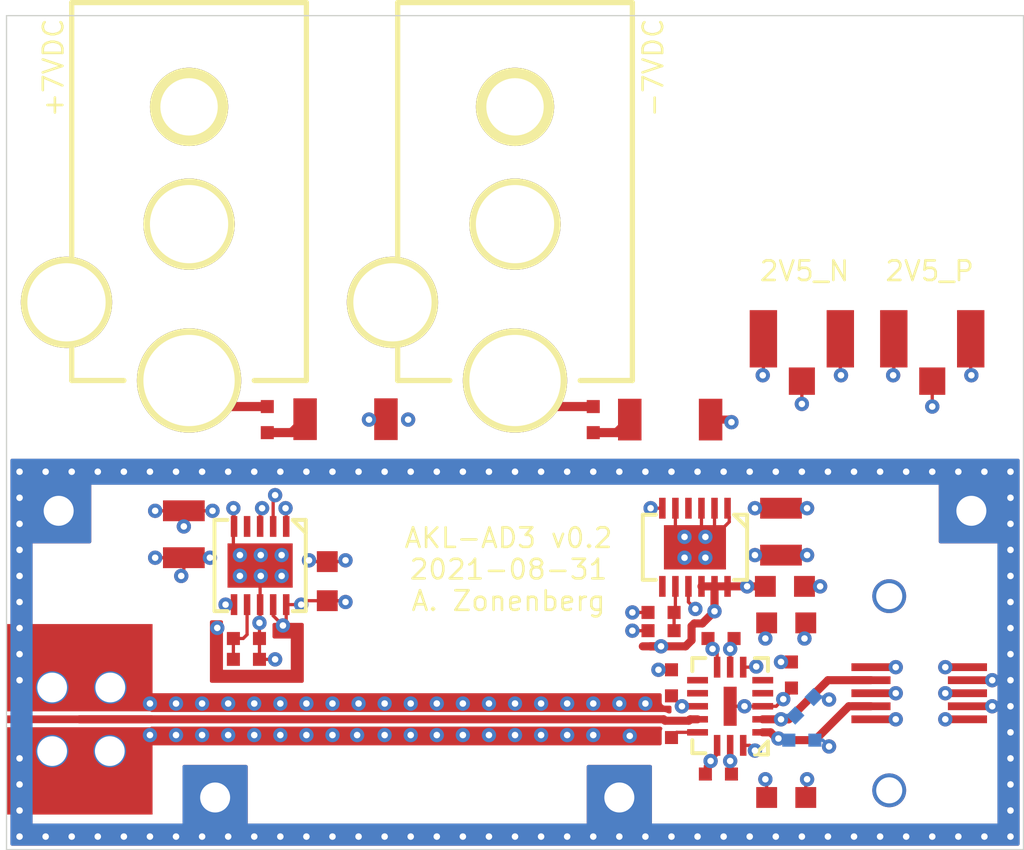
<source format=kicad_pcb>
(kicad_pcb (version 20171130) (host pcbnew "(5.1.4)")

  (general
    (thickness 1.6)
    (drawings 12)
    (tracks 733)
    (zones 0)
    (modules 34)
    (nets 16)
  )

  (page A4)
  (layers
    (0 F.Cu signal)
    (1 In1.Cu signal)
    (2 In2.Cu signal)
    (31 B.Cu signal)
    (32 B.Adhes user)
    (33 F.Adhes user)
    (34 B.Paste user)
    (35 F.Paste user)
    (36 B.SilkS user)
    (37 F.SilkS user)
    (38 B.Mask user)
    (39 F.Mask user)
    (40 Dwgs.User user)
    (41 Cmts.User user)
    (42 Eco1.User user)
    (43 Eco2.User user)
    (44 Edge.Cuts user)
    (45 Margin user)
    (46 B.CrtYd user)
    (47 F.CrtYd user)
    (48 B.Fab user)
    (49 F.Fab user)
  )

  (setup
    (last_trace_width 0.125)
    (user_trace_width 0.125)
    (user_trace_width 0.31)
    (user_trace_width 0.35)
    (trace_clearance 0.125)
    (zone_clearance 0.125)
    (zone_45_only no)
    (trace_min 0.125)
    (via_size 0.55)
    (via_drill 0.25)
    (via_min_size 0.55)
    (via_min_drill 0.25)
    (user_via 0.55 0.25)
    (uvia_size 0.3)
    (uvia_drill 0.1)
    (uvias_allowed no)
    (uvia_min_size 0.2)
    (uvia_min_drill 0.1)
    (edge_width 0.05)
    (segment_width 0.2)
    (pcb_text_width 0.3)
    (pcb_text_size 1.5 1.5)
    (mod_edge_width 0.1)
    (mod_text_size 0.75 0.75)
    (mod_text_width 0.1)
    (pad_size 5.6 0.31)
    (pad_drill 0)
    (pad_to_mask_clearance 0.05)
    (solder_mask_min_width 0.05)
    (aux_axis_origin 0 0)
    (visible_elements FFFFFF7F)
    (pcbplotparams
      (layerselection 0x010fc_ffffffff)
      (usegerberextensions false)
      (usegerberattributes false)
      (usegerberadvancedattributes false)
      (creategerberjobfile false)
      (excludeedgelayer true)
      (linewidth 0.100000)
      (plotframeref false)
      (viasonmask false)
      (mode 1)
      (useauxorigin false)
      (hpglpennumber 1)
      (hpglpenspeed 20)
      (hpglpendiameter 15.000000)
      (psnegative false)
      (psa4output false)
      (plotreference true)
      (plotvalue true)
      (plotinvisibletext false)
      (padsonsilk false)
      (subtractmaskfromsilk false)
      (outputformat 1)
      (mirror false)
      (drillshape 0)
      (scaleselection 1)
      (outputdirectory "output/"))
  )

  (net 0 "")
  (net 1 /GND)
  (net 2 /7V0_P)
  (net 3 /7V0_N)
  (net 4 "Net-(C3-Pad1)")
  (net 5 "Net-(C4-Pad1)")
  (net 6 /2V5_P)
  (net 7 /2V5_N)
  (net 8 "Net-(F1-Pad2)")
  (net 9 "Net-(F1-Pad1)")
  (net 10 "Net-(F2-Pad2)")
  (net 11 "Net-(F2-Pad1)")
  (net 12 /VOUT)
  (net 13 "Net-(R3-Pad1)")
  (net 14 /VIN_N)
  (net 15 /VIN_P)

  (net_class Default "This is the default net class."
    (clearance 0.125)
    (trace_width 0.125)
    (via_dia 0.55)
    (via_drill 0.25)
    (uvia_dia 0.3)
    (uvia_drill 0.1)
    (add_net /2V5_N)
    (add_net /2V5_P)
    (add_net /7V0_N)
    (add_net /7V0_P)
    (add_net /GND)
    (add_net /VIN_N)
    (add_net /VIN_P)
    (add_net /VOUT)
    (add_net "Net-(C3-Pad1)")
    (add_net "Net-(C4-Pad1)")
    (add_net "Net-(F1-Pad1)")
    (add_net "Net-(F1-Pad2)")
    (add_net "Net-(F2-Pad1)")
    (add_net "Net-(F2-Pad2)")
    (add_net "Net-(J1-Pad3)")
    (add_net "Net-(J2-Pad3)")
    (add_net "Net-(R3-Pad1)")
    (add_net "Net-(U1-Pad4)")
    (add_net "Net-(U2-Pad4)")
    (add_net "Net-(U2-Pad7)")
    (add_net "Net-(U3-Pad10)")
    (add_net "Net-(U3-Pad4)")
    (add_net "Net-(U3-Pad5)")
    (add_net "Net-(U3-Pad9)")
  )

  (module azonenberg_pcb:EIA_0402_RES_NOSILK (layer B.Cu) (tedit 600C484D) (tstamp 612EECBA)
    (at 79.5 120.8)
    (path /612F254E)
    (fp_text reference R5 (at 0 -1.5) (layer B.SilkS) hide
      (effects (font (size 1 1) (thickness 0.15)) (justify mirror))
    )
    (fp_text value 110 (at 0 -3.5) (layer B.SilkS) hide
      (effects (font (size 1 1) (thickness 0.15)) (justify mirror))
    )
    (pad 2 smd rect (at 0.5 0) (size 0.5 0.5) (layers B.Cu B.Paste B.Mask)
      (net 1 /GND))
    (pad 1 smd rect (at -0.5 0) (size 0.5 0.5) (layers B.Cu B.Paste B.Mask)
      (net 14 /VIN_N))
    (model :walter:smd_resistors/r_0402.wrl
      (at (xyz 0 0 0))
      (scale (xyz 1 1 1))
      (rotate (xyz 0 0 0))
    )
  )

  (module azonenberg_pcb:EIA_0402_RES_NOSILK (layer B.Cu) (tedit 600C484D) (tstamp 612EECB4)
    (at 79.6 119.5 45)
    (path /612EEDBD)
    (fp_text reference R4 (at 0 -1.5 45) (layer B.SilkS) hide
      (effects (font (size 1 1) (thickness 0.15)) (justify mirror))
    )
    (fp_text value 110 (at 0 -3.5 45) (layer B.SilkS) hide
      (effects (font (size 1 1) (thickness 0.15)) (justify mirror))
    )
    (pad 2 smd rect (at 0.5 0 45) (size 0.5 0.5) (layers B.Cu B.Paste B.Mask)
      (net 1 /GND))
    (pad 1 smd rect (at -0.5 0 45) (size 0.5 0.5) (layers B.Cu B.Paste B.Mask)
      (net 15 /VIN_P))
    (model :walter:smd_resistors/r_0402.wrl
      (at (xyz 0 0 0))
      (scale (xyz 1 1 1))
      (rotate (xyz 0 0 0))
    )
  )

  (module azonenberg_pcb:CONN_SMA_EDGE_AMPHENOL_901_10510-2 (layer F.Cu) (tedit 6119671C) (tstamp 60AB2587)
    (at 49 120)
    (path /60AAA125)
    (attr smd)
    (fp_text reference J3 (at 0 6.1) (layer F.SilkS) hide
      (effects (font (size 1 1) (thickness 0.15)))
    )
    (fp_text value 901-10510-2 (at 0 7.5) (layer F.Fab) hide
      (effects (font (size 1 1) (thickness 0.15)))
    )
    (fp_line (start 0 -3.65) (end 0 3.65) (layer Dwgs.User) (width 0.05))
    (pad 2 thru_hole circle (at 3.96 1.22) (size 1.25 1.25) (drill 1.14) (layers *.Cu *.Mask)
      (net 1 /GND))
    (pad 2 thru_hole circle (at 1.75 1.22) (size 1.25 1.25) (drill 1.14) (layers *.Cu *.Mask)
      (net 1 /GND))
    (pad 2 thru_hole circle (at 3.98 -1.22) (size 1.25 1.25) (drill 1.14) (layers *.Cu *.Mask)
      (net 1 /GND))
    (pad 2 thru_hole circle (at 1.75 -1.22) (size 1.25 1.25) (drill 1.14) (layers *.Cu *.Mask)
      (net 1 /GND))
    (pad ~ smd rect (at 0.75 0) (size 1.5 0.3) (layers F.Paste))
    (pad 2 smd rect (at 2.8 1.98) (size 5.6 3.35) (layers F.Cu F.Paste F.Mask)
      (net 1 /GND))
    (pad 2 smd rect (at 2.8 -1.98) (size 5.6 3.35) (layers F.Cu F.Paste F.Mask)
      (net 1 /GND))
    (pad 1 smd rect (at 2.8 0) (size 5.6 0.3) (layers F.Cu F.Mask)
      (net 12 /VOUT))
    (model :share:Amphenol/SMA/901-10510-2.stp
      (offset (xyz -9.5 0 0.1))
      (scale (xyz 1 1 1))
      (rotate (xyz 90 0 0))
    )
  )

  (module azonenberg_pcb:MECHANICAL_CLEARANCEHOLE_M1 (layer F.Cu) (tedit 60AC49DF) (tstamp 60AC5C6D)
    (at 72.5 123)
    (path /60B46163)
    (fp_text reference MH4 (at 0 3.8) (layer F.SilkS) hide
      (effects (font (size 1.5 1.5) (thickness 0.15)))
    )
    (fp_text value 1MM (at 0 2.3) (layer F.Fab) hide
      (effects (font (size 1.5 1.5) (thickness 0.15)))
    )
    (pad 1 thru_hole circle (at 0 0) (size 1.55 1.55) (drill 1.15) (layers *.Cu *.Mask)
      (net 1 /GND))
    (model :SAMTEC:4-40-screw.step
      (offset (xyz 0 0 -6.499999902379794))
      (scale (xyz 1 1 1))
      (rotate (xyz 0 0 0))
    )
  )

  (module azonenberg_pcb:MECHANICAL_CLEARANCEHOLE_M1 (layer F.Cu) (tedit 60AC49DF) (tstamp 60AC5C68)
    (at 57 123)
    (path /60B46158)
    (fp_text reference MH3 (at 0 3.8) (layer F.SilkS) hide
      (effects (font (size 1.5 1.5) (thickness 0.15)))
    )
    (fp_text value 1MM (at 0 2.3) (layer F.Fab) hide
      (effects (font (size 1.5 1.5) (thickness 0.15)))
    )
    (pad 1 thru_hole circle (at 0 0) (size 1.55 1.55) (drill 1.15) (layers *.Cu *.Mask)
      (net 1 /GND))
    (model :SAMTEC:4-40-screw.step
      (offset (xyz 0 0 -6.499999902379794))
      (scale (xyz 1 1 1))
      (rotate (xyz 0 0 0))
    )
  )

  (module azonenberg_pcb:MECHANICAL_CLEARANCEHOLE_M1 (layer F.Cu) (tedit 60AC49DF) (tstamp 60AC5C63)
    (at 86 112)
    (path /60B45248)
    (fp_text reference MH2 (at 0 3.8) (layer F.SilkS) hide
      (effects (font (size 1.5 1.5) (thickness 0.15)))
    )
    (fp_text value 1MM (at 0 2.3) (layer F.Fab) hide
      (effects (font (size 1.5 1.5) (thickness 0.15)))
    )
    (pad 1 thru_hole circle (at 0 0) (size 1.55 1.55) (drill 1.15) (layers *.Cu *.Mask)
      (net 1 /GND))
    (model :SAMTEC:4-40-screw.step
      (offset (xyz 0 0 -6.499999902379794))
      (scale (xyz 1 1 1))
      (rotate (xyz 0 0 0))
    )
  )

  (module azonenberg_pcb:MECHANICAL_CLEARANCEHOLE_M1 (layer F.Cu) (tedit 60AC49DF) (tstamp 60AC5C5E)
    (at 51 112)
    (path /60B02B6C)
    (fp_text reference MH1 (at 0 3.8) (layer F.SilkS) hide
      (effects (font (size 1.5 1.5) (thickness 0.15)))
    )
    (fp_text value 1MM (at 0 2.3) (layer F.Fab) hide
      (effects (font (size 1.5 1.5) (thickness 0.15)))
    )
    (pad 1 thru_hole circle (at 0 0) (size 1.55 1.55) (drill 1.15) (layers *.Cu *.Mask)
      (net 1 /GND))
    (model :SAMTEC:4-40-screw.step
      (offset (xyz 0 0 -6.499999902379794))
      (scale (xyz 1 1 1))
      (rotate (xyz 0 0 0))
    )
  )

  (module azonenberg_pcb:QFN_16_0.5MM_2.5x3MM (layer F.Cu) (tedit 60AAE161) (tstamp 60AB2111)
    (at 76.75 119.5 180)
    (path /60AC644C)
    (solder_mask_margin 0.05)
    (solder_paste_ratio -0.1)
    (fp_text reference U3 (at 0 2.5) (layer F.SilkS) hide
      (effects (font (size 0.508 0.457) (thickness 0.11425)))
    )
    (fp_text value ADL5569 (at 0.25 3.25) (layer F.SilkS) hide
      (effects (font (size 0.508 0.457) (thickness 0.11425)))
    )
    (fp_line (start 0.95 -1.8) (end 1.45 -1.8) (layer F.SilkS) (width 0.15))
    (fp_line (start 1.45 -1.8) (end 1.45 -1.3) (layer F.SilkS) (width 0.15))
    (fp_line (start 1.45 1.35) (end 1.45 1.85) (layer F.SilkS) (width 0.15))
    (fp_line (start 1.45 1.85) (end 0.95 1.85) (layer F.SilkS) (width 0.15))
    (fp_line (start -0.95 1.85) (end -1.45 1.85) (layer F.SilkS) (width 0.15))
    (fp_line (start -1.45 1.85) (end -1.45 1.35) (layer F.SilkS) (width 0.15))
    (fp_line (start -1.45 -1.35) (end -1.45 -1.85) (layer F.SilkS) (width 0.15))
    (fp_line (start -1.45 -1.85) (end -0.95 -1.85) (layer F.SilkS) (width 0.15))
    (fp_line (start -0.95 -1.85) (end -1.45 -1.35) (layer F.SilkS) (width 0.15))
    (pad PAD smd rect (at 0 0 180) (size 0.5 1.5) (layers F.Cu F.Paste F.Mask)
      (net 7 /2V5_N))
    (pad 13 smd rect (at 1.25 -1 270) (size 0.25 0.8) (layers F.Cu F.Paste F.Mask)
      (net 13 "Net-(R3-Pad1)"))
    (pad 14 smd rect (at 0.5 -1.5 180) (size 0.25 0.8) (layers F.Cu F.Paste F.Mask)
      (net 6 /2V5_P))
    (pad 15 smd rect (at 0 -1.5 180) (size 0.25 0.8) (layers F.Cu F.Paste F.Mask)
      (net 1 /GND))
    (pad 16 smd rect (at -0.5 -1.5 180) (size 0.25 0.8) (layers F.Cu F.Paste F.Mask)
      (net 6 /2V5_P))
    (pad 1 smd rect (at -1.25 -1 90) (size 0.25 0.8) (layers F.Cu F.Paste F.Mask)
      (net 14 /VIN_N))
    (pad 2 smd rect (at -1.25 -0.5 90) (size 0.25 0.8) (layers F.Cu F.Paste F.Mask)
      (net 15 /VIN_P))
    (pad 3 smd rect (at -1.25 0 90) (size 0.25 0.8) (layers F.Cu F.Paste F.Mask)
      (net 7 /2V5_N))
    (pad 4 smd rect (at -1.25 0.5 90) (size 0.25 0.8) (layers F.Cu F.Paste F.Mask))
    (pad 5 smd rect (at -1.25 1 90) (size 0.25 0.8) (layers F.Cu F.Paste F.Mask))
    (pad 6 smd rect (at -0.5 1.5 180) (size 0.25 0.8) (layers F.Cu F.Paste F.Mask)
      (net 7 /2V5_N))
    (pad 7 smd rect (at 0 1.5 180) (size 0.25 0.8) (layers F.Cu F.Paste F.Mask)
      (net 1 /GND))
    (pad 8 smd rect (at 0.5 1.5) (size 0.25 0.8) (layers F.Cu F.Paste F.Mask)
      (net 6 /2V5_P))
    (pad 9 smd rect (at 1.25 1 90) (size 0.25 0.8) (layers F.Cu F.Paste F.Mask))
    (pad 10 smd rect (at 1.25 0.5 90) (size 0.25 0.8) (layers F.Cu F.Paste F.Mask))
    (pad 11 smd rect (at 1.25 0 90) (size 0.25 0.8) (layers F.Cu F.Paste F.Mask)
      (net 7 /2V5_N))
    (pad 12 smd rect (at 1.25 -0.5 90) (size 0.25 0.8) (layers F.Cu F.Paste F.Mask)
      (net 12 /VOUT))
    (model :walter:smd_qfn/qfn-16.wrl
      (at (xyz 0 0 0))
      (scale (xyz 0.65 0.5 1))
      (rotate (xyz 0 0 90))
    )
  )

  (module azonenberg_pcb:CONN_SAMTEC_LSHM-105-02.5-L-DV-A-S-K-TR (layer F.Cu) (tedit 60AAE7B0) (tstamp 60AB2055)
    (at 84 119 90)
    (path /60AFA1AA)
    (fp_text reference J6 (at -0.05 4.025 90) (layer F.SilkS) hide
      (effects (font (size 1 1) (thickness 0.15)))
    )
    (fp_text value LSHM-105-02.5-L-DV-A-S-K-TR (at -0.075 5.55 90) (layer F.Fab) hide
      (effects (font (size 1 1) (thickness 0.15)))
    )
    (pad SHLD thru_hole circle (at -3.725 -1.15 90) (size 1.3 1.3) (drill 1) (layers *.Cu *.Mask)
      (net 1 /GND))
    (pad SHLD thru_hole circle (at 3.725 -1.15 90) (size 1.3 1.3) (drill 1) (layers *.Cu *.Mask)
      (net 1 /GND))
    (pad "" np_thru_hole circle (at -2.25 0.85 90) (size 1.45 1.45) (drill 1.45) (layers *.Cu *.Mask))
    (pad "" np_thru_hole circle (at 2.25 0.85 90) (size 1.45 1.45) (drill 1.45) (layers *.Cu *.Mask))
    (pad 10 smd rect (at 1 1.85 90) (size 0.3 1.5) (layers F.Cu F.Paste F.Mask)
      (net 1 /GND))
    (pad 9 smd rect (at 1 -1.85 90) (size 0.3 1.5) (layers F.Cu F.Paste F.Mask)
      (net 1 /GND))
    (pad 8 smd rect (at 0.5 1.85 90) (size 0.3 1.5) (layers F.Cu F.Paste F.Mask)
      (net 1 /GND))
    (pad 7 smd rect (at 0.5 -1.85 90) (size 0.3 1.5) (layers F.Cu F.Paste F.Mask)
      (net 15 /VIN_P))
    (pad 6 smd rect (at 0 1.85 90) (size 0.3 1.5) (layers F.Cu F.Paste F.Mask)
      (net 1 /GND))
    (pad 5 smd rect (at 0 -1.85 90) (size 0.3 1.5) (layers F.Cu F.Paste F.Mask)
      (net 1 /GND))
    (pad 4 smd rect (at -0.5 1.85 90) (size 0.3 1.5) (layers F.Cu F.Paste F.Mask)
      (net 1 /GND))
    (pad 3 smd rect (at -0.5 -1.85 90) (size 0.3 1.5) (layers F.Cu F.Paste F.Mask)
      (net 14 /VIN_N))
    (pad 2 smd rect (at -1 1.85 90) (size 0.3 1.5) (layers F.Cu F.Paste F.Mask)
      (net 1 /GND))
    (pad 1 smd rect (at -1 -1.85 90) (size 0.3 1.5) (layers F.Cu F.Paste F.Mask)
      (net 1 /GND))
    (model :share:Samtec/LSHM-105-02.5-L-DV-A-S-K-TR.stp
      (at (xyz 0 0 0))
      (scale (xyz 1 1 1))
      (rotate (xyz -90 0 0))
    )
  )

  (module azonenberg_pcb:DFN_12_0.5MM_3x3MM (layer F.Cu) (tedit 600C47BA) (tstamp 60AB47F5)
    (at 75.4 113.4 180)
    (path /60AAAFFA)
    (solder_mask_margin 0.05)
    (solder_paste_ratio -0.1)
    (fp_text reference U2 (at 1 2.75) (layer F.SilkS) hide
      (effects (font (size 0.508 0.457) (thickness 0.11425)))
    )
    (fp_text value LT3093 (at -3.75 2.5) (layer F.SilkS) hide
      (effects (font (size 0.508 0.457) (thickness 0.11425)))
    )
    (fp_line (start -1.5 -1.25) (end -2 -1.25) (layer F.SilkS) (width 0.15))
    (fp_line (start -2 -1.25) (end -2 1.25) (layer F.SilkS) (width 0.15))
    (fp_line (start -2 1.25) (end -1.5 1.25) (layer F.SilkS) (width 0.15))
    (fp_line (start -1.5 1.25) (end -2 0.75) (layer F.SilkS) (width 0.15))
    (fp_line (start 1.5 -1.25) (end 2 -1.25) (layer F.SilkS) (width 0.15))
    (fp_line (start 2 -1.25) (end 2 1.25) (layer F.SilkS) (width 0.15))
    (fp_line (start 2 1.25) (end 1.5 1.25) (layer F.SilkS) (width 0.15))
    (pad PAD smd rect (at 0.4 0.4 180) (size 0.75 0.75) (layers F.Cu F.Paste)
      (net 3 /7V0_N))
    (pad PAD smd rect (at 0.4 -0.4 180) (size 0.75 0.75) (layers F.Cu F.Paste)
      (net 3 /7V0_N))
    (pad PAD smd rect (at -0.4 -0.4 180) (size 0.75 0.75) (layers F.Cu F.Paste)
      (net 3 /7V0_N))
    (pad PAD smd rect (at -0.4 0.4 180) (size 0.75 0.75) (layers F.Cu F.Paste)
      (net 3 /7V0_N))
    (pad PAD smd rect (at 0 0 180) (size 2.38 1.7) (layers F.Cu F.Mask)
      (net 3 /7V0_N))
    (pad 12 smd rect (at -1.25 -1.5 180) (size 0.25 0.8) (layers F.Cu F.Paste F.Mask)
      (net 7 /2V5_N))
    (pad 11 smd rect (at -0.75 -1.5 180) (size 0.25 0.8) (layers F.Cu F.Paste F.Mask)
      (net 7 /2V5_N))
    (pad 10 smd rect (at -0.25 -1.5 180) (size 0.25 0.8) (layers F.Cu F.Paste F.Mask)
      (net 7 /2V5_N))
    (pad 9 smd rect (at 0.25 -1.5 180) (size 0.25 0.8) (layers F.Cu F.Paste F.Mask)
      (net 1 /GND))
    (pad 8 smd rect (at 0.75 -1.5 180) (size 0.25 0.8) (layers F.Cu F.Paste F.Mask)
      (net 5 "Net-(C4-Pad1)"))
    (pad 7 smd rect (at 1.25 -1.5 180) (size 0.25 0.8) (layers F.Cu F.Paste F.Mask))
    (pad 6 smd rect (at 1.25 1.5 180) (size 0.25 0.8) (layers F.Cu F.Paste F.Mask)
      (net 1 /GND))
    (pad 5 smd rect (at 0.75 1.5 180) (size 0.25 0.8) (layers F.Cu F.Paste F.Mask)
      (net 3 /7V0_N))
    (pad 4 smd rect (at 0.25 1.5 180) (size 0.25 0.8) (layers F.Cu F.Paste F.Mask))
    (pad 3 smd rect (at -0.25 1.5 180) (size 0.25 0.8) (layers F.Cu F.Paste F.Mask)
      (net 3 /7V0_N))
    (pad 2 smd rect (at -0.75 1.5 180) (size 0.25 0.8) (layers F.Cu F.Paste F.Mask)
      (net 3 /7V0_N))
    (pad 1 smd rect (at -1.25 1.5 180) (size 0.25 0.8) (layers F.Cu F.Paste F.Mask)
      (net 3 /7V0_N))
    (model :walter:smd_qfn/dfn12.wrl
      (at (xyz 0 0 0))
      (scale (xyz 1.1 1 1))
      (rotate (xyz 0 0 0))
    )
  )

  (module azonenberg_pcb:DFN_10_0.5MM_3x3MM (layer F.Cu) (tedit 600C4801) (tstamp 60AAE389)
    (at 58.725 114.1 180)
    (path /60AAA8BC)
    (solder_mask_margin 0.05)
    (solder_paste_ratio -0.1)
    (fp_text reference U1 (at 1 2.75) (layer F.SilkS) hide
      (effects (font (size 0.508 0.457) (thickness 0.11425)))
    )
    (fp_text value LT3042 (at -3.75 2.5) (layer F.SilkS) hide
      (effects (font (size 0.508 0.457) (thickness 0.11425)))
    )
    (fp_line (start -1.25 -1.75) (end -1.75 -1.75) (layer F.SilkS) (width 0.15))
    (fp_line (start -1.75 -1.75) (end -1.75 1.75) (layer F.SilkS) (width 0.15))
    (fp_line (start -1.75 1.75) (end -1.25 1.75) (layer F.SilkS) (width 0.15))
    (fp_line (start -1.25 1.75) (end -1.75 1.25) (layer F.SilkS) (width 0.15))
    (fp_line (start 1.25 -1.75) (end 1.75 -1.75) (layer F.SilkS) (width 0.15))
    (fp_line (start 1.75 -1.75) (end 1.75 1.75) (layer F.SilkS) (width 0.15))
    (fp_line (start 1.75 1.75) (end 1.25 1.75) (layer F.SilkS) (width 0.15))
    (pad PAD smd rect (at 0.775 0.4 180) (size 0.75 0.75) (layers F.Cu F.Paste)
      (net 1 /GND))
    (pad PAD smd rect (at 0.775 -0.4 180) (size 0.75 0.75) (layers F.Cu F.Paste)
      (net 1 /GND))
    (pad PAD smd rect (at -0.025 -0.4 180) (size 0.75 0.75) (layers F.Cu F.Paste)
      (net 1 /GND))
    (pad PAD smd rect (at -0.025 0.4 180) (size 0.75 0.75) (layers F.Cu F.Paste)
      (net 1 /GND))
    (pad PAD smd rect (at -0.825 0.4 180) (size 0.75 0.75) (layers F.Cu F.Paste)
      (net 1 /GND))
    (pad PAD smd rect (at -0.825 -0.4 180) (size 0.75 0.75) (layers F.Cu F.Paste)
      (net 1 /GND))
    (pad PAD smd rect (at 0 0 180) (size 2.5 1.7) (layers F.Cu F.Mask)
      (net 1 /GND))
    (pad 10 smd rect (at -1 -1.5 180) (size 0.25 0.8) (layers F.Cu F.Paste F.Mask)
      (net 6 /2V5_P))
    (pad 9 smd rect (at -0.5 -1.5 180) (size 0.25 0.8) (layers F.Cu F.Paste F.Mask)
      (net 6 /2V5_P))
    (pad 8 smd rect (at 0 -1.5 180) (size 0.25 0.8) (layers F.Cu F.Paste F.Mask)
      (net 1 /GND))
    (pad 7 smd rect (at 0.5 -1.5 180) (size 0.25 0.8) (layers F.Cu F.Paste F.Mask)
      (net 4 "Net-(C3-Pad1)"))
    (pad 6 smd rect (at 1 -1.5 180) (size 0.25 0.8) (layers F.Cu F.Paste F.Mask)
      (net 2 /7V0_P))
    (pad 5 smd rect (at 1 1.5 180) (size 0.25 0.8) (layers F.Cu F.Paste F.Mask)
      (net 1 /GND))
    (pad 4 smd rect (at 0.5 1.5 180) (size 0.25 0.8) (layers F.Cu F.Paste F.Mask))
    (pad 3 smd rect (at 0 1.5 180) (size 0.25 0.8) (layers F.Cu F.Paste F.Mask)
      (net 2 /7V0_P))
    (pad 2 smd rect (at -0.5 1.5 180) (size 0.25 0.8) (layers F.Cu F.Paste F.Mask)
      (net 2 /7V0_P))
    (pad 1 smd rect (at -1 1.5 180) (size 0.25 0.8) (layers F.Cu F.Paste F.Mask)
      (net 2 /7V0_P))
    (model :walter:smd_qfn/dfn10_3x3.wrl
      (at (xyz 0 0 0))
      (scale (xyz 1 1 1))
      (rotate (xyz 0 0 -90))
    )
  )

  (module azonenberg_pcb:EIA_0402_RES_NOSILK (layer F.Cu) (tedit 600C484D) (tstamp 60AAE36D)
    (at 74 120.7 180)
    (path /60ACBDF7)
    (fp_text reference R3 (at 0 1.5) (layer F.SilkS) hide
      (effects (font (size 1 1) (thickness 0.15)))
    )
    (fp_text value 49.9 (at 0 3.5) (layer F.SilkS) hide
      (effects (font (size 1 1) (thickness 0.15)))
    )
    (pad 2 smd rect (at 0.5 0 180) (size 0.5 0.5) (layers F.Cu F.Paste F.Mask)
      (net 1 /GND))
    (pad 1 smd rect (at -0.5 0 180) (size 0.5 0.5) (layers F.Cu F.Paste F.Mask)
      (net 13 "Net-(R3-Pad1)"))
    (model :walter:smd_resistors/r_0402.wrl
      (at (xyz 0 0 0))
      (scale (xyz 1 1 1))
      (rotate (xyz 0 0 0))
    )
  )

  (module azonenberg_pcb:EIA_0402_RES_NOSILK (layer F.Cu) (tedit 600C484D) (tstamp 60AAE367)
    (at 74.1 116.6 180)
    (path /60ABF0DD)
    (fp_text reference R2 (at 0 1.5) (layer F.SilkS) hide
      (effects (font (size 1 1) (thickness 0.15)))
    )
    (fp_text value 24.9K (at 0 3.5) (layer F.SilkS) hide
      (effects (font (size 1 1) (thickness 0.15)))
    )
    (pad 2 smd rect (at 0.5 0 180) (size 0.5 0.5) (layers F.Cu F.Paste F.Mask)
      (net 1 /GND))
    (pad 1 smd rect (at -0.5 0 180) (size 0.5 0.5) (layers F.Cu F.Paste F.Mask)
      (net 5 "Net-(C4-Pad1)"))
    (model :walter:smd_resistors/r_0402.wrl
      (at (xyz 0 0 0))
      (scale (xyz 1 1 1))
      (rotate (xyz 0 0 0))
    )
  )

  (module azonenberg_pcb:EIA_0402_RES_NOSILK (layer F.Cu) (tedit 600C484D) (tstamp 60AAE361)
    (at 58.2 117.7)
    (path /60AB75F7)
    (fp_text reference R1 (at 0 1.5) (layer F.SilkS) hide
      (effects (font (size 1 1) (thickness 0.15)))
    )
    (fp_text value 24.9K (at 0 3.5) (layer F.SilkS) hide
      (effects (font (size 1 1) (thickness 0.15)))
    )
    (pad 2 smd rect (at 0.5 0) (size 0.5 0.5) (layers F.Cu F.Paste F.Mask)
      (net 1 /GND))
    (pad 1 smd rect (at -0.5 0) (size 0.5 0.5) (layers F.Cu F.Paste F.Mask)
      (net 4 "Net-(C3-Pad1)"))
    (model :walter:smd_resistors/r_0402.wrl
      (at (xyz 0 0 0))
      (scale (xyz 1 1 1))
      (rotate (xyz 0 0 0))
    )
  )

  (module azonenberg_pcb:EIA_1206_CAP_NOSILK (layer F.Cu) (tedit 600C480C) (tstamp 60AAE35B)
    (at 74.45 108.514931 180)
    (path /60AB00C1)
    (fp_text reference L2 (at 0.2 2.1) (layer F.SilkS) hide
      (effects (font (size 1 1) (thickness 0.15)))
    )
    (fp_text value BLM31KN271SH1L (at 0 3.7) (layer F.SilkS) hide
      (effects (font (size 1 1) (thickness 0.15)))
    )
    (pad 2 smd rect (at 1.55 0.01493 180) (size 0.9 1.6) (layers F.Cu F.Paste F.Mask)
      (net 10 "Net-(F2-Pad2)"))
    (pad 1 smd rect (at -1.55 0.01493 180) (size 0.9 1.6) (layers F.Cu F.Paste F.Mask)
      (net 3 /7V0_N))
    (model :walter:smd_cap/c_1206.wrl
      (at (xyz 0 0 0))
      (scale (xyz 1 1 1))
      (rotate (xyz 0 0 0))
    )
  )

  (module azonenberg_pcb:EIA_1206_CAP_NOSILK (layer F.Cu) (tedit 600C480C) (tstamp 60AAE355)
    (at 62 108.5 180)
    (path /60AAEA5E)
    (fp_text reference L1 (at 0.2 2.1) (layer F.SilkS) hide
      (effects (font (size 1 1) (thickness 0.15)))
    )
    (fp_text value BLM31KN271SH1L (at 0 3.7) (layer F.SilkS) hide
      (effects (font (size 1 1) (thickness 0.15)))
    )
    (pad 2 smd rect (at 1.55 0.01493 180) (size 0.9 1.6) (layers F.Cu F.Paste F.Mask)
      (net 8 "Net-(F1-Pad2)"))
    (pad 1 smd rect (at -1.55 0.01493 180) (size 0.9 1.6) (layers F.Cu F.Paste F.Mask)
      (net 2 /7V0_P))
    (model :walter:smd_cap/c_1206.wrl
      (at (xyz 0 0 0))
      (scale (xyz 1 1 1))
      (rotate (xyz 0 0 0))
    )
  )

  (module azonenberg_pcb:CONN_U.FL_TE_1909763-1 (layer F.Cu) (tedit 5E1D901F) (tstamp 60AAE34F)
    (at 79.5 105.5)
    (path /60AD7251)
    (fp_text reference J5 (at 0 3.8) (layer F.SilkS) hide
      (effects (font (size 1 1) (thickness 0.15)))
    )
    (fp_text value U.FL (at 0 5.6) (layer F.Fab) hide
      (effects (font (size 1 1) (thickness 0.15)))
    )
    (fp_line (start 2.2 -2) (end -2.2 -2) (layer F.CrtYd) (width 0.15))
    (fp_line (start 2.2 2.2) (end 2.2 -2) (layer F.CrtYd) (width 0.15))
    (fp_line (start -2.2 2.2) (end 2.2 2.2) (layer F.CrtYd) (width 0.15))
    (fp_line (start -2.2 -2) (end -2.2 2.2) (layer F.CrtYd) (width 0.15))
    (pad 1 smd rect (at 0 1.525) (size 1 1.05) (layers F.Cu F.Paste F.Mask)
      (net 7 /2V5_N))
    (pad 2 smd rect (at -1.475 -0.1) (size 1.05 2.2) (layers F.Cu F.Paste F.Mask)
      (net 1 /GND))
    (pad 2 smd rect (at 1.475 -0.1) (size 1.05 2.2) (layers F.Cu F.Paste F.Mask)
      (net 1 /GND))
    (model :datasheets:TE/U.FL/c-1909763-1-b-3d.stp
      (offset (xyz 0 0 1.25))
      (scale (xyz 1 1 1))
      (rotate (xyz 0 0 0))
    )
  )

  (module azonenberg_pcb:CONN_U.FL_TE_1909763-1 (layer F.Cu) (tedit 5E1D901F) (tstamp 60AB3AAC)
    (at 84.5 105.5)
    (path /60AD38ED)
    (fp_text reference J4 (at 0 3.8) (layer F.SilkS) hide
      (effects (font (size 1 1) (thickness 0.15)))
    )
    (fp_text value U.FL (at 0 5.6) (layer F.Fab) hide
      (effects (font (size 1 1) (thickness 0.15)))
    )
    (fp_line (start 2.2 -2) (end -2.2 -2) (layer F.CrtYd) (width 0.15))
    (fp_line (start 2.2 2.2) (end 2.2 -2) (layer F.CrtYd) (width 0.15))
    (fp_line (start -2.2 2.2) (end 2.2 2.2) (layer F.CrtYd) (width 0.15))
    (fp_line (start -2.2 -2) (end -2.2 2.2) (layer F.CrtYd) (width 0.15))
    (pad 1 smd rect (at 0 1.525) (size 1 1.05) (layers F.Cu F.Paste F.Mask)
      (net 6 /2V5_P))
    (pad 2 smd rect (at -1.475 -0.1) (size 1.05 2.2) (layers F.Cu F.Paste F.Mask)
      (net 1 /GND))
    (pad 2 smd rect (at 1.475 -0.1) (size 1.05 2.2) (layers F.Cu F.Paste F.Mask)
      (net 1 /GND))
    (model :datasheets:TE/U.FL/c-1909763-1-b-3d.stp
      (offset (xyz 0 0 1.25))
      (scale (xyz 1 1 1))
      (rotate (xyz 0 0 0))
    )
  )

  (module azonenberg_pcb:CONN_CUI_PJ-058BH_HIPWR_BARREL_NOSLOT (layer F.Cu) (tedit 600C4745) (tstamp 60AAE32C)
    (at 68.5 100.5 270)
    (path /60AB00B4)
    (fp_text reference J2 (at 8.5 -5.5 90) (layer F.SilkS) hide
      (effects (font (size 1 1) (thickness 0.15)))
    )
    (fp_text value CONN_3_PWROUT (at -5.5 5.5 90) (layer F.SilkS) hide
      (effects (font (size 1 1) (thickness 0.15)))
    )
    (fp_line (start -8 4.5) (end -8 -4.5) (layer F.SilkS) (width 0.2))
    (fp_line (start -8 -4.5) (end 6.5 -4.5) (layer F.SilkS) (width 0.2))
    (fp_line (start -8 4.5) (end 6.5 4.5) (layer F.SilkS) (width 0.2))
    (fp_line (start 6.5 -4.5) (end 6.5 -2.5) (layer F.SilkS) (width 0.2))
    (fp_line (start 6.5 2.5) (end 6.5 4.5) (layer F.SilkS) (width 0.2))
    (pad 3 thru_hole circle (at 3.5 4.7 270) (size 3.5 3.5) (drill 3) (layers *.Cu *.Mask F.SilkS))
    (pad 1 thru_hole circle (at 6.5 0 270) (size 4 4) (drill 3.5) (layers *.Cu *.Mask F.SilkS)
      (net 11 "Net-(F2-Pad1)"))
    (pad 2 thru_hole circle (at 0.5 0 270) (size 3.5 3.5) (drill 3) (layers *.Cu *.Mask F.SilkS)
      (net 1 /GND))
    (pad "" thru_hole circle (at -4 0 270) (size 3 3) (drill 2.2) (layers *.Cu *.Mask F.SilkS))
    (model :walter:conn_misc/dc_socket.wrl
      (at (xyz 0 0 0))
      (scale (xyz 1 1 1))
      (rotate (xyz 0 0 90))
    )
  )

  (module azonenberg_pcb:CONN_CUI_PJ-058BH_HIPWR_BARREL_NOSLOT (layer F.Cu) (tedit 600C4745) (tstamp 60AAE31F)
    (at 56 100.5 270)
    (path /60AAE007)
    (fp_text reference J1 (at 8.5 -5.5 90) (layer F.SilkS) hide
      (effects (font (size 1 1) (thickness 0.15)))
    )
    (fp_text value CONN_3_PWROUT (at -5.5 5.5 90) (layer F.SilkS) hide
      (effects (font (size 1 1) (thickness 0.15)))
    )
    (fp_line (start -8 4.5) (end -8 -4.5) (layer F.SilkS) (width 0.2))
    (fp_line (start -8 -4.5) (end 6.5 -4.5) (layer F.SilkS) (width 0.2))
    (fp_line (start -8 4.5) (end 6.5 4.5) (layer F.SilkS) (width 0.2))
    (fp_line (start 6.5 -4.5) (end 6.5 -2.5) (layer F.SilkS) (width 0.2))
    (fp_line (start 6.5 2.5) (end 6.5 4.5) (layer F.SilkS) (width 0.2))
    (pad 3 thru_hole circle (at 3.5 4.7 270) (size 3.5 3.5) (drill 3) (layers *.Cu *.Mask F.SilkS))
    (pad 1 thru_hole circle (at 6.5 0 270) (size 4 4) (drill 3.5) (layers *.Cu *.Mask F.SilkS)
      (net 9 "Net-(F1-Pad1)"))
    (pad 2 thru_hole circle (at 0.5 0 270) (size 3.5 3.5) (drill 3) (layers *.Cu *.Mask F.SilkS)
      (net 1 /GND))
    (pad "" thru_hole circle (at -4 0 270) (size 3 3) (drill 2.2) (layers *.Cu *.Mask F.SilkS))
    (model :walter:conn_misc/dc_socket.wrl
      (at (xyz 0 0 0))
      (scale (xyz 1 1 1))
      (rotate (xyz 0 0 90))
    )
  )

  (module azonenberg_pcb:EIA_0402_RES_NOSILK (layer F.Cu) (tedit 600C484D) (tstamp 60AAE312)
    (at 71.5 108.500001 270)
    (path /60AB00CB)
    (fp_text reference F2 (at 0 1.5 90) (layer F.SilkS) hide
      (effects (font (size 1 1) (thickness 0.15)))
    )
    (fp_text value 1A (at 0 3.5 90) (layer F.SilkS) hide
      (effects (font (size 1 1) (thickness 0.15)))
    )
    (pad 2 smd rect (at 0.5 0 270) (size 0.5 0.5) (layers F.Cu F.Paste F.Mask)
      (net 10 "Net-(F2-Pad2)"))
    (pad 1 smd rect (at -0.5 0 270) (size 0.5 0.5) (layers F.Cu F.Paste F.Mask)
      (net 11 "Net-(F2-Pad1)"))
    (model :walter:smd_resistors/r_0402.wrl
      (at (xyz 0 0 0))
      (scale (xyz 1 1 1))
      (rotate (xyz 0 0 0))
    )
  )

  (module azonenberg_pcb:EIA_0402_RES_NOSILK (layer F.Cu) (tedit 600C484D) (tstamp 60AAE30C)
    (at 59 108.500001 270)
    (path /60AAF536)
    (fp_text reference F1 (at 0 1.5 90) (layer F.SilkS) hide
      (effects (font (size 1 1) (thickness 0.15)))
    )
    (fp_text value 1A (at 0 3.5 90) (layer F.SilkS) hide
      (effects (font (size 1 1) (thickness 0.15)))
    )
    (pad 2 smd rect (at 0.5 0 270) (size 0.5 0.5) (layers F.Cu F.Paste F.Mask)
      (net 8 "Net-(F1-Pad2)"))
    (pad 1 smd rect (at -0.5 0 270) (size 0.5 0.5) (layers F.Cu F.Paste F.Mask)
      (net 9 "Net-(F1-Pad1)"))
    (model :walter:smd_resistors/r_0402.wrl
      (at (xyz 0 0 0))
      (scale (xyz 1 1 1))
      (rotate (xyz 0 0 0))
    )
  )

  (module azonenberg_pcb:EIA_0402_CAP_NOSILK (layer F.Cu) (tedit 600C47D2) (tstamp 60AAE306)
    (at 74.5 118.6 90)
    (path /60AD1B1A)
    (fp_text reference C12 (at 0.05 1.4 90) (layer F.SilkS) hide
      (effects (font (size 1 1) (thickness 0.15)))
    )
    (fp_text value "0.47 uF" (at 0.05 3.1 90) (layer F.SilkS) hide
      (effects (font (size 1 1) (thickness 0.15)))
    )
    (pad 2 smd rect (at 0.5 0 90) (size 0.5 0.5) (layers F.Cu F.Paste F.Mask)
      (net 1 /GND))
    (pad 1 smd rect (at -0.5 0 90) (size 0.5 0.5) (layers F.Cu F.Paste F.Mask)
      (net 7 /2V5_N))
    (model :walter:smd_cap/c_0402.wrl
      (at (xyz 0 0 0))
      (scale (xyz 1 1 1))
      (rotate (xyz 0 0 0))
    )
  )

  (module azonenberg_pcb:EIA_0402_CAP_NOSILK (layer F.Cu) (tedit 600C47D2) (tstamp 60AAE300)
    (at 76.4 116.9)
    (path /60ACF43F)
    (fp_text reference C11 (at 0.05 1.4) (layer F.SilkS) hide
      (effects (font (size 1 1) (thickness 0.15)))
    )
    (fp_text value "0.47 uF" (at 0.05 3.1) (layer F.SilkS) hide
      (effects (font (size 1 1) (thickness 0.15)))
    )
    (pad 2 smd rect (at 0.5 0) (size 0.5 0.5) (layers F.Cu F.Paste F.Mask)
      (net 1 /GND))
    (pad 1 smd rect (at -0.5 0) (size 0.5 0.5) (layers F.Cu F.Paste F.Mask)
      (net 6 /2V5_P))
    (model :walter:smd_cap/c_0402.wrl
      (at (xyz 0 0 0))
      (scale (xyz 1 1 1))
      (rotate (xyz 0 0 0))
    )
  )

  (module azonenberg_pcb:EIA_0402_CAP_NOSILK (layer F.Cu) (tedit 600C47D2) (tstamp 60AAE2FA)
    (at 79.1 118.3 90)
    (path /60AD1B10)
    (fp_text reference C10 (at 0.05 1.4 90) (layer F.SilkS) hide
      (effects (font (size 1 1) (thickness 0.15)))
    )
    (fp_text value "0.47 uF" (at 0.05 3.1 90) (layer F.SilkS) hide
      (effects (font (size 1 1) (thickness 0.15)))
    )
    (pad 2 smd rect (at 0.5 0 90) (size 0.5 0.5) (layers F.Cu F.Paste F.Mask)
      (net 1 /GND))
    (pad 1 smd rect (at -0.5 0 90) (size 0.5 0.5) (layers F.Cu F.Paste F.Mask)
      (net 7 /2V5_N))
    (model :walter:smd_cap/c_0402.wrl
      (at (xyz 0 0 0))
      (scale (xyz 1 1 1))
      (rotate (xyz 0 0 0))
    )
  )

  (module azonenberg_pcb:EIA_0402_CAP_NOSILK (layer F.Cu) (tedit 600C47D2) (tstamp 60AAE2F4)
    (at 76.3 122.1)
    (path /60ACEE6B)
    (fp_text reference C9 (at 0.05 1.4) (layer F.SilkS) hide
      (effects (font (size 1 1) (thickness 0.15)))
    )
    (fp_text value "0.47 uF" (at 0.05 3.1) (layer F.SilkS) hide
      (effects (font (size 1 1) (thickness 0.15)))
    )
    (pad 2 smd rect (at 0.5 0) (size 0.5 0.5) (layers F.Cu F.Paste F.Mask)
      (net 1 /GND))
    (pad 1 smd rect (at -0.5 0) (size 0.5 0.5) (layers F.Cu F.Paste F.Mask)
      (net 6 /2V5_P))
    (model :walter:smd_cap/c_0402.wrl
      (at (xyz 0 0 0))
      (scale (xyz 1 1 1))
      (rotate (xyz 0 0 0))
    )
  )

  (module azonenberg_pcb:EIA_0603_CAP_NOSILK (layer F.Cu) (tedit 600C47DC) (tstamp 60AAE2EE)
    (at 78.9 116.3 180)
    (path /60AD1B04)
    (fp_text reference C8 (at 0 1.5) (layer F.SilkS) hide
      (effects (font (size 1 1) (thickness 0.15)))
    )
    (fp_text value "4.7 uF" (at 0 3) (layer F.SilkS) hide
      (effects (font (size 1 1) (thickness 0.15)))
    )
    (pad 2 smd rect (at 0.75 0 180) (size 0.8 0.8) (layers F.Cu F.Paste F.Mask)
      (net 1 /GND))
    (pad 1 smd rect (at -0.75 0 180) (size 0.8 0.8) (layers F.Cu F.Paste F.Mask)
      (net 7 /2V5_N))
    (model :walter:smd_cap/c_0603.wrl
      (at (xyz 0 0 0))
      (scale (xyz 1 1 1))
      (rotate (xyz 0 0 0))
    )
  )

  (module azonenberg_pcb:EIA_0603_CAP_NOSILK (layer F.Cu) (tedit 600C47DC) (tstamp 60AAE2E8)
    (at 78.9 123 180)
    (path /60ACE0D6)
    (fp_text reference C7 (at 0 1.5) (layer F.SilkS) hide
      (effects (font (size 1 1) (thickness 0.15)))
    )
    (fp_text value "4.7 uF" (at 0 3) (layer F.SilkS) hide
      (effects (font (size 1 1) (thickness 0.15)))
    )
    (pad 2 smd rect (at 0.75 0 180) (size 0.8 0.8) (layers F.Cu F.Paste F.Mask)
      (net 1 /GND))
    (pad 1 smd rect (at -0.75 0 180) (size 0.8 0.8) (layers F.Cu F.Paste F.Mask)
      (net 6 /2V5_P))
    (model :walter:smd_cap/c_0603.wrl
      (at (xyz 0 0 0))
      (scale (xyz 1 1 1))
      (rotate (xyz 0 0 0))
    )
  )

  (module azonenberg_pcb:EIA_0603_CAP_NOSILK (layer F.Cu) (tedit 600C47DC) (tstamp 60AAE2E2)
    (at 78.85 114.9)
    (path /60ABDFF0)
    (fp_text reference C6 (at 0 1.5) (layer F.SilkS) hide
      (effects (font (size 1 1) (thickness 0.15)))
    )
    (fp_text value "4.7 uF" (at 0 3) (layer F.SilkS) hide
      (effects (font (size 1 1) (thickness 0.15)))
    )
    (pad 2 smd rect (at 0.75 0) (size 0.8 0.8) (layers F.Cu F.Paste F.Mask)
      (net 1 /GND))
    (pad 1 smd rect (at -0.75 0) (size 0.8 0.8) (layers F.Cu F.Paste F.Mask)
      (net 7 /2V5_N))
    (model :walter:smd_cap/c_0603.wrl
      (at (xyz 0 0 0))
      (scale (xyz 1 1 1))
      (rotate (xyz 0 0 0))
    )
  )

  (module azonenberg_pcb:EIA_0603_CAP_NOSILK (layer F.Cu) (tedit 600C47DC) (tstamp 60AAE2DC)
    (at 61.3 114.7 90)
    (path /60AB61CB)
    (fp_text reference C5 (at 0 1.5 90) (layer F.SilkS) hide
      (effects (font (size 1 1) (thickness 0.15)))
    )
    (fp_text value "4.7 uF" (at 0 3 90) (layer F.SilkS) hide
      (effects (font (size 1 1) (thickness 0.15)))
    )
    (pad 2 smd rect (at 0.75 0 90) (size 0.8 0.8) (layers F.Cu F.Paste F.Mask)
      (net 1 /GND))
    (pad 1 smd rect (at -0.75 0 90) (size 0.8 0.8) (layers F.Cu F.Paste F.Mask)
      (net 6 /2V5_P))
    (model :walter:smd_cap/c_0603.wrl
      (at (xyz 0 0 0))
      (scale (xyz 1 1 1))
      (rotate (xyz 0 0 0))
    )
  )

  (module azonenberg_pcb:EIA_0402_CAP_NOSILK (layer F.Cu) (tedit 600C47D2) (tstamp 60AAE2D6)
    (at 74.1 115.9 180)
    (path /60ABF0D3)
    (fp_text reference C4 (at 0.05 1.4) (layer F.SilkS) hide
      (effects (font (size 1 1) (thickness 0.15)))
    )
    (fp_text value "0.47 uF" (at 0.05 3.1) (layer F.SilkS) hide
      (effects (font (size 1 1) (thickness 0.15)))
    )
    (pad 2 smd rect (at 0.5 0 180) (size 0.5 0.5) (layers F.Cu F.Paste F.Mask)
      (net 1 /GND))
    (pad 1 smd rect (at -0.5 0 180) (size 0.5 0.5) (layers F.Cu F.Paste F.Mask)
      (net 5 "Net-(C4-Pad1)"))
    (model :walter:smd_cap/c_0402.wrl
      (at (xyz 0 0 0))
      (scale (xyz 1 1 1))
      (rotate (xyz 0 0 0))
    )
  )

  (module azonenberg_pcb:EIA_0402_CAP_NOSILK (layer F.Cu) (tedit 600C47D2) (tstamp 60AAE2D0)
    (at 58.2 116.9)
    (path /60AB6F2B)
    (fp_text reference C3 (at 0.05 1.4) (layer F.SilkS) hide
      (effects (font (size 1 1) (thickness 0.15)))
    )
    (fp_text value "0.47 uF" (at 0.05 3.1) (layer F.SilkS) hide
      (effects (font (size 1 1) (thickness 0.15)))
    )
    (pad 2 smd rect (at 0.5 0) (size 0.5 0.5) (layers F.Cu F.Paste F.Mask)
      (net 1 /GND))
    (pad 1 smd rect (at -0.5 0) (size 0.5 0.5) (layers F.Cu F.Paste F.Mask)
      (net 4 "Net-(C3-Pad1)"))
    (model :walter:smd_cap/c_0402.wrl
      (at (xyz 0 0 0))
      (scale (xyz 1 1 1))
      (rotate (xyz 0 0 0))
    )
  )

  (module azonenberg_pcb:EIA_0805_CAP_NOSILK (layer F.Cu) (tedit 600C4826) (tstamp 60AAE2CA)
    (at 78.7 112.8 270)
    (path /60ABC6CF)
    (fp_text reference C2 (at -0.25 1.25 90) (layer F.SilkS) hide
      (effects (font (size 0.508 0.457) (thickness 0.11)))
    )
    (fp_text value "4.7 uF 16V" (at 0.25 2 90) (layer F.SilkS) hide
      (effects (font (size 0.508 0.457) (thickness 0.11)))
    )
    (pad 2 smd rect (at 0.9 0 270) (size 0.8 1.6) (layers F.Cu F.Paste F.Mask)
      (net 1 /GND))
    (pad 1 smd rect (at -0.9 0 270) (size 0.8 1.6) (layers F.Cu F.Paste F.Mask)
      (net 3 /7V0_N))
    (model :walter:smd_cap/c_0805.wrl
      (at (xyz 0 0 0))
      (scale (xyz 1 1 1))
      (rotate (xyz 0 0 0))
    )
  )

  (module azonenberg_pcb:EIA_0805_CAP_NOSILK (layer F.Cu) (tedit 600C4826) (tstamp 60AAE2C4)
    (at 55.8 112.9 270)
    (path /60AB4065)
    (fp_text reference C1 (at -0.25 1.25 90) (layer F.SilkS) hide
      (effects (font (size 0.508 0.457) (thickness 0.11)))
    )
    (fp_text value "4.7 uF 16V" (at 0.25 2 90) (layer F.SilkS) hide
      (effects (font (size 0.508 0.457) (thickness 0.11)))
    )
    (pad 2 smd rect (at 0.9 0 270) (size 0.8 1.6) (layers F.Cu F.Paste F.Mask)
      (net 1 /GND))
    (pad 1 smd rect (at -0.9 0 270) (size 0.8 1.6) (layers F.Cu F.Paste F.Mask)
      (net 2 /7V0_P))
    (model :walter:smd_cap/c_0805.wrl
      (at (xyz 0 0 0))
      (scale (xyz 1 1 1))
      (rotate (xyz 0 0 0))
    )
  )

  (gr_text -7VDC (at 73.8 95 90) (layer F.SilkS) (tstamp 60AB4263)
    (effects (font (size 0.75 0.75) (thickness 0.1)))
  )
  (gr_text +7VDC (at 50.8 95 90) (layer F.SilkS) (tstamp 60AB425C)
    (effects (font (size 0.75 0.75) (thickness 0.1)))
  )
  (gr_text "AKL-AD3 v0.2\n2021-08-31\nA. Zonenberg" (at 68.25 114.25) (layer F.SilkS)
    (effects (font (size 0.75 0.75) (thickness 0.1)))
  )
  (gr_text 2V5_P (at 84.4 102.8) (layer F.SilkS) (tstamp 60AB4A6B)
    (effects (font (size 0.75 0.75) (thickness 0.1)))
  )
  (gr_text 2V5_N (at 79.6 102.8) (layer F.SilkS)
    (effects (font (size 0.75 0.75) (thickness 0.1)))
  )
  (gr_line (start 88 93) (end 88 125) (layer Edge.Cuts) (width 0.05))
  (gr_line (start 49 93) (end 88 93) (layer Edge.Cuts) (width 0.05))
  (gr_line (start 49 125) (end 88 125) (layer Edge.Cuts) (width 0.05))
  (gr_line (start 49 125) (end 49 93) (layer Edge.Cuts) (width 0.05))
  (gr_line (start 49 111) (end 88 111) (layer Dwgs.User) (width 0.05))
  (gr_line (start 49 124) (end 88 124) (layer Dwgs.User) (width 0.05))
  (gr_line (start 49 110) (end 88 110) (layer Dwgs.User) (width 0.05))

  (via (at 51.5 124.5) (size 0.55) (drill 0.25) (layers F.Cu B.Cu) (net 1))
  (segment (start 50.5 124.5) (end 51.5 124.5) (width 0.125) (layer F.Cu) (net 1))
  (via (at 52.5 124.5) (size 0.55) (drill 0.25) (layers F.Cu B.Cu) (net 1))
  (segment (start 51.5 124.5) (end 52.5 124.5) (width 0.125) (layer B.Cu) (net 1))
  (via (at 53.5 124.5) (size 0.55) (drill 0.25) (layers F.Cu B.Cu) (net 1))
  (segment (start 52.5 124.5) (end 53.5 124.5) (width 0.125) (layer F.Cu) (net 1))
  (via (at 54.5 124.5) (size 0.55) (drill 0.25) (layers F.Cu B.Cu) (net 1))
  (segment (start 53.5 124.5) (end 54.5 124.5) (width 0.125) (layer B.Cu) (net 1))
  (via (at 55.5 124.5) (size 0.55) (drill 0.25) (layers F.Cu B.Cu) (net 1))
  (segment (start 54.5 124.5) (end 55.5 124.5) (width 0.125) (layer F.Cu) (net 1))
  (via (at 56.5 124.5) (size 0.55) (drill 0.25) (layers F.Cu B.Cu) (net 1))
  (segment (start 55.5 124.5) (end 56.5 124.5) (width 0.125) (layer B.Cu) (net 1))
  (via (at 57.5 124.5) (size 0.55) (drill 0.25) (layers F.Cu B.Cu) (net 1))
  (segment (start 56.5 124.5) (end 57.5 124.5) (width 0.125) (layer F.Cu) (net 1))
  (via (at 58.5 124.5) (size 0.55) (drill 0.25) (layers F.Cu B.Cu) (net 1))
  (segment (start 57.5 124.5) (end 58.5 124.5) (width 0.125) (layer B.Cu) (net 1))
  (via (at 49.5 124.5) (size 0.55) (drill 0.25) (layers F.Cu B.Cu) (net 1))
  (segment (start 50.5 124.5) (end 49.5 124.5) (width 0.125) (layer F.Cu) (net 1))
  (via (at 51.5 110.5) (size 0.55) (drill 0.25) (layers F.Cu B.Cu) (net 1))
  (via (at 52.5 110.5) (size 0.55) (drill 0.25) (layers F.Cu B.Cu) (net 1))
  (segment (start 51.5 110.5) (end 52.5 110.5) (width 0.125) (layer B.Cu) (net 1))
  (via (at 53.5 110.5) (size 0.55) (drill 0.25) (layers F.Cu B.Cu) (net 1))
  (segment (start 52.5 110.5) (end 53.5 110.5) (width 0.125) (layer F.Cu) (net 1))
  (via (at 54.5 110.5) (size 0.55) (drill 0.25) (layers F.Cu B.Cu) (net 1))
  (segment (start 53.5 110.5) (end 54.5 110.5) (width 0.125) (layer B.Cu) (net 1))
  (via (at 55.5 110.5) (size 0.55) (drill 0.25) (layers F.Cu B.Cu) (net 1))
  (segment (start 54.5 110.5) (end 55.5 110.5) (width 0.125) (layer F.Cu) (net 1))
  (via (at 56.5 110.5) (size 0.55) (drill 0.25) (layers F.Cu B.Cu) (net 1))
  (segment (start 55.5 110.5) (end 56.5 110.5) (width 0.125) (layer B.Cu) (net 1))
  (via (at 57.5 110.5) (size 0.55) (drill 0.25) (layers F.Cu B.Cu) (net 1))
  (segment (start 56.5 110.5) (end 57.5 110.5) (width 0.125) (layer F.Cu) (net 1))
  (via (at 58.5 110.5) (size 0.55) (drill 0.25) (layers F.Cu B.Cu) (net 1))
  (segment (start 57.5 110.5) (end 58.5 110.5) (width 0.125) (layer B.Cu) (net 1))
  (via (at 59.5 110.5) (size 0.55) (drill 0.25) (layers F.Cu B.Cu) (net 1))
  (segment (start 58.5 110.5) (end 59.5 110.5) (width 0.125) (layer F.Cu) (net 1))
  (via (at 60.5 110.5) (size 0.55) (drill 0.25) (layers F.Cu B.Cu) (net 1))
  (segment (start 59.5 110.5) (end 60.5 110.5) (width 0.125) (layer B.Cu) (net 1))
  (via (at 61.5 110.5) (size 0.55) (drill 0.25) (layers F.Cu B.Cu) (net 1))
  (segment (start 60.5 110.5) (end 61.5 110.5) (width 0.125) (layer F.Cu) (net 1))
  (via (at 62.5 110.5) (size 0.55) (drill 0.25) (layers F.Cu B.Cu) (net 1))
  (segment (start 61.5 110.5) (end 62.5 110.5) (width 0.125) (layer B.Cu) (net 1))
  (via (at 63.5 110.5) (size 0.55) (drill 0.25) (layers F.Cu B.Cu) (net 1))
  (segment (start 62.5 110.5) (end 63.5 110.5) (width 0.125) (layer F.Cu) (net 1))
  (via (at 64.5 110.5) (size 0.55) (drill 0.25) (layers F.Cu B.Cu) (net 1))
  (segment (start 63.5 110.5) (end 64.5 110.5) (width 0.125) (layer B.Cu) (net 1))
  (via (at 65.5 110.5) (size 0.55) (drill 0.25) (layers F.Cu B.Cu) (net 1))
  (segment (start 64.5 110.5) (end 65.5 110.5) (width 0.125) (layer F.Cu) (net 1))
  (via (at 66.5 110.5) (size 0.55) (drill 0.25) (layers F.Cu B.Cu) (net 1))
  (segment (start 65.5 110.5) (end 66.5 110.5) (width 0.125) (layer B.Cu) (net 1))
  (via (at 67.5 110.5) (size 0.55) (drill 0.25) (layers F.Cu B.Cu) (net 1))
  (segment (start 66.5 110.5) (end 67.5 110.5) (width 0.125) (layer F.Cu) (net 1))
  (via (at 68.5 110.5) (size 0.55) (drill 0.25) (layers F.Cu B.Cu) (net 1))
  (segment (start 67.5 110.5) (end 68.5 110.5) (width 0.125) (layer B.Cu) (net 1))
  (via (at 69.5 110.5) (size 0.55) (drill 0.25) (layers F.Cu B.Cu) (net 1))
  (segment (start 68.5 110.5) (end 69.5 110.5) (width 0.125) (layer F.Cu) (net 1))
  (via (at 70.5 110.5) (size 0.55) (drill 0.25) (layers F.Cu B.Cu) (net 1))
  (segment (start 69.5 110.5) (end 70.5 110.5) (width 0.125) (layer B.Cu) (net 1))
  (via (at 71.5 110.5) (size 0.55) (drill 0.25) (layers F.Cu B.Cu) (net 1))
  (segment (start 70.5 110.5) (end 71.5 110.5) (width 0.125) (layer F.Cu) (net 1))
  (via (at 72.5 110.5) (size 0.55) (drill 0.25) (layers F.Cu B.Cu) (net 1))
  (segment (start 71.5 110.5) (end 72.5 110.5) (width 0.125) (layer B.Cu) (net 1))
  (via (at 73.5 110.5) (size 0.55) (drill 0.25) (layers F.Cu B.Cu) (net 1))
  (segment (start 72.5 110.5) (end 73.5 110.5) (width 0.125) (layer F.Cu) (net 1))
  (via (at 74.5 110.5) (size 0.55) (drill 0.25) (layers F.Cu B.Cu) (net 1))
  (segment (start 73.5 110.5) (end 74.5 110.5) (width 0.125) (layer B.Cu) (net 1))
  (via (at 75.5 110.5) (size 0.55) (drill 0.25) (layers F.Cu B.Cu) (net 1))
  (segment (start 74.5 110.5) (end 75.5 110.5) (width 0.125) (layer F.Cu) (net 1))
  (segment (start 56 101) (end 68.5 101) (width 0.35) (layer In1.Cu) (net 1))
  (segment (start 56 101) (end 53.5 103.5) (width 0.35) (layer In1.Cu) (net 1))
  (segment (start 50.5 118.78) (end 52.73 118.78) (width 0.125) (layer In1.Cu) (net 1))
  (segment (start 50.5 121.22) (end 52.71 121.22) (width 0.125) (layer In1.Cu) (net 1))
  (via (at 49.5 110.5) (size 0.55) (drill 0.25) (layers F.Cu B.Cu) (net 1))
  (segment (start 50.5 110.5) (end 49.5 110.5) (width 0.125) (layer F.Cu) (net 1))
  (via (at 49.5 111.5) (size 0.55) (drill 0.25) (layers F.Cu B.Cu) (net 1))
  (segment (start 49.5 110.5) (end 49.5 111.5) (width 0.125) (layer B.Cu) (net 1))
  (via (at 49.5 112.5) (size 0.55) (drill 0.25) (layers F.Cu B.Cu) (net 1))
  (segment (start 49.5 111.5) (end 49.5 112.5) (width 0.125) (layer F.Cu) (net 1))
  (via (at 49.5 113.5) (size 0.55) (drill 0.25) (layers F.Cu B.Cu) (net 1))
  (segment (start 49.5 112.5) (end 49.5 113.5) (width 0.125) (layer B.Cu) (net 1))
  (via (at 49.5 114.5) (size 0.55) (drill 0.25) (layers F.Cu B.Cu) (net 1))
  (segment (start 49.5 113.5) (end 49.5 114.5) (width 0.125) (layer F.Cu) (net 1))
  (via (at 49.5 115.5) (size 0.55) (drill 0.25) (layers F.Cu B.Cu) (net 1))
  (segment (start 49.5 114.5) (end 49.5 115.5) (width 0.125) (layer B.Cu) (net 1))
  (via (at 50.5 124.5) (size 0.55) (drill 0.25) (layers F.Cu B.Cu) (net 1))
  (via (at 49.5 116.5) (size 0.55) (drill 0.25) (layers F.Cu B.Cu) (net 1))
  (segment (start 49.5 115.5) (end 49.5 116.5) (width 0.125) (layer F.Cu) (net 1))
  (via (at 49.5 117.5) (size 0.55) (drill 0.25) (layers F.Cu B.Cu) (net 1))
  (segment (start 49.5 116.5) (end 49.5 117.5) (width 0.125) (layer B.Cu) (net 1))
  (via (at 49.5 118.5) (size 0.55) (drill 0.25) (layers F.Cu B.Cu) (net 1))
  (segment (start 49.5 117.5) (end 49.5 118.5) (width 0.125) (layer F.Cu) (net 1))
  (via (at 49.5 123.5) (size 0.55) (drill 0.25) (layers F.Cu B.Cu) (net 1))
  (segment (start 49.5 124.5) (end 49.5 123.5) (width 0.125) (layer F.Cu) (net 1))
  (via (at 49.5 122.5) (size 0.55) (drill 0.25) (layers F.Cu B.Cu) (net 1))
  (segment (start 49.5 123.5) (end 49.5 122.5) (width 0.125) (layer B.Cu) (net 1))
  (via (at 49.5 121.5) (size 0.55) (drill 0.25) (layers F.Cu B.Cu) (net 1))
  (segment (start 49.5 122.5) (end 49.5 121.5) (width 0.125) (layer F.Cu) (net 1))
  (segment (start 50.47 118.5) (end 50.75 118.78) (width 0.125) (layer In1.Cu) (net 1))
  (segment (start 49.5 118.5) (end 50.47 118.5) (width 0.125) (layer In1.Cu) (net 1))
  (segment (start 49.78 121.22) (end 49.5 121.5) (width 0.125) (layer In1.Cu) (net 1))
  (segment (start 50.75 121.22) (end 49.78 121.22) (width 0.125) (layer In1.Cu) (net 1))
  (segment (start 50.75 120.512894) (end 50.75 118.78) (width 0.125) (layer In1.Cu) (net 1))
  (segment (start 50.75 121.22) (end 50.75 120.512894) (width 0.125) (layer In1.Cu) (net 1))
  (via (at 50.5 110.5) (size 0.55) (drill 0.25) (layers F.Cu B.Cu) (net 1))
  (segment (start 51.5 110.5) (end 50.5 110.5) (width 0.125) (layer F.Cu) (net 1))
  (segment (start 53.5 103.5) (end 53.5 110.5) (width 0.35) (layer In1.Cu) (net 1))
  (via (at 59.5 124.5) (size 0.55) (drill 0.25) (layers F.Cu B.Cu) (net 1))
  (segment (start 58.5 124.5) (end 59.5 124.5) (width 0.125) (layer F.Cu) (net 1))
  (via (at 60.5 124.5) (size 0.55) (drill 0.25) (layers F.Cu B.Cu) (net 1))
  (segment (start 59.5 124.5) (end 60.5 124.5) (width 0.125) (layer B.Cu) (net 1))
  (via (at 61.5 124.5) (size 0.55) (drill 0.25) (layers F.Cu B.Cu) (net 1))
  (segment (start 60.5 124.5) (end 61.5 124.5) (width 0.125) (layer F.Cu) (net 1))
  (via (at 62.5 124.5) (size 0.55) (drill 0.25) (layers F.Cu B.Cu) (net 1))
  (segment (start 61.5 124.5) (end 62.5 124.5) (width 0.125) (layer F.Cu) (net 1))
  (via (at 63.5 124.5) (size 0.55) (drill 0.25) (layers F.Cu B.Cu) (net 1))
  (segment (start 62.5 124.5) (end 63.5 124.5) (width 0.125) (layer B.Cu) (net 1))
  (via (at 64.5 124.5) (size 0.55) (drill 0.25) (layers F.Cu B.Cu) (net 1))
  (segment (start 63.5 124.5) (end 64.5 124.5) (width 0.125) (layer F.Cu) (net 1))
  (via (at 65.5 124.5) (size 0.55) (drill 0.25) (layers F.Cu B.Cu) (net 1))
  (segment (start 64.5 124.5) (end 65.5 124.5) (width 0.125) (layer B.Cu) (net 1))
  (via (at 66.5 124.5) (size 0.55) (drill 0.25) (layers F.Cu B.Cu) (net 1))
  (segment (start 65.5 124.5) (end 66.5 124.5) (width 0.125) (layer F.Cu) (net 1))
  (via (at 67.5 124.5) (size 0.55) (drill 0.25) (layers F.Cu B.Cu) (net 1))
  (segment (start 66.5 124.5) (end 67.5 124.5) (width 0.125) (layer B.Cu) (net 1))
  (via (at 68.5 124.5) (size 0.55) (drill 0.25) (layers F.Cu B.Cu) (net 1))
  (segment (start 67.5 124.5) (end 68.5 124.5) (width 0.125) (layer F.Cu) (net 1))
  (via (at 69.5 124.5) (size 0.55) (drill 0.25) (layers F.Cu B.Cu) (net 1))
  (segment (start 68.5 124.5) (end 69.5 124.5) (width 0.125) (layer B.Cu) (net 1))
  (via (at 70.5 124.5) (size 0.55) (drill 0.25) (layers F.Cu B.Cu) (net 1))
  (segment (start 69.5 124.5) (end 70.5 124.5) (width 0.125) (layer F.Cu) (net 1))
  (via (at 71.5 124.5) (size 0.55) (drill 0.25) (layers F.Cu B.Cu) (net 1))
  (segment (start 70.5 124.5) (end 71.5 124.5) (width 0.125) (layer B.Cu) (net 1))
  (via (at 72.5 124.5) (size 0.55) (drill 0.25) (layers F.Cu B.Cu) (net 1))
  (segment (start 71.5 124.5) (end 72.5 124.5) (width 0.125) (layer B.Cu) (net 1))
  (via (at 73.5 124.5) (size 0.55) (drill 0.25) (layers F.Cu B.Cu) (net 1))
  (segment (start 72.5 124.5) (end 73.5 124.5) (width 0.125) (layer F.Cu) (net 1))
  (via (at 74.5 124.5) (size 0.55) (drill 0.25) (layers F.Cu B.Cu) (net 1))
  (segment (start 73.5 124.5) (end 74.5 124.5) (width 0.125) (layer B.Cu) (net 1))
  (via (at 75.5 124.5) (size 0.55) (drill 0.25) (layers F.Cu B.Cu) (net 1))
  (segment (start 74.5 124.5) (end 75.5 124.5) (width 0.125) (layer F.Cu) (net 1))
  (via (at 76.5 124.5) (size 0.55) (drill 0.25) (layers F.Cu B.Cu) (net 1))
  (segment (start 75.5 124.5) (end 76.5 124.5) (width 0.125) (layer B.Cu) (net 1))
  (via (at 77.5 124.5) (size 0.55) (drill 0.25) (layers F.Cu B.Cu) (net 1))
  (segment (start 76.5 124.5) (end 77.5 124.5) (width 0.125) (layer F.Cu) (net 1))
  (via (at 78.5 124.5) (size 0.55) (drill 0.25) (layers F.Cu B.Cu) (net 1))
  (segment (start 77.5 124.5) (end 78.5 124.5) (width 0.125) (layer B.Cu) (net 1))
  (via (at 79.5 124.5) (size 0.55) (drill 0.25) (layers F.Cu B.Cu) (net 1))
  (segment (start 78.5 124.5) (end 79.5 124.5) (width 0.125) (layer F.Cu) (net 1))
  (via (at 80.5 124.5) (size 0.55) (drill 0.25) (layers F.Cu B.Cu) (net 1))
  (segment (start 79.5 124.5) (end 80.5 124.5) (width 0.125) (layer B.Cu) (net 1))
  (via (at 81.5 124.5) (size 0.55) (drill 0.25) (layers F.Cu B.Cu) (net 1))
  (segment (start 80.5 124.5) (end 81.5 124.5) (width 0.125) (layer F.Cu) (net 1))
  (via (at 82.5 124.5) (size 0.55) (drill 0.25) (layers F.Cu B.Cu) (net 1))
  (segment (start 81.5 124.5) (end 82.5 124.5) (width 0.125) (layer B.Cu) (net 1))
  (via (at 83.5 124.5) (size 0.55) (drill 0.25) (layers F.Cu B.Cu) (net 1))
  (segment (start 82.5 124.5) (end 83.5 124.5) (width 0.125) (layer F.Cu) (net 1))
  (via (at 84.5 124.5) (size 0.55) (drill 0.25) (layers F.Cu B.Cu) (net 1))
  (segment (start 83.5 124.5) (end 84.5 124.5) (width 0.125) (layer B.Cu) (net 1))
  (via (at 85.5 124.5) (size 0.55) (drill 0.25) (layers F.Cu B.Cu) (net 1))
  (segment (start 84.5 124.5) (end 85.5 124.5) (width 0.125) (layer F.Cu) (net 1))
  (via (at 86.5 124.5) (size 0.55) (drill 0.25) (layers F.Cu B.Cu) (net 1))
  (segment (start 85.5 124.5) (end 86.5 124.5) (width 0.125) (layer B.Cu) (net 1))
  (via (at 87.5 124.5) (size 0.55) (drill 0.25) (layers F.Cu B.Cu) (net 1))
  (segment (start 86.5 124.5) (end 87.5 124.5) (width 0.125) (layer F.Cu) (net 1))
  (via (at 87.5 123.5) (size 0.55) (drill 0.25) (layers F.Cu B.Cu) (net 1))
  (segment (start 87.5 124.5) (end 87.5 123.5) (width 0.125) (layer B.Cu) (net 1))
  (via (at 87.5 122.5) (size 0.55) (drill 0.25) (layers F.Cu B.Cu) (net 1))
  (segment (start 87.5 123.5) (end 87.5 122.5) (width 0.125) (layer F.Cu) (net 1))
  (via (at 87.5 121.5) (size 0.55) (drill 0.25) (layers F.Cu B.Cu) (net 1))
  (segment (start 87.5 122.5) (end 87.5 121.5) (width 0.125) (layer B.Cu) (net 1))
  (via (at 76.5 110.5) (size 0.55) (drill 0.25) (layers F.Cu B.Cu) (net 1))
  (segment (start 75.5 110.5) (end 76.5 110.5) (width 0.125) (layer F.Cu) (net 1))
  (via (at 77.5 110.5) (size 0.55) (drill 0.25) (layers F.Cu B.Cu) (net 1))
  (segment (start 76.5 110.5) (end 77.5 110.5) (width 0.125) (layer B.Cu) (net 1))
  (via (at 78.5 110.5) (size 0.55) (drill 0.25) (layers F.Cu B.Cu) (net 1))
  (segment (start 77.5 110.5) (end 78.5 110.5) (width 0.125) (layer F.Cu) (net 1))
  (via (at 79.5 110.5) (size 0.55) (drill 0.25) (layers F.Cu B.Cu) (net 1))
  (segment (start 78.5 110.5) (end 79.5 110.5) (width 0.125) (layer B.Cu) (net 1))
  (via (at 80.5 110.5) (size 0.55) (drill 0.25) (layers F.Cu B.Cu) (net 1))
  (segment (start 79.5 110.5) (end 80.5 110.5) (width 0.125) (layer F.Cu) (net 1))
  (via (at 81.5 110.5) (size 0.55) (drill 0.25) (layers F.Cu B.Cu) (net 1))
  (segment (start 80.5 110.5) (end 81.5 110.5) (width 0.125) (layer B.Cu) (net 1))
  (via (at 82.5 110.5) (size 0.55) (drill 0.25) (layers F.Cu B.Cu) (net 1))
  (segment (start 81.5 110.5) (end 82.5 110.5) (width 0.125) (layer F.Cu) (net 1))
  (via (at 83.5 110.5) (size 0.55) (drill 0.25) (layers F.Cu B.Cu) (net 1))
  (segment (start 82.5 110.5) (end 83.5 110.5) (width 0.125) (layer B.Cu) (net 1))
  (via (at 84.5 110.5) (size 0.55) (drill 0.25) (layers F.Cu B.Cu) (net 1))
  (segment (start 83.5 110.5) (end 84.5 110.5) (width 0.125) (layer F.Cu) (net 1))
  (via (at 85.5 110.5) (size 0.55) (drill 0.25) (layers F.Cu B.Cu) (net 1))
  (segment (start 84.5 110.5) (end 85.5 110.5) (width 0.125) (layer B.Cu) (net 1))
  (via (at 86.5 110.5) (size 0.55) (drill 0.25) (layers F.Cu B.Cu) (net 1))
  (segment (start 85.5 110.5) (end 86.5 110.5) (width 0.125) (layer F.Cu) (net 1))
  (via (at 87.5 110.5) (size 0.55) (drill 0.25) (layers F.Cu B.Cu) (net 1))
  (segment (start 86.5 110.5) (end 87.5 110.5) (width 0.125) (layer B.Cu) (net 1))
  (via (at 87.5 111.5) (size 0.55) (drill 0.25) (layers F.Cu B.Cu) (net 1))
  (segment (start 87.5 110.5) (end 87.5 111.5) (width 0.125) (layer F.Cu) (net 1))
  (via (at 87.5 112.5) (size 0.55) (drill 0.25) (layers F.Cu B.Cu) (net 1))
  (segment (start 87.5 111.5) (end 87.5 112.5) (width 0.125) (layer B.Cu) (net 1))
  (via (at 87.5 113.5) (size 0.55) (drill 0.25) (layers F.Cu B.Cu) (net 1))
  (segment (start 87.5 112.5) (end 87.5 113.5) (width 0.125) (layer F.Cu) (net 1))
  (via (at 87.5 114.5) (size 0.55) (drill 0.25) (layers F.Cu B.Cu) (net 1))
  (segment (start 87.5 113.5) (end 87.5 114.5) (width 0.125) (layer B.Cu) (net 1))
  (via (at 87.5 115.5) (size 0.55) (drill 0.25) (layers F.Cu B.Cu) (net 1))
  (segment (start 87.5 114.5) (end 87.5 115.5) (width 0.125) (layer F.Cu) (net 1))
  (via (at 87.5 116.5) (size 0.55) (drill 0.25) (layers F.Cu B.Cu) (net 1))
  (segment (start 87.5 115.5) (end 87.5 116.5) (width 0.125) (layer B.Cu) (net 1))
  (via (at 87.5 117.5) (size 0.55) (drill 0.25) (layers F.Cu B.Cu) (net 1))
  (segment (start 87.5 116.5) (end 87.5 117.5) (width 0.125) (layer F.Cu) (net 1))
  (via (at 87.5 118.5) (size 0.55) (drill 0.25) (layers F.Cu B.Cu) (net 1))
  (segment (start 87.5 117.5) (end 87.5 118.5) (width 0.125) (layer B.Cu) (net 1))
  (via (at 87.5 119.5) (size 0.55) (drill 0.25) (layers F.Cu B.Cu) (net 1))
  (segment (start 87.5 118.5) (end 87.5 119.5) (width 0.125) (layer F.Cu) (net 1))
  (via (at 87.5 120.5) (size 0.55) (drill 0.25) (layers F.Cu B.Cu) (net 1))
  (segment (start 87.5 119.5) (end 87.5 120.5) (width 0.125) (layer B.Cu) (net 1))
  (segment (start 87.5 120.5) (end 87.5 121.5) (width 0.125) (layer F.Cu) (net 1))
  (via (at 83.1 118) (size 0.55) (drill 0.25) (layers F.Cu B.Cu) (net 1))
  (segment (start 82.15 118) (end 83.1 118) (width 0.125) (layer F.Cu) (net 1))
  (via (at 83.1 119) (size 0.55) (drill 0.25) (layers F.Cu B.Cu) (net 1))
  (segment (start 83.1 118) (end 83.1 119) (width 0.125) (layer In1.Cu) (net 1))
  (segment (start 83.1 119) (end 82.15 119) (width 0.125) (layer F.Cu) (net 1))
  (via (at 83.1 120) (size 0.55) (drill 0.25) (layers F.Cu B.Cu) (net 1))
  (segment (start 83.1 119) (end 83.1 120) (width 0.125) (layer In1.Cu) (net 1))
  (segment (start 83.1 120) (end 82.15 120) (width 0.125) (layer F.Cu) (net 1))
  (via (at 85 118) (size 0.55) (drill 0.25) (layers F.Cu B.Cu) (net 1))
  (segment (start 85.85 118) (end 85 118) (width 0.125) (layer F.Cu) (net 1))
  (segment (start 85 118) (end 83.1 118) (width 0.125) (layer In1.Cu) (net 1))
  (via (at 85 119) (size 0.55) (drill 0.25) (layers F.Cu B.Cu) (net 1))
  (segment (start 85.85 119) (end 85 119) (width 0.125) (layer F.Cu) (net 1))
  (segment (start 85 119) (end 85 118) (width 0.125) (layer In1.Cu) (net 1))
  (via (at 85 120) (size 0.55) (drill 0.25) (layers F.Cu B.Cu) (net 1))
  (segment (start 85.85 120) (end 85 120) (width 0.125) (layer F.Cu) (net 1))
  (segment (start 85 120) (end 85 119) (width 0.125) (layer In1.Cu) (net 1))
  (via (at 86.8 118.5) (size 0.55) (drill 0.25) (layers F.Cu B.Cu) (net 1))
  (segment (start 85.85 118.5) (end 86.8 118.5) (width 0.125) (layer F.Cu) (net 1))
  (segment (start 86.8 118.5) (end 87.5 118.5) (width 0.125) (layer In1.Cu) (net 1))
  (via (at 86.8 119.5) (size 0.55) (drill 0.25) (layers F.Cu B.Cu) (net 1))
  (segment (start 85.85 119.5) (end 86.8 119.5) (width 0.125) (layer F.Cu) (net 1))
  (segment (start 86.8 119.5) (end 87.5 119.5) (width 0.125) (layer In1.Cu) (net 1))
  (segment (start 86.3 118) (end 86.8 118.5) (width 0.125) (layer In1.Cu) (net 1))
  (segment (start 85 118) (end 86.3 118) (width 0.125) (layer In1.Cu) (net 1))
  (segment (start 83.1 115.525) (end 82.85 115.275) (width 0.125) (layer In1.Cu) (net 1))
  (segment (start 83.1 118) (end 83.1 115.525) (width 0.125) (layer In1.Cu) (net 1))
  (segment (start 83.1 122.475) (end 82.85 122.725) (width 0.125) (layer In1.Cu) (net 1))
  (segment (start 83.1 120) (end 83.1 122.475) (width 0.125) (layer In1.Cu) (net 1))
  (via (at 76.75 117.3) (size 0.55) (drill 0.25) (layers F.Cu B.Cu) (net 1))
  (segment (start 76.75 118) (end 76.75 117.3) (width 0.125) (layer F.Cu) (net 1))
  (via (at 76.75 121.6) (size 0.55) (drill 0.25) (layers F.Cu B.Cu) (net 1))
  (segment (start 76.75 121) (end 76.75 121.6) (width 0.125) (layer F.Cu) (net 1))
  (segment (start 76.75 124.25) (end 76.5 124.5) (width 0.125) (layer In1.Cu) (net 1))
  (segment (start 76.75 121.6) (end 76.75 124.25) (width 0.125) (layer In1.Cu) (net 1))
  (via (at 78 106.8) (size 0.55) (drill 0.25) (layers F.Cu B.Cu) (net 1))
  (segment (start 78.025 105.4) (end 78.025 106.775) (width 0.125) (layer F.Cu) (net 1))
  (segment (start 78.025 106.775) (end 78 106.8) (width 0.125) (layer F.Cu) (net 1))
  (segment (start 77.5 107.3) (end 77.5 110.5) (width 0.125) (layer In1.Cu) (net 1))
  (segment (start 78 106.8) (end 77.5 107.3) (width 0.125) (layer In1.Cu) (net 1))
  (via (at 81 106.8) (size 0.55) (drill 0.25) (layers F.Cu B.Cu) (net 1))
  (segment (start 80.975 105.4) (end 80.975 106.775) (width 0.125) (layer F.Cu) (net 1))
  (segment (start 80.975 106.775) (end 81 106.8) (width 0.125) (layer F.Cu) (net 1))
  (segment (start 80.5 107.3) (end 80.5 110.5) (width 0.125) (layer In1.Cu) (net 1))
  (segment (start 81 106.8) (end 80.5 107.3) (width 0.125) (layer In1.Cu) (net 1))
  (via (at 83 106.8) (size 0.55) (drill 0.25) (layers F.Cu B.Cu) (net 1))
  (segment (start 83.025 105.4) (end 83.025 106.775) (width 0.125) (layer F.Cu) (net 1))
  (segment (start 83.025 106.775) (end 83 106.8) (width 0.125) (layer F.Cu) (net 1))
  (segment (start 83 106.8) (end 81 106.8) (width 0.125) (layer In1.Cu) (net 1))
  (via (at 86 106.8) (size 0.55) (drill 0.25) (layers F.Cu B.Cu) (net 1))
  (segment (start 85.975 105.4) (end 85.975 106.775) (width 0.125) (layer F.Cu) (net 1))
  (segment (start 85.975 106.775) (end 86 106.8) (width 0.125) (layer F.Cu) (net 1))
  (segment (start 86 110) (end 85.5 110.5) (width 0.125) (layer In1.Cu) (net 1))
  (segment (start 86 106.8) (end 86 110) (width 0.125) (layer In1.Cu) (net 1))
  (segment (start 73.5 120.7) (end 72.9625 120.7) (width 0.125) (layer F.Cu) (net 1))
  (via (at 72.9 120.6375) (size 0.55) (drill 0.25) (layers F.Cu B.Cu) (net 1))
  (segment (start 72.9625 120.7) (end 72.9 120.6375) (width 0.125) (layer F.Cu) (net 1))
  (segment (start 75.034502 120.05) (end 76.75 120.05) (width 0.125) (layer In1.Cu) (net 1))
  (segment (start 72.9 120.6375) (end 74.447002 120.6375) (width 0.125) (layer In1.Cu) (net 1))
  (segment (start 74.447002 120.6375) (end 75.034502 120.05) (width 0.125) (layer In1.Cu) (net 1))
  (segment (start 76.75 120.05) (end 76.75 121.6) (width 0.125) (layer In1.Cu) (net 1))
  (via (at 57.7 111.9) (size 0.55) (drill 0.25) (layers F.Cu B.Cu) (net 1))
  (segment (start 57.725 112.6) (end 57.725 111.925) (width 0.125) (layer F.Cu) (net 1))
  (segment (start 57.725 111.925) (end 57.7 111.9) (width 0.125) (layer F.Cu) (net 1))
  (segment (start 57.7 110.7) (end 57.5 110.5) (width 0.125) (layer In1.Cu) (net 1))
  (segment (start 57.7 111.9) (end 57.7 110.7) (width 0.125) (layer In1.Cu) (net 1))
  (segment (start 57.7 111.9) (end 57.7 113.45) (width 0.125) (layer F.Cu) (net 1))
  (via (at 57.95 113.7) (size 0.55) (drill 0.25) (layers F.Cu B.Cu) (net 1))
  (segment (start 57.7 113.45) (end 57.95 113.7) (width 0.125) (layer F.Cu) (net 1))
  (via (at 58.75 113.7) (size 0.55) (drill 0.25) (layers F.Cu B.Cu) (net 1))
  (segment (start 57.95 113.7) (end 58.75 113.7) (width 0.125) (layer F.Cu) (net 1))
  (via (at 59.55 113.7) (size 0.55) (drill 0.25) (layers F.Cu B.Cu) (net 1))
  (segment (start 58.75 113.7) (end 59.55 113.7) (width 0.125) (layer In1.Cu) (net 1))
  (via (at 59.55 114.5) (size 0.55) (drill 0.25) (layers F.Cu B.Cu) (net 1))
  (segment (start 58.725 114.1) (end 59.15 114.1) (width 0.125) (layer F.Cu) (net 1))
  (segment (start 59.15 114.1) (end 59.55 114.5) (width 0.125) (layer F.Cu) (net 1))
  (via (at 58.75 114.5) (size 0.55) (drill 0.25) (layers F.Cu B.Cu) (net 1))
  (segment (start 58.725 114.1) (end 58.725 114.475) (width 0.125) (layer F.Cu) (net 1))
  (segment (start 58.725 114.475) (end 58.75 114.5) (width 0.125) (layer F.Cu) (net 1))
  (via (at 57.95 114.5) (size 0.55) (drill 0.25) (layers F.Cu B.Cu) (net 1))
  (segment (start 58.725 114.1) (end 58.35 114.1) (width 0.125) (layer F.Cu) (net 1))
  (segment (start 58.35 114.1) (end 57.95 114.5) (width 0.125) (layer F.Cu) (net 1))
  (via (at 58.7 116.3) (size 0.55) (drill 0.25) (layers F.Cu B.Cu) (net 1))
  (segment (start 58.725 115.6) (end 58.725 116.275) (width 0.125) (layer F.Cu) (net 1))
  (segment (start 58.725 116.275) (end 58.7 116.3) (width 0.125) (layer F.Cu) (net 1))
  (segment (start 58.7 114.55) (end 58.75 114.5) (width 0.125) (layer In1.Cu) (net 1))
  (segment (start 58.7 116.3) (end 58.7 114.55) (width 0.125) (layer In1.Cu) (net 1))
  (segment (start 58.725 115.6) (end 58.725 114.1) (width 0.125) (layer F.Cu) (net 1))
  (segment (start 58.7 116.3) (end 58.7 116.9) (width 0.125) (layer F.Cu) (net 1))
  (segment (start 58.7 116.9) (end 58.7 117.7) (width 0.125) (layer F.Cu) (net 1))
  (via (at 59.3 117.7) (size 0.55) (drill 0.25) (layers F.Cu B.Cu) (net 1))
  (segment (start 58.7 117.7) (end 59.3 117.7) (width 0.125) (layer F.Cu) (net 1))
  (segment (start 58.7 117.1) (end 59.3 117.7) (width 0.125) (layer In1.Cu) (net 1))
  (segment (start 58.7 116.3) (end 58.7 117.1) (width 0.125) (layer In1.Cu) (net 1))
  (via (at 55.5 119.395) (size 0.55) (drill 0.25) (layers F.Cu B.Cu) (net 1))
  (segment (start 52.98 118.78) (end 54.835 118.78) (width 0.125) (layer In1.Cu) (net 1))
  (segment (start 54.835 118.78) (end 55.5 119.445) (width 0.125) (layer In1.Cu) (net 1))
  (via (at 56.5 119.395) (size 0.55) (drill 0.25) (layers F.Cu B.Cu) (net 1))
  (segment (start 55.5 119.445) (end 56.5 119.445) (width 0.125) (layer F.Cu) (net 1))
  (via (at 57.5 119.395) (size 0.55) (drill 0.25) (layers F.Cu B.Cu) (net 1))
  (segment (start 56.5 119.445) (end 57.5 119.445) (width 0.125) (layer F.Cu) (net 1))
  (via (at 58.5 119.395) (size 0.55) (drill 0.25) (layers F.Cu B.Cu) (net 1))
  (segment (start 57.5 119.445) (end 58.5 119.445) (width 0.125) (layer In1.Cu) (net 1))
  (via (at 59.5 119.395) (size 0.55) (drill 0.25) (layers F.Cu B.Cu) (net 1))
  (segment (start 58.5 119.445) (end 59.5 119.445) (width 0.125) (layer F.Cu) (net 1))
  (via (at 60.5 119.395) (size 0.55) (drill 0.25) (layers F.Cu B.Cu) (net 1))
  (segment (start 59.5 119.445) (end 60.5 119.445) (width 0.125) (layer In1.Cu) (net 1))
  (via (at 61.5 119.395) (size 0.55) (drill 0.25) (layers F.Cu B.Cu) (net 1))
  (segment (start 60.5 119.445) (end 61.5 119.445) (width 0.125) (layer F.Cu) (net 1))
  (segment (start 61.5 119.445) (end 62.6625 119.445) (width 0.125) (layer In1.Cu) (net 1))
  (via (at 63.5 119.395) (size 0.55) (drill 0.25) (layers F.Cu B.Cu) (net 1))
  (segment (start 62.6625 119.445) (end 63.5 119.445) (width 0.125) (layer In1.Cu) (net 1))
  (via (at 64.5 119.395) (size 0.55) (drill 0.25) (layers F.Cu B.Cu) (net 1))
  (segment (start 63.5 119.445) (end 64.5 119.445) (width 0.125) (layer F.Cu) (net 1))
  (via (at 65.5 119.395) (size 0.55) (drill 0.25) (layers F.Cu B.Cu) (net 1))
  (segment (start 64.5 119.445) (end 65.5 119.445) (width 0.125) (layer In1.Cu) (net 1))
  (via (at 66.5 119.395) (size 0.55) (drill 0.25) (layers F.Cu B.Cu) (net 1))
  (segment (start 65.5 119.445) (end 66.5 119.445) (width 0.125) (layer F.Cu) (net 1))
  (via (at 67.5 119.395) (size 0.55) (drill 0.25) (layers F.Cu B.Cu) (net 1))
  (segment (start 66.5 119.445) (end 67.5 119.445) (width 0.125) (layer In1.Cu) (net 1))
  (via (at 68.5 119.395) (size 0.55) (drill 0.25) (layers F.Cu B.Cu) (net 1))
  (segment (start 67.5 119.445) (end 68.5 119.445) (width 0.125) (layer F.Cu) (net 1))
  (via (at 69.5 119.395) (size 0.55) (drill 0.25) (layers F.Cu B.Cu) (net 1))
  (segment (start 68.5 119.445) (end 69.5 119.445) (width 0.125) (layer In1.Cu) (net 1))
  (via (at 70.5 119.395) (size 0.55) (drill 0.25) (layers F.Cu B.Cu) (net 1))
  (segment (start 69.5 119.445) (end 70.5 119.445) (width 0.125) (layer F.Cu) (net 1))
  (via (at 71.5 119.395) (size 0.55) (drill 0.25) (layers F.Cu B.Cu) (net 1))
  (segment (start 70.5 119.445) (end 71.5 119.445) (width 0.125) (layer In1.Cu) (net 1))
  (via (at 72.5 119.395) (size 0.55) (drill 0.25) (layers F.Cu B.Cu) (net 1))
  (segment (start 71.5 119.445) (end 72.5 119.445) (width 0.125) (layer F.Cu) (net 1))
  (via (at 73.5 119.395) (size 0.55) (drill 0.25) (layers F.Cu B.Cu) (net 1))
  (segment (start 72.5 119.445) (end 73.5 119.445) (width 0.125) (layer In1.Cu) (net 1))
  (via (at 55.5 120.605) (size 0.55) (drill 0.25) (layers F.Cu B.Cu) (net 1))
  (segment (start 52.96 121.22) (end 54.835 121.22) (width 0.125) (layer In1.Cu) (net 1))
  (segment (start 54.835 121.22) (end 55.5 120.555) (width 0.125) (layer In1.Cu) (net 1))
  (via (at 56.5 120.605) (size 0.55) (drill 0.25) (layers F.Cu B.Cu) (net 1))
  (segment (start 55.5 120.555) (end 56.5 120.555) (width 0.125) (layer F.Cu) (net 1))
  (via (at 57.5 120.605) (size 0.55) (drill 0.25) (layers F.Cu B.Cu) (net 1))
  (segment (start 56.5 120.555) (end 57.5 120.555) (width 0.125) (layer In1.Cu) (net 1))
  (via (at 58.5 120.605) (size 0.55) (drill 0.25) (layers F.Cu B.Cu) (net 1))
  (segment (start 57.5 120.555) (end 58.5 120.555) (width 0.125) (layer F.Cu) (net 1))
  (via (at 59.5 120.605) (size 0.55) (drill 0.25) (layers F.Cu B.Cu) (net 1))
  (segment (start 58.5 120.555) (end 59.5 120.555) (width 0.125) (layer In1.Cu) (net 1))
  (via (at 60.5 120.605) (size 0.55) (drill 0.25) (layers F.Cu B.Cu) (net 1))
  (segment (start 59.5 120.555) (end 60.5 120.555) (width 0.125) (layer F.Cu) (net 1))
  (via (at 61.5 120.605) (size 0.55) (drill 0.25) (layers F.Cu B.Cu) (net 1))
  (segment (start 60.5 120.555) (end 61.5 120.555) (width 0.125) (layer In1.Cu) (net 1))
  (via (at 63.5 120.605) (size 0.55) (drill 0.25) (layers F.Cu B.Cu) (net 1))
  (via (at 64.5 120.605) (size 0.55) (drill 0.25) (layers F.Cu B.Cu) (net 1))
  (segment (start 63.5 120.555) (end 64.5 120.555) (width 0.125) (layer In1.Cu) (net 1))
  (via (at 65.5 120.605) (size 0.55) (drill 0.25) (layers F.Cu B.Cu) (net 1))
  (segment (start 64.5 120.555) (end 65.5 120.555) (width 0.125) (layer F.Cu) (net 1))
  (via (at 66.5 120.605) (size 0.55) (drill 0.25) (layers F.Cu B.Cu) (net 1))
  (segment (start 65.5 120.555) (end 66.5 120.555) (width 0.125) (layer In1.Cu) (net 1))
  (via (at 67.5 120.605) (size 0.55) (drill 0.25) (layers F.Cu B.Cu) (net 1))
  (segment (start 66.5 120.555) (end 67.5 120.555) (width 0.125) (layer F.Cu) (net 1))
  (via (at 68.5 120.605) (size 0.55) (drill 0.25) (layers F.Cu B.Cu) (net 1))
  (segment (start 67.5 120.555) (end 68.5 120.555) (width 0.125) (layer In1.Cu) (net 1))
  (via (at 69.5 120.605) (size 0.55) (drill 0.25) (layers F.Cu B.Cu) (net 1))
  (segment (start 68.5 120.555) (end 69.5 120.555) (width 0.125) (layer F.Cu) (net 1))
  (via (at 70.5 120.605) (size 0.55) (drill 0.25) (layers F.Cu B.Cu) (net 1))
  (segment (start 69.5 120.555) (end 70.5 120.555) (width 0.125) (layer In1.Cu) (net 1))
  (via (at 71.5 120.605) (size 0.55) (drill 0.25) (layers F.Cu B.Cu) (net 1))
  (segment (start 70.5 120.555) (end 71.5 120.555) (width 0.125) (layer F.Cu) (net 1))
  (segment (start 72.8175 120.555) (end 72.9 120.6375) (width 0.125) (layer In1.Cu) (net 1))
  (segment (start 71.5 120.555) (end 72.8175 120.555) (width 0.125) (layer In1.Cu) (net 1))
  (via (at 62.445 120.605) (size 0.55) (drill 0.25) (layers F.Cu B.Cu) (net 1))
  (segment (start 61.5 120.555) (end 62.445 120.555) (width 0.125) (layer In1.Cu) (net 1))
  (segment (start 61.5 120.555) (end 62.445 120.555) (width 0.125) (layer F.Cu) (net 1))
  (segment (start 62.445 120.555) (end 63.5 120.555) (width 0.125) (layer F.Cu) (net 1))
  (via (at 62.5 119.395) (size 0.55) (drill 0.25) (layers F.Cu B.Cu) (net 1))
  (segment (start 61.5 119.445) (end 62.5 119.445) (width 0.125) (layer In1.Cu) (net 1))
  (via (at 62 113.9) (size 0.55) (drill 0.25) (layers F.Cu B.Cu) (net 1))
  (segment (start 61.3 113.95) (end 61.95 113.95) (width 0.125) (layer F.Cu) (net 1))
  (segment (start 61.95 113.95) (end 62 113.9) (width 0.125) (layer F.Cu) (net 1))
  (segment (start 59.75 113.9) (end 59.55 113.7) (width 0.125) (layer In1.Cu) (net 1))
  (via (at 60.6 113.9) (size 0.55) (drill 0.25) (layers F.Cu B.Cu) (net 1))
  (segment (start 60.6 113.9) (end 59.75 113.9) (width 0.125) (layer In1.Cu) (net 1))
  (segment (start 62 113.9) (end 60.6 113.9) (width 0.125) (layer In1.Cu) (net 1))
  (segment (start 60.65 113.95) (end 60.6 113.9) (width 0.125) (layer F.Cu) (net 1))
  (segment (start 61.3 113.95) (end 60.65 113.95) (width 0.125) (layer F.Cu) (net 1))
  (via (at 54.7 113.8) (size 0.55) (drill 0.25) (layers F.Cu B.Cu) (net 1))
  (segment (start 55.8 113.8) (end 54.7 113.8) (width 0.125) (layer F.Cu) (net 1))
  (via (at 56.8 113.8) (size 0.55) (drill 0.25) (layers F.Cu B.Cu) (net 1))
  (segment (start 56.8 113.8) (end 55.8 113.8) (width 0.125) (layer F.Cu) (net 1))
  (segment (start 57.85 113.8) (end 57.95 113.7) (width 0.125) (layer In1.Cu) (net 1))
  (segment (start 56.8 113.8) (end 57.85 113.8) (width 0.125) (layer In1.Cu) (net 1))
  (via (at 55.7 114.5) (size 0.55) (drill 0.25) (layers F.Cu B.Cu) (net 1))
  (segment (start 55.7 113.8) (end 55.7 114.5) (width 0.125) (layer In1.Cu) (net 1))
  (segment (start 55.7 113.8) (end 56.8 113.8) (width 0.125) (layer In1.Cu) (net 1))
  (segment (start 54.7 113.8) (end 55.7 113.8) (width 0.125) (layer In1.Cu) (net 1))
  (segment (start 55.7 113.9) (end 55.8 113.8) (width 0.125) (layer In1.Cu) (net 1))
  (segment (start 55.7 114.5) (end 55.7 113.9) (width 0.125) (layer In1.Cu) (net 1))
  (segment (start 55.8 114.4) (end 55.7 114.5) (width 0.125) (layer F.Cu) (net 1))
  (segment (start 55.8 113.8) (end 55.8 114.4) (width 0.125) (layer F.Cu) (net 1))
  (via (at 54.5 119.394998) (size 0.55) (drill 0.25) (layers F.Cu B.Cu) (net 1))
  (segment (start 55.5 119.445) (end 54.500002 119.445) (width 0.125) (layer F.Cu) (net 1))
  (segment (start 54.500002 119.445) (end 54.5 119.444998) (width 0.125) (layer F.Cu) (net 1))
  (via (at 54.5 120.605002) (size 0.55) (drill 0.25) (layers F.Cu B.Cu) (net 1))
  (segment (start 55.5 120.555) (end 54.500002 120.555) (width 0.125) (layer In1.Cu) (net 1))
  (segment (start 54.500002 120.555) (end 54.5 120.555002) (width 0.125) (layer In1.Cu) (net 1))
  (via (at 78.7 117.8) (size 0.55) (drill 0.25) (layers F.Cu B.Cu) (net 1))
  (segment (start 78.2 117.3) (end 78.7 117.8) (width 0.125) (layer In1.Cu) (net 1))
  (segment (start 78.7 117.8) (end 79.1 117.8) (width 0.125) (layer F.Cu) (net 1))
  (segment (start 76.7 121.65) (end 76.75 121.6) (width 0.125) (layer F.Cu) (net 1))
  (segment (start 76.7 122.1) (end 76.7 121.65) (width 0.125) (layer F.Cu) (net 1))
  (segment (start 76.8 117.25) (end 76.75 117.3) (width 0.125) (layer F.Cu) (net 1))
  (segment (start 76.8 116.9) (end 76.8 117.25) (width 0.125) (layer F.Cu) (net 1))
  (segment (start 74.961092 118.45) (end 76.75 118.45) (width 0.125) (layer In1.Cu) (net 1))
  (segment (start 76.75 117.3) (end 76.75 118.45) (width 0.125) (layer In1.Cu) (net 1))
  (segment (start 76.75 118.45) (end 76.75 120.05) (width 0.125) (layer In1.Cu) (net 1))
  (via (at 78.1 122.3) (size 0.55) (drill 0.25) (layers F.Cu B.Cu) (net 1))
  (segment (start 78.15 123) (end 78.15 122.35) (width 0.125) (layer F.Cu) (net 1))
  (segment (start 78.15 122.35) (end 78.1 122.3) (width 0.125) (layer F.Cu) (net 1))
  (segment (start 77.4 121.6) (end 76.75 121.6) (width 0.125) (layer In1.Cu) (net 1))
  (segment (start 78.1 122.3) (end 77.4 121.6) (width 0.125) (layer In1.Cu) (net 1))
  (via (at 78.1 116.9) (size 0.55) (drill 0.25) (layers F.Cu B.Cu) (net 1))
  (segment (start 78.15 116.3) (end 78.15 116.85) (width 0.125) (layer F.Cu) (net 1))
  (segment (start 78.15 116.85) (end 78.1 116.9) (width 0.125) (layer F.Cu) (net 1))
  (segment (start 78.1 117.288908) (end 78.088908 117.3) (width 0.125) (layer In1.Cu) (net 1))
  (segment (start 78.1 116.9) (end 78.1 117.288908) (width 0.125) (layer In1.Cu) (net 1))
  (segment (start 76.75 117.3) (end 77.9 117.3) (width 0.125) (layer In1.Cu) (net 1))
  (segment (start 78.088908 117.3) (end 77.9 117.3) (width 0.125) (layer In1.Cu) (net 1))
  (segment (start 77.9 117.3) (end 78.2 117.3) (width 0.125) (layer In1.Cu) (net 1))
  (via (at 73 115.9) (size 0.55) (drill 0.25) (layers F.Cu B.Cu) (net 1))
  (segment (start 73.6 115.9) (end 73 115.9) (width 0.125) (layer F.Cu) (net 1))
  (via (at 73 116.6) (size 0.55) (drill 0.25) (layers F.Cu B.Cu) (net 1))
  (segment (start 73 115.9) (end 73 116.6) (width 0.125) (layer In1.Cu) (net 1))
  (segment (start 73 116.6) (end 73.6 116.6) (width 0.125) (layer F.Cu) (net 1))
  (via (at 75.416496 115.766398) (size 0.55) (drill 0.25) (layers F.Cu B.Cu) (net 1))
  (segment (start 75.15 114.9) (end 75.15 115.499902) (width 0.125) (layer F.Cu) (net 1))
  (segment (start 75.15 115.499902) (end 75.416496 115.766398) (width 0.125) (layer F.Cu) (net 1))
  (segment (start 73.133602 115.766398) (end 73 115.9) (width 0.125) (layer In1.Cu) (net 1))
  (segment (start 75.416496 115.766398) (end 73.133602 115.766398) (width 0.125) (layer In1.Cu) (net 1))
  (via (at 74 118.1) (size 0.55) (drill 0.25) (layers F.Cu B.Cu) (net 1))
  (segment (start 74.5 118.1) (end 74 118.1) (width 0.125) (layer F.Cu) (net 1))
  (segment (start 74 118.895) (end 73.5 119.395) (width 0.125) (layer In1.Cu) (net 1))
  (segment (start 74 118.1) (end 74 118.895) (width 0.125) (layer In1.Cu) (net 1))
  (segment (start 74.886091 118.374999) (end 74.961092 118.45) (width 0.125) (layer In1.Cu) (net 1))
  (segment (start 74.274999 118.374999) (end 74.886091 118.374999) (width 0.125) (layer In1.Cu) (net 1))
  (segment (start 74 118.1) (end 74.274999 118.374999) (width 0.125) (layer In1.Cu) (net 1))
  (segment (start 73 117.1) (end 74 118.1) (width 0.125) (layer In1.Cu) (net 1))
  (segment (start 73 116.6) (end 73 117.1) (width 0.125) (layer In1.Cu) (net 1))
  (segment (start 78.1 115.600001) (end 78.1 116.9) (width 0.125) (layer In1.Cu) (net 1))
  (via (at 73.7 111.9) (size 0.55) (drill 0.25) (layers F.Cu B.Cu) (net 1))
  (segment (start 74.15 111.9) (end 73.7 111.9) (width 0.125) (layer F.Cu) (net 1))
  (segment (start 73.7 110.7) (end 73.5 110.5) (width 0.125) (layer In1.Cu) (net 1))
  (segment (start 73.7 111.9) (end 73.7 110.7) (width 0.125) (layer In1.Cu) (net 1))
  (via (at 80.2 114.9) (size 0.55) (drill 0.25) (layers F.Cu B.Cu) (net 1))
  (segment (start 79.6 114.9) (end 80.2 114.9) (width 0.125) (layer F.Cu) (net 1))
  (segment (start 78.8 114.9) (end 78.1 115.600001) (width 0.125) (layer In1.Cu) (net 1))
  (via (at 79.7 113.7) (size 0.55) (drill 0.25) (layers F.Cu B.Cu) (net 1))
  (segment (start 78.7 113.7) (end 79.7 113.7) (width 0.125) (layer F.Cu) (net 1))
  (segment (start 79.7 114.4) (end 79.7 114.9) (width 0.125) (layer In1.Cu) (net 1))
  (segment (start 79.7 113.7) (end 79.7 114.4) (width 0.125) (layer In1.Cu) (net 1))
  (segment (start 80.2 114.9) (end 79.7 114.9) (width 0.125) (layer In1.Cu) (net 1))
  (segment (start 79.7 114.9) (end 78.8 114.9) (width 0.125) (layer In1.Cu) (net 1))
  (via (at 77.7 113.7) (size 0.55) (drill 0.25) (layers F.Cu B.Cu) (net 1))
  (segment (start 78.7 113.7) (end 77.7 113.7) (width 0.125) (layer F.Cu) (net 1))
  (segment (start 77.7 113.7) (end 79.7 113.7) (width 0.125) (layer In1.Cu) (net 1))
  (segment (start 50.5 111.5) (end 51 112) (width 0.125) (layer In1.Cu) (net 1))
  (segment (start 50.5 110.5) (end 50.5 111.5) (width 0.125) (layer In1.Cu) (net 1))
  (segment (start 86.5 111.5) (end 86 112) (width 0.125) (layer In1.Cu) (net 1))
  (segment (start 86.5 110.5) (end 86.5 111.5) (width 0.125) (layer In1.Cu) (net 1))
  (segment (start 57 124) (end 57 123) (width 0.125) (layer In1.Cu) (net 1))
  (segment (start 56.5 124.5) (end 57 124) (width 0.125) (layer In1.Cu) (net 1))
  (segment (start 72.5 124.5) (end 72.5 123) (width 0.125) (layer In1.Cu) (net 1))
  (segment (start 80 120.8) (end 80.3 120.8) (width 0.125) (layer B.Cu) (net 1))
  (via (at 80.542445 121.042445) (size 0.55) (drill 0.25) (layers F.Cu B.Cu) (net 1))
  (segment (start 80.3 120.8) (end 80.542445 121.042445) (width 0.125) (layer B.Cu) (net 1))
  (segment (start 81.58489 120) (end 83.1 120) (width 0.125) (layer In1.Cu) (net 1))
  (segment (start 80.542445 121.042445) (end 81.58489 120) (width 0.125) (layer In1.Cu) (net 1))
  (via (at 80.542445 119.242445) (size 0.55) (drill 0.25) (layers F.Cu B.Cu) (net 1))
  (segment (start 79.953553 119.146447) (end 80.446447 119.146447) (width 0.125) (layer B.Cu) (net 1))
  (segment (start 80.446447 119.146447) (end 80.542445 119.242445) (width 0.125) (layer B.Cu) (net 1))
  (segment (start 82.857555 119.242445) (end 83.1 119) (width 0.125) (layer In1.Cu) (net 1))
  (segment (start 80.542445 119.242445) (end 82.857555 119.242445) (width 0.125) (layer In1.Cu) (net 1))
  (via (at 58.8 111.9) (size 0.55) (drill 0.25) (layers F.Cu B.Cu) (net 2))
  (segment (start 58.725 112.6) (end 58.725 111.975) (width 0.125) (layer F.Cu) (net 2))
  (segment (start 58.725 111.975) (end 58.8 111.9) (width 0.125) (layer F.Cu) (net 2))
  (via (at 59.3 111.4) (size 0.55) (drill 0.25) (layers F.Cu B.Cu) (net 2))
  (segment (start 59.225 112.6) (end 59.225 111.475) (width 0.125) (layer F.Cu) (net 2))
  (segment (start 59.225 111.475) (end 59.3 111.4) (width 0.125) (layer F.Cu) (net 2))
  (via (at 59.7 111.9) (size 0.55) (drill 0.25) (layers F.Cu B.Cu) (net 2))
  (segment (start 59.725 112.6) (end 59.725 111.925) (width 0.125) (layer F.Cu) (net 2))
  (segment (start 59.725 111.925) (end 59.7 111.9) (width 0.125) (layer F.Cu) (net 2))
  (segment (start 59.7 111.8) (end 59.3 111.4) (width 0.125) (layer In2.Cu) (net 2))
  (segment (start 59.7 111.9) (end 59.7 111.8) (width 0.125) (layer In2.Cu) (net 2))
  (segment (start 59.3 111.4) (end 58.8 111.9) (width 0.125) (layer In2.Cu) (net 2))
  (segment (start 58.525001 112.174999) (end 58.8 111.9) (width 0.125) (layer In2.Cu) (net 2))
  (via (at 62.9 108.5) (size 0.55) (drill 0.25) (layers F.Cu B.Cu) (net 2))
  (segment (start 63.53507 108.5) (end 63.55 108.48507) (width 0.125) (layer F.Cu) (net 2))
  (segment (start 62.9 108.5) (end 63.53507 108.5) (width 0.125) (layer F.Cu) (net 2))
  (via (at 64.4 108.5) (size 0.55) (drill 0.25) (layers F.Cu B.Cu) (net 2))
  (segment (start 64.4 108.5) (end 62.9 108.5) (width 0.31) (layer In2.Cu) (net 2))
  (segment (start 62.9 108.5) (end 62.9 109.278598) (width 0.31) (layer In2.Cu) (net 2))
  (segment (start 62.9 109.278598) (end 62 110.178598) (width 0.31) (layer In2.Cu) (net 2))
  (segment (start 62 110.178598) (end 62 110.9) (width 0.125) (layer In2.Cu) (net 2))
  (segment (start 62 110.9) (end 61 111.9) (width 0.31) (layer In2.Cu) (net 2))
  (segment (start 61 111.9) (end 59.7 111.9) (width 0.31) (layer In2.Cu) (net 2))
  (via (at 57.4 115.6) (size 0.55) (drill 0.25) (layers F.Cu B.Cu) (net 2))
  (segment (start 57.725 115.6) (end 57.4 115.6) (width 0.125) (layer F.Cu) (net 2))
  (segment (start 57.4 113.3) (end 57.6 113.1) (width 0.125) (layer In2.Cu) (net 2))
  (segment (start 57.4 115.6) (end 57.4 113.3) (width 0.125) (layer In2.Cu) (net 2))
  (via (at 54.7 112) (size 0.55) (drill 0.25) (layers F.Cu B.Cu) (net 2))
  (segment (start 55.8 112) (end 54.7 112) (width 0.125) (layer F.Cu) (net 2))
  (via (at 56.9 112) (size 0.55) (drill 0.25) (layers F.Cu B.Cu) (net 2))
  (segment (start 54.7 112) (end 56.9 112) (width 0.125) (layer In2.Cu) (net 2))
  (segment (start 56.9 112) (end 55.8 112) (width 0.125) (layer F.Cu) (net 2))
  (segment (start 57.75 112.85) (end 57.75 112.95) (width 0.125) (layer In2.Cu) (net 2))
  (segment (start 56.9 112) (end 57.75 112.85) (width 0.125) (layer In2.Cu) (net 2))
  (segment (start 57.6 113.1) (end 57.75 112.95) (width 0.125) (layer In2.Cu) (net 2))
  (segment (start 57.75 112.95) (end 58.525001 112.174999) (width 0.125) (layer In2.Cu) (net 2))
  (via (at 55.8 112.6) (size 0.55) (drill 0.25) (layers F.Cu B.Cu) (net 2))
  (segment (start 55.8 112) (end 55.8 112.6) (width 0.125) (layer F.Cu) (net 2))
  (segment (start 56.3 112.6) (end 56.9 112) (width 0.125) (layer In2.Cu) (net 2))
  (segment (start 55.8 112.6) (end 56.3 112.6) (width 0.125) (layer In2.Cu) (net 2))
  (segment (start 76 108.500001) (end 76.700001 108.500001) (width 0.31) (layer F.Cu) (net 3))
  (via (at 76.8 108.6) (size 0.55) (drill 0.25) (layers F.Cu B.Cu) (net 3))
  (segment (start 76.700001 108.500001) (end 76.8 108.6) (width 0.31) (layer F.Cu) (net 3))
  (segment (start 74.65 112.65) (end 75.4 113.4) (width 0.125) (layer F.Cu) (net 3))
  (segment (start 74.65 111.9) (end 74.65 112.65) (width 0.125) (layer F.Cu) (net 3))
  (segment (start 75.65 113.15) (end 75.4 113.4) (width 0.125) (layer F.Cu) (net 3))
  (segment (start 75.65 111.9) (end 75.65 113.15) (width 0.125) (layer F.Cu) (net 3))
  (segment (start 76.15 112.65) (end 75.4 113.4) (width 0.125) (layer F.Cu) (net 3))
  (segment (start 76.15 111.9) (end 76.15 112.65) (width 0.125) (layer F.Cu) (net 3))
  (segment (start 76.715 112.425) (end 75.74 113.4) (width 0.125) (layer F.Cu) (net 3))
  (segment (start 76.715 112.24) (end 76.715 112.425) (width 0.125) (layer F.Cu) (net 3))
  (segment (start 75.74 113.4) (end 75.4 113.4) (width 0.125) (layer F.Cu) (net 3))
  (segment (start 76.65 112.175) (end 76.715 112.24) (width 0.125) (layer F.Cu) (net 3))
  (segment (start 76.65 111.9) (end 76.65 112.175) (width 0.125) (layer F.Cu) (net 3))
  (via (at 75.8 113) (size 0.55) (drill 0.25) (layers F.Cu B.Cu) (net 3))
  (segment (start 76.962501 109.151409) (end 76.962501 111.837499) (width 0.125) (layer In2.Cu) (net 3))
  (segment (start 76.8 108.988908) (end 76.962501 109.151409) (width 0.125) (layer In2.Cu) (net 3))
  (segment (start 76.962501 111.837499) (end 75.8 113) (width 0.125) (layer In2.Cu) (net 3))
  (segment (start 76.8 108.6) (end 76.8 108.988908) (width 0.125) (layer In2.Cu) (net 3))
  (via (at 75 113) (size 0.55) (drill 0.25) (layers F.Cu B.Cu) (net 3))
  (segment (start 75.8 113) (end 75 113) (width 0.125) (layer In2.Cu) (net 3))
  (via (at 75 113.8) (size 0.55) (drill 0.25) (layers F.Cu B.Cu) (net 3))
  (segment (start 75 113) (end 75 113.8) (width 0.125) (layer In2.Cu) (net 3))
  (via (at 75.8 113.8) (size 0.55) (drill 0.25) (layers F.Cu B.Cu) (net 3))
  (segment (start 75.8 113) (end 75.8 113.8) (width 0.125) (layer In2.Cu) (net 3))
  (via (at 77.7 111.9) (size 0.55) (drill 0.25) (layers F.Cu B.Cu) (net 3))
  (segment (start 78.7 111.9) (end 77.7 111.9) (width 0.125) (layer F.Cu) (net 3))
  (segment (start 77.248591 111.837499) (end 76.962501 111.837499) (width 0.125) (layer In2.Cu) (net 3))
  (segment (start 77.311092 111.9) (end 77.248591 111.837499) (width 0.125) (layer In2.Cu) (net 3))
  (segment (start 77.7 111.9) (end 77.311092 111.9) (width 0.125) (layer In2.Cu) (net 3))
  (via (at 79.7 111.9) (size 0.55) (drill 0.25) (layers F.Cu B.Cu) (net 3))
  (segment (start 78.7 111.9) (end 79.7 111.9) (width 0.125) (layer F.Cu) (net 3))
  (segment (start 79.311092 111.9) (end 77.7 111.9) (width 0.125) (layer In2.Cu) (net 3))
  (segment (start 79.7 111.9) (end 79.311092 111.9) (width 0.125) (layer In2.Cu) (net 3))
  (segment (start 57.7 116.9) (end 57.7 117.7) (width 0.125) (layer F.Cu) (net 4))
  (segment (start 58.075 116.9) (end 57.7 116.9) (width 0.125) (layer F.Cu) (net 4))
  (segment (start 58.225 116.75) (end 58.075 116.9) (width 0.125) (layer F.Cu) (net 4))
  (segment (start 58.225 115.6) (end 58.225 116.75) (width 0.125) (layer F.Cu) (net 4))
  (segment (start 74.6 115.9) (end 74.6 116.6) (width 0.125) (layer F.Cu) (net 5))
  (segment (start 74.65 115.85) (end 74.6 115.9) (width 0.125) (layer F.Cu) (net 5))
  (segment (start 74.65 114.9) (end 74.65 115.85) (width 0.125) (layer F.Cu) (net 5))
  (via (at 60.3 115.6) (size 0.55) (drill 0.25) (layers F.Cu B.Cu) (net 6))
  (segment (start 60.3 115.7) (end 60.3 115.6) (width 0.125) (layer In2.Cu) (net 6))
  (via (at 59.6 116.4) (size 0.55) (drill 0.25) (layers F.Cu B.Cu) (net 6))
  (segment (start 61 116.4) (end 61.05 116.45) (width 0.125) (layer In2.Cu) (net 6))
  (segment (start 59.6 116.4) (end 61 116.4) (width 0.125) (layer In2.Cu) (net 6))
  (segment (start 61.05 116.45) (end 60.3 115.7) (width 0.125) (layer In2.Cu) (net 6))
  (via (at 62 115.5) (size 0.55) (drill 0.25) (layers F.Cu B.Cu) (net 6))
  (segment (start 61.3 115.45) (end 61.95 115.45) (width 0.125) (layer F.Cu) (net 6))
  (segment (start 61.95 115.45) (end 62 115.5) (width 0.125) (layer F.Cu) (net 6))
  (segment (start 61.35 116.15) (end 61.35 116.75) (width 0.125) (layer In2.Cu) (net 6))
  (segment (start 62 115.5) (end 61.35 116.15) (width 0.125) (layer In2.Cu) (net 6))
  (segment (start 61.35 116.75) (end 61.05 116.45) (width 0.125) (layer In2.Cu) (net 6))
  (segment (start 60.45 115.45) (end 60.3 115.6) (width 0.125) (layer F.Cu) (net 6))
  (segment (start 61.3 115.45) (end 60.45 115.45) (width 0.125) (layer F.Cu) (net 6))
  (via (at 57.08234 116.492432) (size 0.55) (drill 0.25) (layers F.Cu B.Cu) (net 6))
  (segment (start 57.352409 116.762501) (end 57.08234 116.492432) (width 0.125) (layer In2.Cu) (net 6))
  (segment (start 59.6 116.4) (end 59.237499 116.762501) (width 0.125) (layer In2.Cu) (net 6))
  (segment (start 59.237499 116.762501) (end 57.352409 116.762501) (width 0.125) (layer In2.Cu) (net 6))
  (segment (start 60.3 115.6) (end 59.725 115.6) (width 0.125) (layer F.Cu) (net 6))
  (segment (start 59.225 115.6) (end 59.225 116.025) (width 0.125) (layer F.Cu) (net 6))
  (segment (start 59.225 116.025) (end 59.6 116.4) (width 0.125) (layer F.Cu) (net 6))
  (segment (start 59.725 116.275) (end 59.6 116.4) (width 0.125) (layer F.Cu) (net 6))
  (segment (start 59.725 115.6) (end 59.725 116.275) (width 0.125) (layer F.Cu) (net 6))
  (segment (start 77.25 121) (end 77.25 121.15) (width 0.125) (layer F.Cu) (net 6))
  (via (at 76 121.6) (size 0.55) (drill 0.25) (layers F.Cu B.Cu) (net 6))
  (segment (start 75.8 122.1) (end 75.8 121.8) (width 0.125) (layer F.Cu) (net 6))
  (segment (start 75.8 121.8) (end 76 121.6) (width 0.125) (layer F.Cu) (net 6))
  (segment (start 76.25 121.35) (end 76 121.6) (width 0.125) (layer F.Cu) (net 6))
  (segment (start 76.25 121) (end 76.25 121.35) (width 0.125) (layer F.Cu) (net 6))
  (via (at 77.7 121.2) (size 0.55) (drill 0.25) (layers F.Cu B.Cu) (net 6))
  (segment (start 77.5 121) (end 77.7 121.2) (width 0.125) (layer F.Cu) (net 6))
  (segment (start 77.25 121) (end 77.5 121) (width 0.125) (layer F.Cu) (net 6))
  (via (at 76.074997 117.3) (size 0.55) (drill 0.25) (layers F.Cu B.Cu) (net 6))
  (segment (start 76.25 118) (end 76.25 117.475003) (width 0.125) (layer F.Cu) (net 6))
  (segment (start 76.25 117.475003) (end 76.074997 117.3) (width 0.125) (layer F.Cu) (net 6))
  (segment (start 76.074997 117.174997) (end 75.8 116.9) (width 0.125) (layer F.Cu) (net 6))
  (segment (start 76.074997 117.3) (end 76.074997 117.174997) (width 0.125) (layer F.Cu) (net 6))
  (via (at 79.7 122.3) (size 0.55) (drill 0.25) (layers F.Cu B.Cu) (net 6))
  (segment (start 79.65 123) (end 79.65 122.35) (width 0.125) (layer F.Cu) (net 6))
  (segment (start 79.65 122.35) (end 79.7 122.3) (width 0.125) (layer F.Cu) (net 6))
  (segment (start 78.6 121.2) (end 77.7 121.2) (width 0.125) (layer In2.Cu) (net 6))
  (segment (start 79.7 122.3) (end 78.6 121.2) (width 0.125) (layer In2.Cu) (net 6))
  (segment (start 61.35 116.75) (end 62.962501 118.362501) (width 0.125) (layer In2.Cu) (net 6))
  (segment (start 62.962501 118.362501) (end 71.227001 118.362501) (width 0.125) (layer In2.Cu) (net 6))
  (segment (start 71.227001 118.362501) (end 72.037499 119.172999) (width 0.125) (layer In2.Cu) (net 6))
  (segment (start 72.037499 119.172999) (end 72.037499 119.617001) (width 0.125) (layer In2.Cu) (net 6))
  (segment (start 73.179502 121.6) (end 72.037499 120.457997) (width 0.125) (layer In2.Cu) (net 6))
  (segment (start 72.037499 120.457997) (end 72.037499 119.617001) (width 0.125) (layer In2.Cu) (net 6))
  (segment (start 76 121.6) (end 73.179502 121.6) (width 0.125) (layer In2.Cu) (net 6))
  (segment (start 77.7 121.588908) (end 77.7 121.2) (width 0.125) (layer In2.Cu) (net 6))
  (segment (start 77.226407 122.062501) (end 77.7 121.588908) (width 0.125) (layer In2.Cu) (net 6))
  (segment (start 76.462501 122.062501) (end 77.226407 122.062501) (width 0.125) (layer In2.Cu) (net 6))
  (segment (start 76 121.6) (end 76.462501 122.062501) (width 0.125) (layer In2.Cu) (net 6))
  (via (at 84.5 108) (size 0.55) (drill 0.25) (layers F.Cu B.Cu) (net 6))
  (segment (start 84.5 107.025) (end 84.5 108) (width 0.125) (layer F.Cu) (net 6))
  (segment (start 80.112501 121.887499) (end 83.487499 121.887499) (width 0.125) (layer In2.Cu) (net 6))
  (segment (start 83.487499 121.887499) (end 84.4 122.8) (width 0.125) (layer In2.Cu) (net 6))
  (segment (start 85.6 122.8) (end 86 122.4) (width 0.125) (layer In2.Cu) (net 6))
  (segment (start 79.7 122.3) (end 80.112501 121.887499) (width 0.125) (layer In2.Cu) (net 6))
  (segment (start 84.4 122.8) (end 85.6 122.8) (width 0.125) (layer In2.Cu) (net 6))
  (segment (start 76 117.374997) (end 76.074997 117.3) (width 0.125) (layer In2.Cu) (net 6))
  (segment (start 76 121.6) (end 76 117.374997) (width 0.125) (layer In2.Cu) (net 6))
  (segment (start 84.037499 108.462501) (end 84.037499 111.037499) (width 0.125) (layer In2.Cu) (net 6))
  (segment (start 84.5 108) (end 84.037499 108.462501) (width 0.125) (layer In2.Cu) (net 6))
  (segment (start 84.037499 111.037499) (end 84.75 111.75) (width 0.125) (layer In2.Cu) (net 6))
  (segment (start 84.75 113.25) (end 86 114.5) (width 0.125) (layer In2.Cu) (net 6))
  (segment (start 84.75 111.75) (end 84.75 113.25) (width 0.125) (layer In2.Cu) (net 6))
  (segment (start 86 122.4) (end 86 114.5) (width 0.125) (layer In2.Cu) (net 6))
  (via (at 79.5 107.9) (size 0.55) (drill 0.25) (layers F.Cu B.Cu) (net 7))
  (segment (start 79.5 107.025) (end 79.5 107.9) (width 0.125) (layer F.Cu) (net 7))
  (via (at 78.786617 119.227612) (size 0.55) (drill 0.25) (layers F.Cu B.Cu) (net 7))
  (segment (start 78 119.5) (end 78.514229 119.5) (width 0.125) (layer F.Cu) (net 7))
  (segment (start 78.514229 119.5) (end 78.786617 119.227612) (width 0.125) (layer F.Cu) (net 7))
  (via (at 77.3 119.5) (size 0.55) (drill 0.25) (layers F.Cu B.Cu) (net 7))
  (segment (start 78 119.5) (end 77.3 119.5) (width 0.125) (layer F.Cu) (net 7))
  (segment (start 77.3 119.5) (end 76.75 119.5) (width 0.125) (layer F.Cu) (net 7))
  (via (at 77.75 117.974998) (size 0.55) (drill 0.25) (layers F.Cu B.Cu) (net 7))
  (segment (start 77.25 118) (end 77.724998 118) (width 0.125) (layer F.Cu) (net 7))
  (segment (start 77.724998 118) (end 77.75 117.974998) (width 0.125) (layer F.Cu) (net 7))
  (segment (start 77.3 118.424998) (end 77.3 119.5) (width 0.125) (layer In2.Cu) (net 7))
  (segment (start 77.75 117.974998) (end 77.3 118.424998) (width 0.125) (layer In2.Cu) (net 7))
  (segment (start 78.786617 119.011615) (end 78.786617 119.227612) (width 0.125) (layer In2.Cu) (net 7))
  (via (at 74.9 119.5) (size 0.55) (drill 0.25) (layers F.Cu B.Cu) (net 7))
  (segment (start 75.5 119.5) (end 74.9 119.5) (width 0.125) (layer F.Cu) (net 7))
  (segment (start 79.1 118.914229) (end 78.786617 119.227612) (width 0.125) (layer F.Cu) (net 7))
  (segment (start 79.1 118.8) (end 79.1 118.914229) (width 0.125) (layer F.Cu) (net 7))
  (segment (start 77.572388 119.227612) (end 77.3 119.5) (width 0.125) (layer In2.Cu) (net 7))
  (segment (start 78.786617 119.227612) (end 77.572388 119.227612) (width 0.125) (layer In2.Cu) (net 7))
  (segment (start 74.5 119.1) (end 74.9 119.5) (width 0.125) (layer F.Cu) (net 7))
  (segment (start 79.65 116.3) (end 79.65 116.85) (width 0.125) (layer F.Cu) (net 7))
  (via (at 79.6 116.9) (size 0.55) (drill 0.25) (layers F.Cu B.Cu) (net 7))
  (segment (start 79.65 116.85) (end 79.6 116.9) (width 0.125) (layer F.Cu) (net 7))
  (segment (start 79.6 118.414229) (end 78.786617 119.227612) (width 0.125) (layer In2.Cu) (net 7))
  (segment (start 79.6 116.9) (end 79.6 117.5) (width 0.125) (layer In2.Cu) (net 7))
  (segment (start 79.613383 117.486617) (end 79.6 117.5) (width 0.125) (layer In2.Cu) (net 7))
  (segment (start 79.6 117.5) (end 79.6 118.414229) (width 0.125) (layer In2.Cu) (net 7))
  (segment (start 76.15 115.854296) (end 76.15 115.61) (width 0.31) (layer F.Cu) (net 7))
  (segment (start 76.15 115.61) (end 76.15 114.9) (width 0.31) (layer F.Cu) (net 7))
  (segment (start 76.085 114.9) (end 76.15 114.965) (width 0.31) (layer F.Cu) (net 7))
  (segment (start 75.65 114.9) (end 76.085 114.9) (width 0.31) (layer F.Cu) (net 7))
  (segment (start 76.15 114.965) (end 76.15 115.55) (width 0.31) (layer F.Cu) (net 7))
  (segment (start 76.215 114.9) (end 76.15 114.965) (width 0.31) (layer F.Cu) (net 7))
  (segment (start 76.65 114.9) (end 76.215 114.9) (width 0.31) (layer F.Cu) (net 7))
  (segment (start 76.15 115.55) (end 76.15 115.854296) (width 0.31) (layer F.Cu) (net 7))
  (segment (start 75.374599 116.321399) (end 75.269999 116.425999) (width 0.31) (layer F.Cu) (net 7))
  (segment (start 75.269999 116.970003) (end 75.040002 117.2) (width 0.31) (layer F.Cu) (net 7))
  (segment (start 75.269999 116.425999) (end 75.269999 116.970003) (width 0.31) (layer F.Cu) (net 7))
  (segment (start 75.682897 116.321399) (end 75.374599 116.321399) (width 0.31) (layer F.Cu) (net 7))
  (segment (start 76.15 115.854296) (end 75.682897 116.321399) (width 0.31) (layer F.Cu) (net 7))
  (via (at 77.4 114.9) (size 0.55) (drill 0.25) (layers F.Cu B.Cu) (net 7))
  (segment (start 78.1 114.9) (end 77.4 114.9) (width 0.31) (layer F.Cu) (net 7))
  (segment (start 77.4 114.9) (end 76.65 114.9) (width 0.31) (layer F.Cu) (net 7))
  (via (at 76.15 115.854296) (size 0.55) (drill 0.25) (layers F.Cu B.Cu) (net 7))
  (via (at 74.1 117.2) (size 0.55) (drill 0.25) (layers F.Cu B.Cu) (net 7))
  (segment (start 73.7 117.2) (end 74.1 117.2) (width 0.31) (layer F.Cu) (net 7))
  (segment (start 73.7 117.2) (end 73.4 117.2) (width 0.31) (layer F.Cu) (net 7))
  (segment (start 75.040002 117.2) (end 73.7 117.2) (width 0.31) (layer F.Cu) (net 7))
  (segment (start 76.445704 115.854296) (end 76.15 115.854296) (width 0.125) (layer In2.Cu) (net 7))
  (segment (start 77.4 114.9) (end 76.445704 115.854296) (width 0.125) (layer In2.Cu) (net 7))
  (segment (start 81.037499 115.462501) (end 79.6 116.9) (width 0.125) (layer In2.Cu) (net 7))
  (segment (start 79.5 107.9) (end 81.037499 109.437499) (width 0.125) (layer In2.Cu) (net 7))
  (segment (start 81.037499 109.437499) (end 81.037499 115.462501) (width 0.125) (layer In2.Cu) (net 7))
  (segment (start 77.75 117.454296) (end 76.15 115.854296) (width 0.125) (layer In2.Cu) (net 7))
  (segment (start 77.75 117.974998) (end 77.75 117.454296) (width 0.125) (layer In2.Cu) (net 7))
  (segment (start 74.897852 116.402148) (end 74.1 117.2) (width 0.125) (layer In2.Cu) (net 7))
  (segment (start 75.602148 116.402148) (end 74.897852 116.402148) (width 0.125) (layer In2.Cu) (net 7))
  (segment (start 75.602148 116.402148) (end 76.15 115.854296) (width 0.125) (layer In2.Cu) (net 7))
  (segment (start 74.9 118) (end 74.9 118.3) (width 0.125) (layer In2.Cu) (net 7))
  (segment (start 74.1 117.2) (end 74.9 118) (width 0.125) (layer In2.Cu) (net 7))
  (segment (start 74.9 119.5) (end 74.9 118.3) (width 0.125) (layer In2.Cu) (net 7))
  (segment (start 59.935069 109.000001) (end 60.45 108.48507) (width 0.35) (layer F.Cu) (net 8))
  (segment (start 59 109.000001) (end 59.935069 109.000001) (width 0.35) (layer F.Cu) (net 8))
  (segment (start 57.000001 108.000001) (end 56 107) (width 0.35) (layer F.Cu) (net 9))
  (segment (start 59 108.000001) (end 57.000001 108.000001) (width 0.35) (layer F.Cu) (net 9))
  (segment (start 72.4 109.000001) (end 72.9 108.500001) (width 0.35) (layer F.Cu) (net 10))
  (segment (start 71.5 109.000001) (end 72.4 109.000001) (width 0.35) (layer F.Cu) (net 10))
  (segment (start 69.500001 108.000001) (end 68.5 107) (width 0.35) (layer F.Cu) (net 11))
  (segment (start 71.5 108.000001) (end 69.500001 108.000001) (width 0.35) (layer F.Cu) (net 11))
  (segment (start 51.8 120) (end 74.2 120) (width 0.31) (layer F.Cu) (net 12))
  (segment (start 74.255001 120.055001) (end 74.2 120) (width 0.31) (layer F.Cu) (net 12))
  (segment (start 75.166401 120.055001) (end 74.255001 120.055001) (width 0.31) (layer F.Cu) (net 12))
  (segment (start 75.221402 120) (end 75.166401 120.055001) (width 0.31) (layer F.Cu) (net 12))
  (segment (start 75.5 120) (end 75.221402 120) (width 0.31) (layer F.Cu) (net 12))
  (segment (start 74.7 120.5) (end 74.5 120.7) (width 0.125) (layer F.Cu) (net 13))
  (segment (start 75.5 120.5) (end 74.7 120.5) (width 0.125) (layer F.Cu) (net 13))
  (segment (start 81.3 119.5) (end 82.15 119.5) (width 0.31) (layer F.Cu) (net 14))
  (segment (start 80 120.8) (end 81.3 119.5) (width 0.31) (layer F.Cu) (net 14))
  (segment (start 78.6 120.8) (end 80 120.8) (width 0.31) (layer F.Cu) (net 14))
  (segment (start 78.3 120.5) (end 78.6 120.8) (width 0.31) (layer F.Cu) (net 14))
  (segment (start 78 120.5) (end 78.3 120.5) (width 0.31) (layer F.Cu) (net 14))
  (via (at 78.6 120.7375) (size 0.55) (drill 0.25) (layers F.Cu B.Cu) (net 14))
  (segment (start 78.6 120.8) (end 78.6 120.7375) (width 0.125) (layer F.Cu) (net 14))
  (segment (start 78.6625 120.8) (end 78.6 120.7375) (width 0.125) (layer B.Cu) (net 14))
  (segment (start 79 120.8) (end 78.6625 120.8) (width 0.125) (layer B.Cu) (net 14))
  (segment (start 82.15 118.5) (end 80.5 118.5) (width 0.31) (layer F.Cu) (net 15))
  (segment (start 80.5 118.5) (end 79 120) (width 0.31) (layer F.Cu) (net 15))
  (segment (start 78.846447 119.853553) (end 78.7 120) (width 0.125) (layer B.Cu) (net 15))
  (segment (start 79.246447 119.853553) (end 78.846447 119.853553) (width 0.125) (layer B.Cu) (net 15))
  (via (at 78.7 120) (size 0.55) (drill 0.25) (layers F.Cu B.Cu) (net 15))
  (segment (start 79 120) (end 78.7 120) (width 0.31) (layer F.Cu) (net 15))
  (segment (start 78.7 120) (end 78 120) (width 0.31) (layer F.Cu) (net 15))

  (zone (net 1) (net_name /GND) (layer F.Cu) (tstamp 6119738E) (hatch edge 0.508)
    (connect_pads yes (clearance 0.125))
    (min_thickness 0.125)
    (fill yes (arc_segments 32) (thermal_gap 0.508) (thermal_bridge_width 0.508))
    (polygon
      (pts
        (xy 88 125) (xy 49 125) (xy 49 110) (xy 88 110)
      )
    )
    (polygon
      (pts
        (xy 84.75 113.25) (xy 84.75 111) (xy 52.25 111) (xy 52.25 113.25) (xy 50 113.25)
        (xy 50 117.5) (xy 50 124) (xy 55.75 124) (xy 55.75 121.75) (xy 58.25 121.75)
        (xy 58.25 124) (xy 71.25 124) (xy 71.25 121.75) (xy 73.75 121.75) (xy 73.75 124)
        (xy 87 124) (xy 87 113.25)
      )
    )
    (filled_polygon
      (pts
        (xy 87.787501 124.7875) (xy 49.2125 124.7875) (xy 49.2125 120.338407) (xy 49.9375 120.338407) (xy 49.9375 124)
        (xy 49.938701 124.012193) (xy 49.942258 124.023918) (xy 49.948033 124.034723) (xy 49.955806 124.044194) (xy 49.965277 124.051967)
        (xy 49.976082 124.057742) (xy 49.987807 124.061299) (xy 50 124.0625) (xy 55.75 124.0625) (xy 55.762193 124.061299)
        (xy 55.773918 124.057742) (xy 55.784723 124.051967) (xy 55.794194 124.044194) (xy 55.801967 124.034723) (xy 55.807742 124.023918)
        (xy 55.811299 124.012193) (xy 55.8125 124) (xy 55.8125 121.8125) (xy 58.1875 121.8125) (xy 58.1875 124)
        (xy 58.188701 124.012193) (xy 58.192258 124.023918) (xy 58.198033 124.034723) (xy 58.205806 124.044194) (xy 58.215277 124.051967)
        (xy 58.226082 124.057742) (xy 58.237807 124.061299) (xy 58.25 124.0625) (xy 71.25 124.0625) (xy 71.262193 124.061299)
        (xy 71.273918 124.057742) (xy 71.284723 124.051967) (xy 71.294194 124.044194) (xy 71.301967 124.034723) (xy 71.307742 124.023918)
        (xy 71.311299 124.012193) (xy 71.3125 124) (xy 71.3125 121.8125) (xy 73.6875 121.8125) (xy 73.6875 124)
        (xy 73.688701 124.012193) (xy 73.692258 124.023918) (xy 73.698033 124.034723) (xy 73.705806 124.044194) (xy 73.715277 124.051967)
        (xy 73.726082 124.057742) (xy 73.737807 124.061299) (xy 73.75 124.0625) (xy 87 124.0625) (xy 87.012193 124.061299)
        (xy 87.023918 124.057742) (xy 87.034723 124.051967) (xy 87.044194 124.044194) (xy 87.051967 124.034723) (xy 87.057742 124.023918)
        (xy 87.061299 124.012193) (xy 87.0625 124) (xy 87.0625 113.25) (xy 87.061299 113.237807) (xy 87.057742 113.226082)
        (xy 87.051967 113.215277) (xy 87.044194 113.205806) (xy 87.034723 113.198033) (xy 87.023918 113.192258) (xy 87.012193 113.188701)
        (xy 87 113.1875) (xy 84.8125 113.1875) (xy 84.8125 111) (xy 84.811299 110.987807) (xy 84.807742 110.976082)
        (xy 84.801967 110.965277) (xy 84.794194 110.955806) (xy 84.784723 110.948033) (xy 84.773918 110.942258) (xy 84.762193 110.938701)
        (xy 84.75 110.9375) (xy 52.25 110.9375) (xy 52.237807 110.938701) (xy 52.226082 110.942258) (xy 52.215277 110.948033)
        (xy 52.205806 110.955806) (xy 52.198033 110.965277) (xy 52.192258 110.976082) (xy 52.188701 110.987807) (xy 52.1875 111)
        (xy 52.1875 113.1875) (xy 50 113.1875) (xy 49.987807 113.188701) (xy 49.976082 113.192258) (xy 49.965277 113.198033)
        (xy 49.955806 113.205806) (xy 49.948033 113.215277) (xy 49.942258 113.226082) (xy 49.938701 113.237807) (xy 49.9375 113.25)
        (xy 49.9375 119.661593) (xy 49.2125 119.661593) (xy 49.2125 110.0625) (xy 87.787501 110.0625)
      )
    )
  )
  (zone (net 1) (net_name /GND) (layer F.Cu) (tstamp 6119738B) (hatch edge 0.508)
    (connect_pads yes (clearance 0.125))
    (min_thickness 0.125)
    (fill yes (arc_segments 32) (thermal_gap 0.508) (thermal_bridge_width 0.508))
    (polygon
      (pts
        (xy 54.5 119) (xy 54.5 121) (xy 74.5 121) (xy 74.5 119)
      )
    )
    (filled_polygon
      (pts
        (xy 74.088513 120.354368) (xy 74.075935 120.3779) (xy 74.065213 120.413244) (xy 74.061593 120.45) (xy 74.061593 120.9375)
        (xy 54.5625 120.9375) (xy 54.5625 120.3425) (xy 74.066311 120.3425)
      )
    )
    (filled_polygon
      (pts
        (xy 74.061593 119.35) (xy 74.065213 119.386756) (xy 74.075935 119.4221) (xy 74.093345 119.454673) (xy 74.116776 119.483224)
        (xy 74.145327 119.506655) (xy 74.1779 119.524065) (xy 74.213244 119.534787) (xy 74.25 119.538407) (xy 74.4375 119.538407)
        (xy 74.4375 119.712501) (xy 74.38869 119.712501) (xy 74.331703 119.68204) (xy 74.267142 119.662456) (xy 74.216824 119.6575)
        (xy 74.216821 119.6575) (xy 74.2 119.655843) (xy 74.183179 119.6575) (xy 54.5625 119.6575) (xy 54.5625 119.0625)
        (xy 74.061593 119.0625)
      )
    )
  )
  (zone (net 6) (net_name /2V5_P) (layer F.Cu) (tstamp 61197388) (hatch edge 0.508)
    (connect_pads yes (clearance 0.125))
    (min_thickness 0.125)
    (fill yes (arc_segments 32) (thermal_gap 0.508) (thermal_bridge_width 0.508))
    (polygon
      (pts
        (xy 59.2 116.3) (xy 59.2 116.9) (xy 59.9 116.9) (xy 59.9 118.1) (xy 57.3 118.1)
        (xy 57.3 116.2) (xy 56.8 116.2) (xy 56.8 118.6) (xy 60.4 118.6) (xy 60.4 116.3)
      )
    )
    (filled_polygon
      (pts
        (xy 57.2375 118.1) (xy 57.238701 118.112193) (xy 57.242258 118.123918) (xy 57.248033 118.134723) (xy 57.255806 118.144194)
        (xy 57.265277 118.151967) (xy 57.276082 118.157742) (xy 57.287807 118.161299) (xy 57.3 118.1625) (xy 59.9 118.1625)
        (xy 59.912193 118.161299) (xy 59.923918 118.157742) (xy 59.934723 118.151967) (xy 59.944194 118.144194) (xy 59.951967 118.134723)
        (xy 59.957742 118.123918) (xy 59.961299 118.112193) (xy 59.9625 118.1) (xy 59.9625 116.9) (xy 59.961299 116.887807)
        (xy 59.957742 116.876082) (xy 59.951967 116.865277) (xy 59.944194 116.855806) (xy 59.934723 116.848033) (xy 59.923918 116.842258)
        (xy 59.912193 116.838701) (xy 59.9 116.8375) (xy 59.2625 116.8375) (xy 59.2625 116.3625) (xy 60.3375 116.3625)
        (xy 60.3375 118.5375) (xy 56.8625 118.5375) (xy 56.8625 116.2625) (xy 57.2375 116.2625)
      )
    )
  )
  (zone (net 0) (net_name "") (layer B.Mask) (tstamp 61197385) (hatch edge 0.508)
    (connect_pads yes (clearance 0.125))
    (min_thickness 0.125)
    (fill yes (arc_segments 32) (thermal_gap 0.508) (thermal_bridge_width 0.508))
    (polygon
      (pts
        (xy 88 125) (xy 49 125) (xy 49 110) (xy 88 110)
      )
    )
    (polygon
      (pts
        (xy 84.75 113.25) (xy 84.75 111) (xy 52.25 111) (xy 52.25 113.25) (xy 50 113.25)
        (xy 50 124) (xy 55.75 124) (xy 55.75 121.75) (xy 58.25 121.75) (xy 58.25 124)
        (xy 71.25 124) (xy 71.25 121.75) (xy 73.75 121.75) (xy 73.75 124) (xy 87 124)
        (xy 87 113.25)
      )
    )
    (filled_polygon
      (pts
        (xy 87.9375 124.9375) (xy 49.0625 124.9375) (xy 49.0625 113.25) (xy 49.9375 113.25) (xy 49.9375 124)
        (xy 49.938701 124.012193) (xy 49.942258 124.023918) (xy 49.948033 124.034723) (xy 49.955806 124.044194) (xy 49.965277 124.051967)
        (xy 49.976082 124.057742) (xy 49.987807 124.061299) (xy 50 124.0625) (xy 55.75 124.0625) (xy 55.762193 124.061299)
        (xy 55.773918 124.057742) (xy 55.784723 124.051967) (xy 55.794194 124.044194) (xy 55.801967 124.034723) (xy 55.807742 124.023918)
        (xy 55.811299 124.012193) (xy 55.8125 124) (xy 55.8125 121.8125) (xy 58.1875 121.8125) (xy 58.1875 124)
        (xy 58.188701 124.012193) (xy 58.192258 124.023918) (xy 58.198033 124.034723) (xy 58.205806 124.044194) (xy 58.215277 124.051967)
        (xy 58.226082 124.057742) (xy 58.237807 124.061299) (xy 58.25 124.0625) (xy 71.25 124.0625) (xy 71.262193 124.061299)
        (xy 71.273918 124.057742) (xy 71.284723 124.051967) (xy 71.294194 124.044194) (xy 71.301967 124.034723) (xy 71.307742 124.023918)
        (xy 71.311299 124.012193) (xy 71.3125 124) (xy 71.3125 121.8125) (xy 73.6875 121.8125) (xy 73.6875 124)
        (xy 73.688701 124.012193) (xy 73.692258 124.023918) (xy 73.698033 124.034723) (xy 73.705806 124.044194) (xy 73.715277 124.051967)
        (xy 73.726082 124.057742) (xy 73.737807 124.061299) (xy 73.75 124.0625) (xy 87 124.0625) (xy 87.012193 124.061299)
        (xy 87.023918 124.057742) (xy 87.034723 124.051967) (xy 87.044194 124.044194) (xy 87.051967 124.034723) (xy 87.057742 124.023918)
        (xy 87.061299 124.012193) (xy 87.0625 124) (xy 87.0625 113.25) (xy 87.061299 113.237807) (xy 87.057742 113.226082)
        (xy 87.051967 113.215277) (xy 87.044194 113.205806) (xy 87.034723 113.198033) (xy 87.023918 113.192258) (xy 87.012193 113.188701)
        (xy 87 113.1875) (xy 84.8125 113.1875) (xy 84.8125 111) (xy 84.811299 110.987807) (xy 84.807742 110.976082)
        (xy 84.801967 110.965277) (xy 84.794194 110.955806) (xy 84.784723 110.948033) (xy 84.773918 110.942258) (xy 84.762193 110.938701)
        (xy 84.75 110.9375) (xy 52.25 110.9375) (xy 52.237807 110.938701) (xy 52.226082 110.942258) (xy 52.215277 110.948033)
        (xy 52.205806 110.955806) (xy 52.198033 110.965277) (xy 52.192258 110.976082) (xy 52.188701 110.987807) (xy 52.1875 111)
        (xy 52.1875 113.1875) (xy 50 113.1875) (xy 49.987807 113.188701) (xy 49.976082 113.192258) (xy 49.965277 113.198033)
        (xy 49.955806 113.205806) (xy 49.948033 113.215277) (xy 49.942258 113.226082) (xy 49.938701 113.237807) (xy 49.9375 113.25)
        (xy 49.0625 113.25) (xy 49.0625 110.0625) (xy 87.9375 110.0625)
      )
    )
  )
  (zone (net 0) (net_name "") (layer F.Mask) (tstamp 61197382) (hatch edge 0.508)
    (connect_pads yes (clearance 0.125))
    (min_thickness 0.125)
    (fill yes (arc_segments 32) (thermal_gap 0.508) (thermal_bridge_width 0.508))
    (polygon
      (pts
        (xy 88 125) (xy 49 125) (xy 49 110) (xy 88 110)
      )
    )
    (polygon
      (pts
        (xy 84.75 113.25) (xy 84.75 111) (xy 52.25 111) (xy 52.25 113.25) (xy 50 113.25)
        (xy 50 116.5) (xy 54.5 116.5) (xy 54.5 119) (xy 74.5 119) (xy 74.5 121)
        (xy 54.5 121) (xy 54.5 123.5) (xy 50 123.5) (xy 50 124) (xy 55.75 124)
        (xy 55.75 121.75) (xy 58.25 121.75) (xy 58.25 124) (xy 71.25 124) (xy 71.25 121.75)
        (xy 73.75 121.75) (xy 73.75 124) (xy 87 124) (xy 87 113.25)
      )
    )
    (filled_polygon
      (pts
        (xy 87.9375 124.9375) (xy 49.0625 124.9375) (xy 49.0625 113.25) (xy 49.9375 113.25) (xy 49.9375 116.5)
        (xy 49.938701 116.512193) (xy 49.942258 116.523918) (xy 49.948033 116.534723) (xy 49.955806 116.544194) (xy 49.965277 116.551967)
        (xy 49.976082 116.557742) (xy 49.987807 116.561299) (xy 50 116.5625) (xy 54.4375 116.5625) (xy 54.4375 119)
        (xy 54.438701 119.012193) (xy 54.442258 119.023918) (xy 54.448033 119.034723) (xy 54.455806 119.044194) (xy 54.465277 119.051967)
        (xy 54.476082 119.057742) (xy 54.487807 119.061299) (xy 54.5 119.0625) (xy 74.4375 119.0625) (xy 74.4375 120.9375)
        (xy 54.5 120.9375) (xy 54.487807 120.938701) (xy 54.476082 120.942258) (xy 54.465277 120.948033) (xy 54.455806 120.955806)
        (xy 54.448033 120.965277) (xy 54.442258 120.976082) (xy 54.438701 120.987807) (xy 54.4375 121) (xy 54.4375 123.4375)
        (xy 50 123.4375) (xy 49.987807 123.438701) (xy 49.976082 123.442258) (xy 49.965277 123.448033) (xy 49.955806 123.455806)
        (xy 49.948033 123.465277) (xy 49.942258 123.476082) (xy 49.938701 123.487807) (xy 49.9375 123.5) (xy 49.9375 124)
        (xy 49.938701 124.012193) (xy 49.942258 124.023918) (xy 49.948033 124.034723) (xy 49.955806 124.044194) (xy 49.965277 124.051967)
        (xy 49.976082 124.057742) (xy 49.987807 124.061299) (xy 50 124.0625) (xy 55.75 124.0625) (xy 55.762193 124.061299)
        (xy 55.773918 124.057742) (xy 55.784723 124.051967) (xy 55.794194 124.044194) (xy 55.801967 124.034723) (xy 55.807742 124.023918)
        (xy 55.811299 124.012193) (xy 55.8125 124) (xy 55.8125 121.8125) (xy 58.1875 121.8125) (xy 58.1875 124)
        (xy 58.188701 124.012193) (xy 58.192258 124.023918) (xy 58.198033 124.034723) (xy 58.205806 124.044194) (xy 58.215277 124.051967)
        (xy 58.226082 124.057742) (xy 58.237807 124.061299) (xy 58.25 124.0625) (xy 71.25 124.0625) (xy 71.262193 124.061299)
        (xy 71.273918 124.057742) (xy 71.284723 124.051967) (xy 71.294194 124.044194) (xy 71.301967 124.034723) (xy 71.307742 124.023918)
        (xy 71.311299 124.012193) (xy 71.3125 124) (xy 71.3125 121.8125) (xy 73.6875 121.8125) (xy 73.6875 124)
        (xy 73.688701 124.012193) (xy 73.692258 124.023918) (xy 73.698033 124.034723) (xy 73.705806 124.044194) (xy 73.715277 124.051967)
        (xy 73.726082 124.057742) (xy 73.737807 124.061299) (xy 73.75 124.0625) (xy 87 124.0625) (xy 87.012193 124.061299)
        (xy 87.023918 124.057742) (xy 87.034723 124.051967) (xy 87.044194 124.044194) (xy 87.051967 124.034723) (xy 87.057742 124.023918)
        (xy 87.061299 124.012193) (xy 87.0625 124) (xy 87.0625 113.25) (xy 87.061299 113.237807) (xy 87.057742 113.226082)
        (xy 87.051967 113.215277) (xy 87.044194 113.205806) (xy 87.034723 113.198033) (xy 87.023918 113.192258) (xy 87.012193 113.188701)
        (xy 87 113.1875) (xy 84.8125 113.1875) (xy 84.8125 111) (xy 84.811299 110.987807) (xy 84.807742 110.976082)
        (xy 84.801967 110.965277) (xy 84.794194 110.955806) (xy 84.784723 110.948033) (xy 84.773918 110.942258) (xy 84.762193 110.938701)
        (xy 84.75 110.9375) (xy 52.25 110.9375) (xy 52.237807 110.938701) (xy 52.226082 110.942258) (xy 52.215277 110.948033)
        (xy 52.205806 110.955806) (xy 52.198033 110.965277) (xy 52.192258 110.976082) (xy 52.188701 110.987807) (xy 52.1875 111)
        (xy 52.1875 113.1875) (xy 50 113.1875) (xy 49.987807 113.188701) (xy 49.976082 113.192258) (xy 49.965277 113.198033)
        (xy 49.955806 113.205806) (xy 49.948033 113.215277) (xy 49.942258 113.226082) (xy 49.938701 113.237807) (xy 49.9375 113.25)
        (xy 49.0625 113.25) (xy 49.0625 110.0625) (xy 87.9375 110.0625)
      )
    )
  )
  (zone (net 0) (net_name "") (layer F.Mask) (tstamp 6119737F) (hatch edge 0.508)
    (connect_pads yes (clearance 0.125))
    (min_thickness 0.125)
    (fill yes (arc_segments 32) (thermal_gap 0.508) (thermal_bridge_width 0.508))
    (polygon
      (pts
        (xy 78.8 119.8) (xy 78.8 121) (xy 80.2 121) (xy 81.2 120) (xy 81.2 118.2)
        (xy 80.4 118.2)
      )
    )
    (filled_polygon
      (pts
        (xy 81.1375 119.974112) (xy 80.174112 120.9375) (xy 78.8625 120.9375) (xy 78.8625 119.825888) (xy 80.425888 118.2625)
        (xy 81.1375 118.2625)
      )
    )
  )
  (zone (net 2) (net_name /7V0_P) (layer In2.Cu) (tstamp 6119737C) (hatch edge 0.508)
    (connect_pads yes (clearance 0.125))
    (min_thickness 0.125)
    (fill yes (arc_segments 32) (thermal_gap 0.508) (thermal_bridge_width 0.508))
    (polygon
      (pts
        (xy 50.2 111.2) (xy 50.2 116) (xy 58 116) (xy 58 113.4) (xy 72.4 113.4)
        (xy 72.4 111.2)
      )
    )
    (filled_polygon
      (pts
        (xy 72.3375 113.3375) (xy 59.839959 113.3375) (xy 59.769076 113.290138) (xy 59.684906 113.255273) (xy 59.595552 113.2375)
        (xy 59.504448 113.2375) (xy 59.415094 113.255273) (xy 59.330924 113.290138) (xy 59.260041 113.3375) (xy 59.039959 113.3375)
        (xy 58.969076 113.290138) (xy 58.884906 113.255273) (xy 58.795552 113.2375) (xy 58.704448 113.2375) (xy 58.615094 113.255273)
        (xy 58.530924 113.290138) (xy 58.460041 113.3375) (xy 58.239959 113.3375) (xy 58.169076 113.290138) (xy 58.084906 113.255273)
        (xy 57.995552 113.2375) (xy 57.904448 113.2375) (xy 57.815094 113.255273) (xy 57.730924 113.290138) (xy 57.655173 113.340753)
        (xy 57.590753 113.405173) (xy 57.540138 113.480924) (xy 57.505273 113.565094) (xy 57.4875 113.654448) (xy 57.4875 113.745552)
        (xy 57.505273 113.834906) (xy 57.540138 113.919076) (xy 57.590753 113.994827) (xy 57.655173 114.059247) (xy 57.716164 114.1)
        (xy 57.655173 114.140753) (xy 57.590753 114.205173) (xy 57.540138 114.280924) (xy 57.505273 114.365094) (xy 57.4875 114.454448)
        (xy 57.4875 114.545552) (xy 57.505273 114.634906) (xy 57.540138 114.719076) (xy 57.590753 114.794827) (xy 57.655173 114.859247)
        (xy 57.730924 114.909862) (xy 57.815094 114.944727) (xy 57.904448 114.9625) (xy 57.9375 114.9625) (xy 57.9375 115.9375)
        (xy 50.2625 115.9375) (xy 50.2625 114.454448) (xy 55.2375 114.454448) (xy 55.2375 114.545552) (xy 55.255273 114.634906)
        (xy 55.290138 114.719076) (xy 55.340753 114.794827) (xy 55.405173 114.859247) (xy 55.480924 114.909862) (xy 55.565094 114.944727)
        (xy 55.654448 114.9625) (xy 55.745552 114.9625) (xy 55.834906 114.944727) (xy 55.919076 114.909862) (xy 55.994827 114.859247)
        (xy 56.059247 114.794827) (xy 56.109862 114.719076) (xy 56.144727 114.634906) (xy 56.1625 114.545552) (xy 56.1625 114.454448)
        (xy 56.144727 114.365094) (xy 56.109862 114.280924) (xy 56.059247 114.205173) (xy 55.994827 114.140753) (xy 55.919076 114.090138)
        (xy 55.834906 114.055273) (xy 55.745552 114.0375) (xy 55.654448 114.0375) (xy 55.565094 114.055273) (xy 55.480924 114.090138)
        (xy 55.405173 114.140753) (xy 55.340753 114.205173) (xy 55.290138 114.280924) (xy 55.255273 114.365094) (xy 55.2375 114.454448)
        (xy 50.2625 114.454448) (xy 50.2625 113.754448) (xy 54.2375 113.754448) (xy 54.2375 113.845552) (xy 54.255273 113.934906)
        (xy 54.290138 114.019076) (xy 54.340753 114.094827) (xy 54.405173 114.159247) (xy 54.480924 114.209862) (xy 54.565094 114.244727)
        (xy 54.654448 114.2625) (xy 54.745552 114.2625) (xy 54.834906 114.244727) (xy 54.919076 114.209862) (xy 54.994827 114.159247)
        (xy 55.059247 114.094827) (xy 55.109862 114.019076) (xy 55.144727 113.934906) (xy 55.1625 113.845552) (xy 55.1625 113.754448)
        (xy 56.3375 113.754448) (xy 56.3375 113.845552) (xy 56.355273 113.934906) (xy 56.390138 114.019076) (xy 56.440753 114.094827)
        (xy 56.505173 114.159247) (xy 56.580924 114.209862) (xy 56.665094 114.244727) (xy 56.754448 114.2625) (xy 56.845552 114.2625)
        (xy 56.934906 114.244727) (xy 57.019076 114.209862) (xy 57.094827 114.159247) (xy 57.159247 114.094827) (xy 57.209862 114.019076)
        (xy 57.244727 113.934906) (xy 57.2625 113.845552) (xy 57.2625 113.754448) (xy 57.244727 113.665094) (xy 57.209862 113.580924)
        (xy 57.159247 113.505173) (xy 57.094827 113.440753) (xy 57.019076 113.390138) (xy 56.934906 113.355273) (xy 56.845552 113.3375)
        (xy 56.754448 113.3375) (xy 56.665094 113.355273) (xy 56.580924 113.390138) (xy 56.505173 113.440753) (xy 56.440753 113.505173)
        (xy 56.390138 113.580924) (xy 56.355273 113.665094) (xy 56.3375 113.754448) (xy 55.1625 113.754448) (xy 55.144727 113.665094)
        (xy 55.109862 113.580924) (xy 55.059247 113.505173) (xy 54.994827 113.440753) (xy 54.919076 113.390138) (xy 54.834906 113.355273)
        (xy 54.745552 113.3375) (xy 54.654448 113.3375) (xy 54.565094 113.355273) (xy 54.480924 113.390138) (xy 54.405173 113.440753)
        (xy 54.340753 113.505173) (xy 54.290138 113.580924) (xy 54.255273 113.665094) (xy 54.2375 113.754448) (xy 50.2625 113.754448)
        (xy 50.2625 112.62368) (xy 50.386442 112.747622) (xy 50.544085 112.852956) (xy 50.719249 112.925512) (xy 50.905202 112.9625)
        (xy 51.094798 112.9625) (xy 51.280751 112.925512) (xy 51.455915 112.852956) (xy 51.613558 112.747622) (xy 51.747622 112.613558)
        (xy 51.852956 112.455915) (xy 51.925512 112.280751) (xy 51.9625 112.094798) (xy 51.9625 111.905202) (xy 51.952405 111.854448)
        (xy 57.2375 111.854448) (xy 57.2375 111.945552) (xy 57.255273 112.034906) (xy 57.290138 112.119076) (xy 57.340753 112.194827)
        (xy 57.405173 112.259247) (xy 57.480924 112.309862) (xy 57.565094 112.344727) (xy 57.654448 112.3625) (xy 57.745552 112.3625)
        (xy 57.834906 112.344727) (xy 57.919076 112.309862) (xy 57.994827 112.259247) (xy 58.059247 112.194827) (xy 58.109862 112.119076)
        (xy 58.144727 112.034906) (xy 58.1625 111.945552) (xy 58.1625 111.854448) (xy 58.144727 111.765094) (xy 58.109862 111.680924)
        (xy 58.059247 111.605173) (xy 57.994827 111.540753) (xy 57.919076 111.490138) (xy 57.834906 111.455273) (xy 57.745552 111.4375)
        (xy 57.654448 111.4375) (xy 57.565094 111.455273) (xy 57.480924 111.490138) (xy 57.405173 111.540753) (xy 57.340753 111.605173)
        (xy 57.290138 111.680924) (xy 57.255273 111.765094) (xy 57.2375 111.854448) (xy 51.952405 111.854448) (xy 51.925512 111.719249)
        (xy 51.852956 111.544085) (xy 51.747622 111.386442) (xy 51.62368 111.2625) (xy 72.3375 111.2625)
      )
    )
  )
  (zone (net 6) (net_name /2V5_P) (layer In2.Cu) (tstamp 61197379) (hatch edge 0.508)
    (connect_pads yes (clearance 0.125))
    (min_thickness 0.125)
    (fill yes (arc_segments 32) (thermal_gap 0.508) (thermal_bridge_width 0.508))
    (polygon
      (pts
        (xy 50.2 116.2) (xy 50.2 123.8) (xy 86.8 123.6) (xy 86.8 111.2) (xy 84.2 111.2)
        (xy 84.2 120.6) (xy 76.4 120.6) (xy 76.4 117) (xy 75.4 117) (xy 75.4 120.6)
        (xy 74 120.6) (xy 74 117.8) (xy 72.4 117.8) (xy 72.4 113.6) (xy 58.2 113.6)
        (xy 58.2 116.2)
      )
    )
    (filled_polygon
      (pts
        (xy 85.252378 111.386442) (xy 85.147044 111.544085) (xy 85.074488 111.719249) (xy 85.0375 111.905202) (xy 85.0375 112.094798)
        (xy 85.074488 112.280751) (xy 85.147044 112.455915) (xy 85.252378 112.613558) (xy 85.386442 112.747622) (xy 85.544085 112.852956)
        (xy 85.719249 112.925512) (xy 85.905202 112.9625) (xy 86.094798 112.9625) (xy 86.280751 112.925512) (xy 86.455915 112.852956)
        (xy 86.613558 112.747622) (xy 86.7375 112.62368) (xy 86.7375 118.040871) (xy 86.665094 118.055273) (xy 86.580924 118.090138)
        (xy 86.505173 118.140753) (xy 86.440753 118.205173) (xy 86.390138 118.280924) (xy 86.355273 118.365094) (xy 86.3375 118.454448)
        (xy 86.3375 118.545552) (xy 86.355273 118.634906) (xy 86.390138 118.719076) (xy 86.440753 118.794827) (xy 86.505173 118.859247)
        (xy 86.580924 118.909862) (xy 86.665094 118.944727) (xy 86.7375 118.959129) (xy 86.7375 119.040871) (xy 86.665094 119.055273)
        (xy 86.580924 119.090138) (xy 86.505173 119.140753) (xy 86.440753 119.205173) (xy 86.390138 119.280924) (xy 86.355273 119.365094)
        (xy 86.3375 119.454448) (xy 86.3375 119.545552) (xy 86.355273 119.634906) (xy 86.390138 119.719076) (xy 86.440753 119.794827)
        (xy 86.505173 119.859247) (xy 86.580924 119.909862) (xy 86.665094 119.944727) (xy 86.7375 119.959129) (xy 86.7375 123.537841)
        (xy 82.952474 123.558524) (xy 83.09429 123.530315) (xy 83.246705 123.467183) (xy 83.383875 123.375528) (xy 83.500528 123.258875)
        (xy 83.592183 123.121705) (xy 83.655315 122.96929) (xy 83.6875 122.807487) (xy 83.6875 122.642513) (xy 83.655315 122.48071)
        (xy 83.592183 122.328295) (xy 83.500528 122.191125) (xy 83.383875 122.074472) (xy 83.246705 121.982817) (xy 83.09429 121.919685)
        (xy 82.932487 121.8875) (xy 82.767513 121.8875) (xy 82.60571 121.919685) (xy 82.453295 121.982817) (xy 82.316125 122.074472)
        (xy 82.199472 122.191125) (xy 82.107817 122.328295) (xy 82.044685 122.48071) (xy 82.0125 122.642513) (xy 82.0125 122.807487)
        (xy 82.044685 122.96929) (xy 82.107817 123.121705) (xy 82.199472 123.258875) (xy 82.316125 123.375528) (xy 82.453295 123.467183)
        (xy 82.60571 123.530315) (xy 82.753005 123.559614) (xy 73.248964 123.611549) (xy 73.352956 123.455915) (xy 73.425512 123.280751)
        (xy 73.4625 123.094798) (xy 73.4625 122.905202) (xy 73.425512 122.719249) (xy 73.352956 122.544085) (xy 73.247622 122.386442)
        (xy 73.115628 122.254448) (xy 77.6375 122.254448) (xy 77.6375 122.345552) (xy 77.655273 122.434906) (xy 77.690138 122.519076)
        (xy 77.740753 122.594827) (xy 77.805173 122.659247) (xy 77.880924 122.709862) (xy 77.965094 122.744727) (xy 78.054448 122.7625)
        (xy 78.145552 122.7625) (xy 78.234906 122.744727) (xy 78.319076 122.709862) (xy 78.394827 122.659247) (xy 78.459247 122.594827)
        (xy 78.509862 122.519076) (xy 78.544727 122.434906) (xy 78.5625 122.345552) (xy 78.5625 122.254448) (xy 78.544727 122.165094)
        (xy 78.509862 122.080924) (xy 78.459247 122.005173) (xy 78.394827 121.940753) (xy 78.319076 121.890138) (xy 78.234906 121.855273)
        (xy 78.145552 121.8375) (xy 78.054448 121.8375) (xy 77.965094 121.855273) (xy 77.880924 121.890138) (xy 77.805173 121.940753)
        (xy 77.740753 122.005173) (xy 77.690138 122.080924) (xy 77.655273 122.165094) (xy 77.6375 122.254448) (xy 73.115628 122.254448)
        (xy 73.113558 122.252378) (xy 72.955915 122.147044) (xy 72.780751 122.074488) (xy 72.594798 122.0375) (xy 72.405202 122.0375)
        (xy 72.219249 122.074488) (xy 72.044085 122.147044) (xy 71.886442 122.252378) (xy 71.752378 122.386442) (xy 71.647044 122.544085)
        (xy 71.574488 122.719249) (xy 71.5375 122.905202) (xy 71.5375 123.094798) (xy 71.574488 123.280751) (xy 71.647044 123.455915)
        (xy 71.752378 123.613558) (xy 71.758513 123.619693) (xy 57.66447 123.69671) (xy 57.747622 123.613558) (xy 57.852956 123.455915)
        (xy 57.925512 123.280751) (xy 57.9625 123.094798) (xy 57.9625 122.905202) (xy 57.925512 122.719249) (xy 57.852956 122.544085)
        (xy 57.747622 122.386442) (xy 57.613558 122.252378) (xy 57.455915 122.147044) (xy 57.280751 122.074488) (xy 57.094798 122.0375)
        (xy 56.905202 122.0375) (xy 56.719249 122.074488) (xy 56.544085 122.147044) (xy 56.386442 122.252378) (xy 56.252378 122.386442)
        (xy 56.147044 122.544085) (xy 56.074488 122.719249) (xy 56.0375 122.905202) (xy 56.0375 123.094798) (xy 56.074488 123.280751)
        (xy 56.147044 123.455915) (xy 56.252378 123.613558) (xy 56.342753 123.703933) (xy 50.2625 123.737158) (xy 50.2625 121.871448)
        (xy 50.365137 121.940028) (xy 50.513003 122.001276) (xy 50.669976 122.0325) (xy 50.830024 122.0325) (xy 50.986997 122.001276)
        (xy 51.134863 121.940028) (xy 51.267938 121.85111) (xy 51.38111 121.737938) (xy 51.470028 121.604863) (xy 51.531276 121.456997)
        (xy 51.5625 121.300024) (xy 51.5625 121.139976) (xy 52.1475 121.139976) (xy 52.1475 121.300024) (xy 52.178724 121.456997)
        (xy 52.239972 121.604863) (xy 52.32889 121.737938) (xy 52.442062 121.85111) (xy 52.575137 121.940028) (xy 52.723003 122.001276)
        (xy 52.879976 122.0325) (xy 53.040024 122.0325) (xy 53.196997 122.001276) (xy 53.344863 121.940028) (xy 53.477938 121.85111)
        (xy 53.59111 121.737938) (xy 53.680028 121.604863) (xy 53.70091 121.554448) (xy 76.2875 121.554448) (xy 76.2875 121.645552)
        (xy 76.305273 121.734906) (xy 76.340138 121.819076) (xy 76.390753 121.894827) (xy 76.455173 121.959247) (xy 76.530924 122.009862)
        (xy 76.615094 122.044727) (xy 76.704448 122.0625) (xy 76.795552 122.0625) (xy 76.884906 122.044727) (xy 76.969076 122.009862)
        (xy 77.044827 121.959247) (xy 77.109247 121.894827) (xy 77.159862 121.819076) (xy 77.194727 121.734906) (xy 77.2125 121.645552)
        (xy 77.2125 121.554448) (xy 77.194727 121.465094) (xy 77.159862 121.380924) (xy 77.109247 121.305173) (xy 77.044827 121.240753)
        (xy 76.969076 121.190138) (xy 76.884906 121.155273) (xy 76.795552 121.1375) (xy 76.704448 121.1375) (xy 76.615094 121.155273)
        (xy 76.530924 121.190138) (xy 76.455173 121.240753) (xy 76.390753 121.305173) (xy 76.340138 121.380924) (xy 76.305273 121.465094)
        (xy 76.2875 121.554448) (xy 53.70091 121.554448) (xy 53.741276 121.456997) (xy 53.7725 121.300024) (xy 53.7725 121.139976)
        (xy 53.741276 120.983003) (xy 53.680028 120.835137) (xy 53.59111 120.702062) (xy 53.477938 120.58889) (xy 53.433878 120.55945)
        (xy 54.0375 120.55945) (xy 54.0375 120.650554) (xy 54.055273 120.739908) (xy 54.090138 120.824078) (xy 54.140753 120.899829)
        (xy 54.205173 120.964249) (xy 54.280924 121.014864) (xy 54.365094 121.049729) (xy 54.454448 121.067502) (xy 54.545552 121.067502)
        (xy 54.634906 121.049729) (xy 54.719076 121.014864) (xy 54.794827 120.964249) (xy 54.859247 120.899829) (xy 54.909862 120.824078)
        (xy 54.944727 120.739908) (xy 54.9625 120.650554) (xy 54.9625 120.55945) (xy 54.9625 120.559448) (xy 55.0375 120.559448)
        (xy 55.0375 120.650552) (xy 55.055273 120.739906) (xy 55.090138 120.824076) (xy 55.140753 120.899827) (xy 55.205173 120.964247)
        (xy 55.280924 121.014862) (xy 55.365094 121.049727) (xy 55.454448 121.0675) (xy 55.545552 121.0675) (xy 55.634906 121.049727)
        (xy 55.719076 121.014862) (xy 55.794827 120.964247) (xy 55.859247 120.899827) (xy 55.909862 120.824076) (xy 55.944727 120.739906)
        (xy 55.9625 120.650552) (xy 55.9625 120.559448) (xy 56.0375 120.559448) (xy 56.0375 120.650552) (xy 56.055273 120.739906)
        (xy 56.090138 120.824076) (xy 56.140753 120.899827) (xy 56.205173 120.964247) (xy 56.280924 121.014862) (xy 56.365094 121.049727)
        (xy 56.454448 121.0675) (xy 56.545552 121.0675) (xy 56.634906 121.049727) (xy 56.719076 121.014862) (xy 56.794827 120.964247)
        (xy 56.859247 120.899827) (xy 56.909862 120.824076) (xy 56.944727 120.739906) (xy 56.9625 120.650552) (xy 56.9625 120.559448)
        (xy 57.0375 120.559448) (xy 57.0375 120.650552) (xy 57.055273 120.739906) (xy 57.090138 120.824076) (xy 57.140753 120.899827)
        (xy 57.205173 120.964247) (xy 57.280924 121.014862) (xy 57.365094 121.049727) (xy 57.454448 121.0675) (xy 57.545552 121.0675)
        (xy 57.634906 121.049727) (xy 57.719076 121.014862) (xy 57.794827 120.964247) (xy 57.859247 120.899827) (xy 57.909862 120.824076)
        (xy 57.944727 120.739906) (xy 57.9625 120.650552) (xy 57.9625 120.559448) (xy 58.0375 120.559448) (xy 58.0375 120.650552)
        (xy 58.055273 120.739906) (xy 58.090138 120.824076) (xy 58.140753 120.899827) (xy 58.205173 120.964247) (xy 58.280924 121.014862)
        (xy 58.365094 121.049727) (xy 58.454448 121.0675) (xy 58.545552 121.0675) (xy 58.634906 121.049727) (xy 58.719076 121.014862)
        (xy 58.794827 120.964247) (xy 58.859247 120.899827) (xy 58.909862 120.824076) (xy 58.944727 120.739906) (xy 58.9625 120.650552)
        (xy 58.9625 120.559448) (xy 59.0375 120.559448) (xy 59.0375 120.650552) (xy 59.055273 120.739906) (xy 59.090138 120.824076)
        (xy 59.140753 120.899827) (xy 59.205173 120.964247) (xy 59.280924 121.014862) (xy 59.365094 121.049727) (xy 59.454448 121.0675)
        (xy 59.545552 121.0675) (xy 59.634906 121.049727) (xy 59.719076 121.014862) (xy 59.794827 120.964247) (xy 59.859247 120.899827)
        (xy 59.909862 120.824076) (xy 59.944727 120.739906) (xy 59.9625 120.650552) (xy 59.9625 120.559448) (xy 60.0375 120.559448)
        (xy 60.0375 120.650552) (xy 60.055273 120.739906) (xy 60.090138 120.824076) (xy 60.140753 120.899827) (xy 60.205173 120.964247)
        (xy 60.280924 121.014862) (xy 60.365094 121.049727) (xy 60.454448 121.0675) (xy 60.545552 121.0675) (xy 60.634906 121.049727)
        (xy 60.719076 121.014862) (xy 60.794827 120.964247) (xy 60.859247 120.899827) (xy 60.909862 120.824076) (xy 60.944727 120.739906)
        (xy 60.9625 120.650552) (xy 60.9625 120.559448) (xy 61.0375 120.559448) (xy 61.0375 120.650552) (xy 61.055273 120.739906)
        (xy 61.090138 120.824076) (xy 61.140753 120.899827) (xy 61.205173 120.964247) (xy 61.280924 121.014862) (xy 61.365094 121.049727)
        (xy 61.454448 121.0675) (xy 61.545552 121.0675) (xy 61.634906 121.049727) (xy 61.719076 121.014862) (xy 61.794827 120.964247)
        (xy 61.859247 120.899827) (xy 61.909862 120.824076) (xy 61.944727 120.739906) (xy 61.9625 120.650552) (xy 61.9625 120.559448)
        (xy 61.9825 120.559448) (xy 61.9825 120.650552) (xy 62.000273 120.739906) (xy 62.035138 120.824076) (xy 62.085753 120.899827)
        (xy 62.150173 120.964247) (xy 62.225924 121.014862) (xy 62.310094 121.049727) (xy 62.399448 121.0675) (xy 62.490552 121.0675)
        (xy 62.579906 121.049727) (xy 62.664076 121.014862) (xy 62.739827 120.964247) (xy 62.804247 120.899827) (xy 62.854862 120.824076)
        (xy 62.889727 120.739906) (xy 62.9075 120.650552) (xy 62.9075 120.559448) (xy 63.0375 120.559448) (xy 63.0375 120.650552)
        (xy 63.055273 120.739906) (xy 63.090138 120.824076) (xy 63.140753 120.899827) (xy 63.205173 120.964247) (xy 63.280924 121.014862)
        (xy 63.365094 121.049727) (xy 63.454448 121.0675) (xy 63.545552 121.0675) (xy 63.634906 121.049727) (xy 63.719076 121.014862)
        (xy 63.794827 120.964247) (xy 63.859247 120.899827) (xy 63.909862 120.824076) (xy 63.944727 120.739906) (xy 63.9625 120.650552)
        (xy 63.9625 120.559448) (xy 64.0375 120.559448) (xy 64.0375 120.650552) (xy 64.055273 120.739906) (xy 64.090138 120.824076)
        (xy 64.140753 120.899827) (xy 64.205173 120.964247) (xy 64.280924 121.014862) (xy 64.365094 121.049727) (xy 64.454448 121.0675)
        (xy 64.545552 121.0675) (xy 64.634906 121.049727) (xy 64.719076 121.014862) (xy 64.794827 120.964247) (xy 64.859247 120.899827)
        (xy 64.909862 120.824076) (xy 64.944727 120.739906) (xy 64.9625 120.650552) (xy 64.9625 120.559448) (xy 65.0375 120.559448)
        (xy 65.0375 120.650552) (xy 65.055273 120.739906) (xy 65.090138 120.824076) (xy 65.140753 120.899827) (xy 65.205173 120.964247)
        (xy 65.280924 121.014862) (xy 65.365094 121.049727) (xy 65.454448 121.0675) (xy 65.545552 121.0675) (xy 65.634906 121.049727)
        (xy 65.719076 121.014862) (xy 65.794827 120.964247) (xy 65.859247 120.899827) (xy 65.909862 120.824076) (xy 65.944727 120.739906)
        (xy 65.9625 120.650552) (xy 65.9625 120.559448) (xy 66.0375 120.559448) (xy 66.0375 120.650552) (xy 66.055273 120.739906)
        (xy 66.090138 120.824076) (xy 66.140753 120.899827) (xy 66.205173 120.964247) (xy 66.280924 121.014862) (xy 66.365094 121.049727)
        (xy 66.454448 121.0675) (xy 66.545552 121.0675) (xy 66.634906 121.049727) (xy 66.719076 121.014862) (xy 66.794827 120.964247)
        (xy 66.859247 120.899827) (xy 66.909862 120.824076) (xy 66.944727 120.739906) (xy 66.9625 120.650552) (xy 66.9625 120.559448)
        (xy 67.0375 120.559448) (xy 67.0375 120.650552) (xy 67.055273 120.739906) (xy 67.090138 120.824076) (xy 67.140753 120.899827)
        (xy 67.205173 120.964247) (xy 67.280924 121.014862) (xy 67.365094 121.049727) (xy 67.454448 121.0675) (xy 67.545552 121.0675)
        (xy 67.634906 121.049727) (xy 67.719076 121.014862) (xy 67.794827 120.964247) (xy 67.859247 120.899827) (xy 67.909862 120.824076)
        (xy 67.944727 120.739906) (xy 67.9625 120.650552) (xy 67.9625 120.559448) (xy 68.0375 120.559448) (xy 68.0375 120.650552)
        (xy 68.055273 120.739906) (xy 68.090138 120.824076) (xy 68.140753 120.899827) (xy 68.205173 120.964247) (xy 68.280924 121.014862)
        (xy 68.365094 121.049727) (xy 68.454448 121.0675) (xy 68.545552 121.0675) (xy 68.634906 121.049727) (xy 68.719076 121.014862)
        (xy 68.794827 120.964247) (xy 68.859247 120.899827) (xy 68.909862 120.824076) (xy 68.944727 120.739906) (xy 68.9625 120.650552)
        (xy 68.9625 120.559448) (xy 69.0375 120.559448) (xy 69.0375 120.650552) (xy 69.055273 120.739906) (xy 69.090138 120.824076)
        (xy 69.140753 120.899827) (xy 69.205173 120.964247) (xy 69.280924 121.014862) (xy 69.365094 121.049727) (xy 69.454448 121.0675)
        (xy 69.545552 121.0675) (xy 69.634906 121.049727) (xy 69.719076 121.014862) (xy 69.794827 120.964247) (xy 69.859247 120.899827)
        (xy 69.909862 120.824076) (xy 69.944727 120.739906) (xy 69.9625 120.650552) (xy 69.9625 120.559448) (xy 70.0375 120.559448)
        (xy 70.0375 120.650552) (xy 70.055273 120.739906) (xy 70.090138 120.824076) (xy 70.140753 120.899827) (xy 70.205173 120.964247)
        (xy 70.280924 121.014862) (xy 70.365094 121.049727) (xy 70.454448 121.0675) (xy 70.545552 121.0675) (xy 70.634906 121.049727)
        (xy 70.719076 121.014862) (xy 70.794827 120.964247) (xy 70.859247 120.899827) (xy 70.909862 120.824076) (xy 70.944727 120.739906)
        (xy 70.9625 120.650552) (xy 70.9625 120.559448) (xy 71.0375 120.559448) (xy 71.0375 120.650552) (xy 71.055273 120.739906)
        (xy 71.090138 120.824076) (xy 71.140753 120.899827) (xy 71.205173 120.964247) (xy 71.280924 121.014862) (xy 71.365094 121.049727)
        (xy 71.454448 121.0675) (xy 71.545552 121.0675) (xy 71.634906 121.049727) (xy 71.719076 121.014862) (xy 71.794827 120.964247)
        (xy 71.859247 120.899827) (xy 71.909862 120.824076) (xy 71.944727 120.739906) (xy 71.9625 120.650552) (xy 71.9625 120.591948)
        (xy 72.4375 120.591948) (xy 72.4375 120.683052) (xy 72.455273 120.772406) (xy 72.490138 120.856576) (xy 72.540753 120.932327)
        (xy 72.605173 120.996747) (xy 72.680924 121.047362) (xy 72.765094 121.082227) (xy 72.854448 121.1) (xy 72.945552 121.1)
        (xy 73.034906 121.082227) (xy 73.119076 121.047362) (xy 73.194827 120.996747) (xy 73.259247 120.932327) (xy 73.309862 120.856576)
        (xy 73.344727 120.772406) (xy 73.3625 120.683052) (xy 73.3625 120.591948) (xy 73.344727 120.502594) (xy 73.309862 120.418424)
        (xy 73.259247 120.342673) (xy 73.194827 120.278253) (xy 73.119076 120.227638) (xy 73.034906 120.192773) (xy 72.945552 120.175)
        (xy 72.854448 120.175) (xy 72.765094 120.192773) (xy 72.680924 120.227638) (xy 72.605173 120.278253) (xy 72.540753 120.342673)
        (xy 72.490138 120.418424) (xy 72.455273 120.502594) (xy 72.4375 120.591948) (xy 71.9625 120.591948) (xy 71.9625 120.559448)
        (xy 71.944727 120.470094) (xy 71.909862 120.385924) (xy 71.859247 120.310173) (xy 71.794827 120.245753) (xy 71.719076 120.195138)
        (xy 71.634906 120.160273) (xy 71.545552 120.1425) (xy 71.454448 120.1425) (xy 71.365094 120.160273) (xy 71.280924 120.195138)
        (xy 71.205173 120.245753) (xy 71.140753 120.310173) (xy 71.090138 120.385924) (xy 71.055273 120.470094) (xy 71.0375 120.559448)
        (xy 70.9625 120.559448) (xy 70.944727 120.470094) (xy 70.909862 120.385924) (xy 70.859247 120.310173) (xy 70.794827 120.245753)
        (xy 70.719076 120.195138) (xy 70.634906 120.160273) (xy 70.545552 120.1425) (xy 70.454448 120.1425) (xy 70.365094 120.160273)
        (xy 70.280924 120.195138) (xy 70.205173 120.245753) (xy 70.140753 120.310173) (xy 70.090138 120.385924) (xy 70.055273 120.470094)
        (xy 70.0375 120.559448) (xy 69.9625 120.559448) (xy 69.944727 120.470094) (xy 69.909862 120.385924) (xy 69.859247 120.310173)
        (xy 69.794827 120.245753) (xy 69.719076 120.195138) (xy 69.634906 120.160273) (xy 69.545552 120.1425) (xy 69.454448 120.1425)
        (xy 69.365094 120.160273) (xy 69.280924 120.195138) (xy 69.205173 120.245753) (xy 69.140753 120.310173) (xy 69.090138 120.385924)
        (xy 69.055273 120.470094) (xy 69.0375 120.559448) (xy 68.9625 120.559448) (xy 68.944727 120.470094) (xy 68.909862 120.385924)
        (xy 68.859247 120.310173) (xy 68.794827 120.245753) (xy 68.719076 120.195138) (xy 68.634906 120.160273) (xy 68.545552 120.1425)
        (xy 68.454448 120.1425) (xy 68.365094 120.160273) (xy 68.280924 120.195138) (xy 68.205173 120.245753) (xy 68.140753 120.310173)
        (xy 68.090138 120.385924) (xy 68.055273 120.470094) (xy 68.0375 120.559448) (xy 67.9625 120.559448) (xy 67.944727 120.470094)
        (xy 67.909862 120.385924) (xy 67.859247 120.310173) (xy 67.794827 120.245753) (xy 67.719076 120.195138) (xy 67.634906 120.160273)
        (xy 67.545552 120.1425) (xy 67.454448 120.1425) (xy 67.365094 120.160273) (xy 67.280924 120.195138) (xy 67.205173 120.245753)
        (xy 67.140753 120.310173) (xy 67.090138 120.385924) (xy 67.055273 120.470094) (xy 67.0375 120.559448) (xy 66.9625 120.559448)
        (xy 66.944727 120.470094) (xy 66.909862 120.385924) (xy 66.859247 120.310173) (xy 66.794827 120.245753) (xy 66.719076 120.195138)
        (xy 66.634906 120.160273) (xy 66.545552 120.1425) (xy 66.454448 120.1425) (xy 66.365094 120.160273) (xy 66.280924 120.195138)
        (xy 66.205173 120.245753) (xy 66.140753 120.310173) (xy 66.090138 120.385924) (xy 66.055273 120.470094) (xy 66.0375 120.559448)
        (xy 65.9625 120.559448) (xy 65.944727 120.470094) (xy 65.909862 120.385924) (xy 65.859247 120.310173) (xy 65.794827 120.245753)
        (xy 65.719076 120.195138) (xy 65.634906 120.160273) (xy 65.545552 120.1425) (xy 65.454448 120.1425) (xy 65.365094 120.160273)
        (xy 65.280924 120.195138) (xy 65.205173 120.245753) (xy 65.140753 120.310173) (xy 65.090138 120.385924) (xy 65.055273 120.470094)
        (xy 65.0375 120.559448) (xy 64.9625 120.559448) (xy 64.944727 120.470094) (xy 64.909862 120.385924) (xy 64.859247 120.310173)
        (xy 64.794827 120.245753) (xy 64.719076 120.195138) (xy 64.634906 120.160273) (xy 64.545552 120.1425) (xy 64.454448 120.1425)
        (xy 64.365094 120.160273) (xy 64.280924 120.195138) (xy 64.205173 120.245753) (xy 64.140753 120.310173) (xy 64.090138 120.385924)
        (xy 64.055273 120.470094) (xy 64.0375 120.559448) (xy 63.9625 120.559448) (xy 63.944727 120.470094) (xy 63.909862 120.385924)
        (xy 63.859247 120.310173) (xy 63.794827 120.245753) (xy 63.719076 120.195138) (xy 63.634906 120.160273) (xy 63.545552 120.1425)
        (xy 63.454448 120.1425) (xy 63.365094 120.160273) (xy 63.280924 120.195138) (xy 63.205173 120.245753) (xy 63.140753 120.310173)
        (xy 63.090138 120.385924) (xy 63.055273 120.470094) (xy 63.0375 120.559448) (xy 62.9075 120.559448) (xy 62.889727 120.470094)
        (xy 62.854862 120.385924) (xy 62.804247 120.310173) (xy 62.739827 120.245753) (xy 62.664076 120.195138) (xy 62.579906 120.160273)
        (xy 62.490552 120.1425) (xy 62.399448 120.1425) (xy 62.310094 120.160273) (xy 62.225924 120.195138) (xy 62.150173 120.245753)
        (xy 62.085753 120.310173) (xy 62.035138 120.385924) (xy 62.000273 120.470094) (xy 61.9825 120.559448) (xy 61.9625 120.559448)
        (xy 61.944727 120.470094) (xy 61.909862 120.385924) (xy 61.859247 120.310173) (xy 61.794827 120.245753) (xy 61.719076 120.195138)
        (xy 61.634906 120.160273) (xy 61.545552 120.1425) (xy 61.454448 120.1425) (xy 61.365094 120.160273) (xy 61.280924 120.195138)
        (xy 61.205173 120.245753) (xy 61.140753 120.310173) (xy 61.090138 120.385924) (xy 61.055273 120.470094) (xy 61.0375 120.559448)
        (xy 60.9625 120.559448) (xy 60.944727 120.470094) (xy 60.909862 120.385924) (xy 60.859247 120.310173) (xy 60.794827 120.245753)
        (xy 60.719076 120.195138) (xy 60.634906 120.160273) (xy 60.545552 120.1425) (xy 60.454448 120.1425) (xy 60.365094 120.160273)
        (xy 60.280924 120.195138) (xy 60.205173 120.245753) (xy 60.140753 120.310173) (xy 60.090138 120.385924) (xy 60.055273 120.470094)
        (xy 60.0375 120.559448) (xy 59.9625 120.559448) (xy 59.944727 120.470094) (xy 59.909862 120.385924) (xy 59.859247 120.310173)
        (xy 59.794827 120.245753) (xy 59.719076 120.195138) (xy 59.634906 120.160273) (xy 59.545552 120.1425) (xy 59.454448 120.1425)
        (xy 59.365094 120.160273) (xy 59.280924 120.195138) (xy 59.205173 120.245753) (xy 59.140753 120.310173) (xy 59.090138 120.385924)
        (xy 59.055273 120.470094) (xy 59.0375 120.559448) (xy 58.9625 120.559448) (xy 58.944727 120.470094) (xy 58.909862 120.385924)
        (xy 58.859247 120.310173) (xy 58.794827 120.245753) (xy 58.719076 120.195138) (xy 58.634906 120.160273) (xy 58.545552 120.1425)
        (xy 58.454448 120.1425) (xy 58.365094 120.160273) (xy 58.280924 120.195138) (xy 58.205173 120.245753) (xy 58.140753 120.310173)
        (xy 58.090138 120.385924) (xy 58.055273 120.470094) (xy 58.0375 120.559448) (xy 57.9625 120.559448) (xy 57.944727 120.470094)
        (xy 57.909862 120.385924) (xy 57.859247 120.310173) (xy 57.794827 120.245753) (xy 57.719076 120.195138) (xy 57.634906 120.160273)
        (xy 57.545552 120.1425) (xy 57.454448 120.1425) (xy 57.365094 120.160273) (xy 57.280924 120.195138) (xy 57.205173 120.245753)
        (xy 57.140753 120.310173) (xy 57.090138 120.385924) (xy 57.055273 120.470094) (xy 57.0375 120.559448) (xy 56.9625 120.559448)
        (xy 56.944727 120.470094) (xy 56.909862 120.385924) (xy 56.859247 120.310173) (xy 56.794827 120.245753) (xy 56.719076 120.195138)
        (xy 56.634906 120.160273) (xy 56.545552 120.1425) (xy 56.454448 120.1425) (xy 56.365094 120.160273) (xy 56.280924 120.195138)
        (xy 56.205173 120.245753) (xy 56.140753 120.310173) (xy 56.090138 120.385924) (xy 56.055273 120.470094) (xy 56.0375 120.559448)
        (xy 55.9625 120.559448) (xy 55.944727 120.470094) (xy 55.909862 120.385924) (xy 55.859247 120.310173) (xy 55.794827 120.245753)
        (xy 55.719076 120.195138) (xy 55.634906 120.160273) (xy 55.545552 120.1425) (xy 55.454448 120.1425) (xy 55.365094 120.160273)
        (xy 55.280924 120.195138) (xy 55.205173 120.245753) (xy 55.140753 120.310173) (xy 55.090138 120.385924) (xy 55.055273 120.470094)
        (xy 55.0375 120.559448) (xy 54.9625 120.559448) (xy 54.944727 120.470096) (xy 54.909862 120.385926) (xy 54.859247 120.310175)
        (xy 54.794827 120.245755) (xy 54.719076 120.19514) (xy 54.634906 120.160275) (xy 54.545552 120.142502) (xy 54.454448 120.142502)
        (xy 54.365094 120.160275) (xy 54.280924 120.19514) (xy 54.205173 120.245755) (xy 54.140753 120.310175) (xy 54.090138 120.385926)
        (xy 54.055273 120.470096) (xy 54.0375 120.55945) (xy 53.433878 120.55945) (xy 53.344863 120.499972) (xy 53.196997 120.438724)
        (xy 53.040024 120.4075) (xy 52.879976 120.4075) (xy 52.723003 120.438724) (xy 52.575137 120.499972) (xy 52.442062 120.58889)
        (xy 52.32889 120.702062) (xy 52.239972 120.835137) (xy 52.178724 120.983003) (xy 52.1475 121.139976) (xy 51.5625 121.139976)
        (xy 51.531276 120.983003) (xy 51.470028 120.835137) (xy 51.38111 120.702062) (xy 51.267938 120.58889) (xy 51.134863 120.499972)
        (xy 50.986997 120.438724) (xy 50.830024 120.4075) (xy 50.669976 120.4075) (xy 50.513003 120.438724) (xy 50.365137 120.499972)
        (xy 50.2625 120.568552) (xy 50.2625 119.431448) (xy 50.365137 119.500028) (xy 50.513003 119.561276) (xy 50.669976 119.5925)
        (xy 50.830024 119.5925) (xy 50.986997 119.561276) (xy 51.134863 119.500028) (xy 51.267938 119.41111) (xy 51.38111 119.297938)
        (xy 51.470028 119.164863) (xy 51.531276 119.016997) (xy 51.5625 118.860024) (xy 51.5625 118.699976) (xy 52.1675 118.699976)
        (xy 52.1675 118.860024) (xy 52.198724 119.016997) (xy 52.259972 119.164863) (xy 52.34889 119.297938) (xy 52.462062 119.41111)
        (xy 52.595137 119.500028) (xy 52.743003 119.561276) (xy 52.899976 119.5925) (xy 53.060024 119.5925) (xy 53.216997 119.561276)
        (xy 53.364863 119.500028) (xy 53.497938 119.41111) (xy 53.559602 119.349446) (xy 54.0375 119.349446) (xy 54.0375 119.44055)
        (xy 54.055273 119.529904) (xy 54.090138 119.614074) (xy 54.140753 119.689825) (xy 54.205173 119.754245) (xy 54.280924 119.80486)
        (xy 54.365094 119.839725) (xy 54.454448 119.857498) (xy 54.545552 119.857498) (xy 54.634906 119.839725) (xy 54.719076 119.80486)
        (xy 54.794827 119.754245) (xy 54.859247 119.689825) (xy 54.909862 119.614074) (xy 54.944727 119.529904) (xy 54.9625 119.44055)
        (xy 54.9625 119.349448) (xy 55.0375 119.349448) (xy 55.0375 119.440552) (xy 55.055273 119.529906) (xy 55.090138 119.614076)
        (xy 55.140753 119.689827) (xy 55.205173 119.754247) (xy 55.280924 119.804862) (xy 55.365094 119.839727) (xy 55.454448 119.8575)
        (xy 55.545552 119.8575) (xy 55.634906 119.839727) (xy 55.719076 119.804862) (xy 55.794827 119.754247) (xy 55.859247 119.689827)
        (xy 55.909862 119.614076) (xy 55.944727 119.529906) (xy 55.9625 119.440552) (xy 55.9625 119.349448) (xy 56.0375 119.349448)
        (xy 56.0375 119.440552) (xy 56.055273 119.529906) (xy 56.090138 119.614076) (xy 56.140753 119.689827) (xy 56.205173 119.754247)
        (xy 56.280924 119.804862) (xy 56.365094 119.839727) (xy 56.454448 119.8575) (xy 56.545552 119.8575) (xy 56.634906 119.839727)
        (xy 56.719076 119.804862) (xy 56.794827 119.754247) (xy 56.859247 119.689827) (xy 56.909862 119.614076) (xy 56.944727 119.529906)
        (xy 56.9625 119.440552) (xy 56.9625 119.349448) (xy 57.0375 119.349448) (xy 57.0375 119.440552) (xy 57.055273 119.529906)
        (xy 57.090138 119.614076) (xy 57.140753 119.689827) (xy 57.205173 119.754247) (xy 57.280924 119.804862) (xy 57.365094 119.839727)
        (xy 57.454448 119.8575) (xy 57.545552 119.8575) (xy 57.634906 119.839727) (xy 57.719076 119.804862) (xy 57.794827 119.754247)
        (xy 57.859247 119.689827) (xy 57.909862 119.614076) (xy 57.944727 119.529906) (xy 57.9625 119.440552) (xy 57.9625 119.349448)
        (xy 58.0375 119.349448) (xy 58.0375 119.440552) (xy 58.055273 119.529906) (xy 58.090138 119.614076) (xy 58.140753 119.689827)
        (xy 58.205173 119.754247) (xy 58.280924 119.804862) (xy 58.365094 119.839727) (xy 58.454448 119.8575) (xy 58.545552 119.8575)
        (xy 58.634906 119.839727) (xy 58.719076 119.804862) (xy 58.794827 119.754247) (xy 58.859247 119.689827) (xy 58.909862 119.614076)
        (xy 58.944727 119.529906) (xy 58.9625 119.440552) (xy 58.9625 119.349448) (xy 59.0375 119.349448) (xy 59.0375 119.440552)
        (xy 59.055273 119.529906) (xy 59.090138 119.614076) (xy 59.140753 119.689827) (xy 59.205173 119.754247) (xy 59.280924 119.804862)
        (xy 59.365094 119.839727) (xy 59.454448 119.8575) (xy 59.545552 119.8575) (xy 59.634906 119.839727) (xy 59.719076 119.804862)
        (xy 59.794827 119.754247) (xy 59.859247 119.689827) (xy 59.909862 119.614076) (xy 59.944727 119.529906) (xy 59.9625 119.440552)
        (xy 59.9625 119.349448) (xy 60.0375 119.349448) (xy 60.0375 119.440552) (xy 60.055273 119.529906) (xy 60.090138 119.614076)
        (xy 60.140753 119.689827) (xy 60.205173 119.754247) (xy 60.280924 119.804862) (xy 60.365094 119.839727) (xy 60.454448 119.8575)
        (xy 60.545552 119.8575) (xy 60.634906 119.839727) (xy 60.719076 119.804862) (xy 60.794827 119.754247) (xy 60.859247 119.689827)
        (xy 60.909862 119.614076) (xy 60.944727 119.529906) (xy 60.9625 119.440552) (xy 60.9625 119.349448) (xy 61.0375 119.349448)
        (xy 61.0375 119.440552) (xy 61.055273 119.529906) (xy 61.090138 119.614076) (xy 61.140753 119.689827) (xy 61.205173 119.754247)
        (xy 61.280924 119.804862) (xy 61.365094 119.839727) (xy 61.454448 119.8575) (xy 61.545552 119.8575) (xy 61.634906 119.839727)
        (xy 61.719076 119.804862) (xy 61.794827 119.754247) (xy 61.859247 119.689827) (xy 61.909862 119.614076) (xy 61.944727 119.529906)
        (xy 61.9625 119.440552) (xy 61.9625 119.349448) (xy 62.0375 119.349448) (xy 62.0375 119.440552) (xy 62.055273 119.529906)
        (xy 62.090138 119.614076) (xy 62.140753 119.689827) (xy 62.205173 119.754247) (xy 62.280924 119.804862) (xy 62.365094 119.839727)
        (xy 62.454448 119.8575) (xy 62.545552 119.8575) (xy 62.634906 119.839727) (xy 62.719076 119.804862) (xy 62.794827 119.754247)
        (xy 62.859247 119.689827) (xy 62.909862 119.614076) (xy 62.944727 119.529906) (xy 62.9625 119.440552) (xy 62.9625 119.349448)
        (xy 63.0375 119.349448) (xy 63.0375 119.440552) (xy 63.055273 119.529906) (xy 63.090138 119.614076) (xy 63.140753 119.689827)
        (xy 63.205173 119.754247) (xy 63.280924 119.804862) (xy 63.365094 119.839727) (xy 63.454448 119.8575) (xy 63.545552 119.8575)
        (xy 63.634906 119.839727) (xy 63.719076 119.804862) (xy 63.794827 119.754247) (xy 63.859247 119.689827) (xy 63.909862 119.614076)
        (xy 63.944727 119.529906) (xy 63.9625 119.440552) (xy 63.9625 119.349448) (xy 64.0375 119.349448) (xy 64.0375 119.440552)
        (xy 64.055273 119.529906) (xy 64.090138 119.614076) (xy 64.140753 119.689827) (xy 64.205173 119.754247) (xy 64.280924 119.804862)
        (xy 64.365094 119.839727) (xy 64.454448 119.8575) (xy 64.545552 119.8575) (xy 64.634906 119.839727) (xy 64.719076 119.804862)
        (xy 64.794827 119.754247) (xy 64.859247 119.689827) (xy 64.909862 119.614076) (xy 64.944727 119.529906) (xy 64.9625 119.440552)
        (xy 64.9625 119.349448) (xy 65.0375 119.349448) (xy 65.0375 119.440552) (xy 65.055273 119.529906) (xy 65.090138 119.614076)
        (xy 65.140753 119.689827) (xy 65.205173 119.754247) (xy 65.280924 119.804862) (xy 65.365094 119.839727) (xy 65.454448 119.8575)
        (xy 65.545552 119.8575) (xy 65.634906 119.839727) (xy 65.719076 119.804862) (xy 65.794827 119.754247) (xy 65.859247 119.689827)
        (xy 65.909862 119.614076) (xy 65.944727 119.529906) (xy 65.9625 119.440552) (xy 65.9625 119.349448) (xy 66.0375 119.349448)
        (xy 66.0375 119.440552) (xy 66.055273 119.529906) (xy 66.090138 119.614076) (xy 66.140753 119.689827) (xy 66.205173 119.754247)
        (xy 66.280924 119.804862) (xy 66.365094 119.839727) (xy 66.454448 119.8575) (xy 66.545552 119.8575) (xy 66.634906 119.839727)
        (xy 66.719076 119.804862) (xy 66.794827 119.754247) (xy 66.859247 119.689827) (xy 66.909862 119.614076) (xy 66.944727 119.529906)
        (xy 66.9625 119.440552) (xy 66.9625 119.349448) (xy 67.0375 119.349448) (xy 67.0375 119.440552) (xy 67.055273 119.529906)
        (xy 67.090138 119.614076) (xy 67.140753 119.689827) (xy 67.205173 119.754247) (xy 67.280924 119.804862) (xy 67.365094 119.839727)
        (xy 67.454448 119.8575) (xy 67.545552 119.8575) (xy 67.634906 119.839727) (xy 67.719076 119.804862) (xy 67.794827 119.754247)
        (xy 67.859247 119.689827) (xy 67.909862 119.614076) (xy 67.944727 119.529906) (xy 67.9625 119.440552) (xy 67.9625 119.349448)
        (xy 68.0375 119.349448) (xy 68.0375 119.440552) (xy 68.055273 119.529906) (xy 68.090138 119.614076) (xy 68.140753 119.689827)
        (xy 68.205173 119.754247) (xy 68.280924 119.804862) (xy 68.365094 119.839727) (xy 68.454448 119.8575) (xy 68.545552 119.8575)
        (xy 68.634906 119.839727) (xy 68.719076 119.804862) (xy 68.794827 119.754247) (xy 68.859247 119.689827) (xy 68.909862 119.614076)
        (xy 68.944727 119.529906) (xy 68.9625 119.440552) (xy 68.9625 119.349448) (xy 69.0375 119.349448) (xy 69.0375 119.440552)
        (xy 69.055273 119.529906) (xy 69.090138 119.614076) (xy 69.140753 119.689827) (xy 69.205173 119.754247) (xy 69.280924 119.804862)
        (xy 69.365094 119.839727) (xy 69.454448 119.8575) (xy 69.545552 119.8575) (xy 69.634906 119.839727) (xy 69.719076 119.804862)
        (xy 69.794827 119.754247) (xy 69.859247 119.689827) (xy 69.909862 119.614076) (xy 69.944727 119.529906) (xy 69.9625 119.440552)
        (xy 69.9625 119.349448) (xy 70.0375 119.349448) (xy 70.0375 119.440552) (xy 70.055273 119.529906) (xy 70.090138 119.614076)
        (xy 70.140753 119.689827) (xy 70.205173 119.754247) (xy 70.280924 119.804862) (xy 70.365094 119.839727) (xy 70.454448 119.8575)
        (xy 70.545552 119.8575) (xy 70.634906 119.839727) (xy 70.719076 119.804862) (xy 70.794827 119.754247) (xy 70.859247 119.689827)
        (xy 70.909862 119.614076) (xy 70.944727 119.529906) (xy 70.9625 119.440552) (xy 70.9625 119.349448) (xy 71.0375 119.349448)
        (xy 71.0375 119.440552) (xy 71.055273 119.529906) (xy 71.090138 119.614076) (xy 71.140753 119.689827) (xy 71.205173 119.754247)
        (xy 71.280924 119.804862) (xy 71.365094 119.839727) (xy 71.454448 119.8575) (xy 71.545552 119.8575) (xy 71.634906 119.839727)
        (xy 71.719076 119.804862) (xy 71.794827 119.754247) (xy 71.859247 119.689827) (xy 71.909862 119.614076) (xy 71.944727 119.529906)
        (xy 71.9625 119.440552) (xy 71.9625 119.349448) (xy 72.0375 119.349448) (xy 72.0375 119.440552) (xy 72.055273 119.529906)
        (xy 72.090138 119.614076) (xy 72.140753 119.689827) (xy 72.205173 119.754247) (xy 72.280924 119.804862) (xy 72.365094 119.839727)
        (xy 72.454448 119.8575) (xy 72.545552 119.8575) (xy 72.634906 119.839727) (xy 72.719076 119.804862) (xy 72.794827 119.754247)
        (xy 72.859247 119.689827) (xy 72.909862 119.614076) (xy 72.944727 119.529906) (xy 72.9625 119.440552) (xy 72.9625 119.349448)
        (xy 72.944727 119.260094) (xy 72.909862 119.175924) (xy 72.859247 119.100173) (xy 72.794827 119.035753) (xy 72.719076 118.985138)
        (xy 72.634906 118.950273) (xy 72.545552 118.9325) (xy 72.454448 118.9325) (xy 72.365094 118.950273) (xy 72.280924 118.985138)
        (xy 72.205173 119.035753) (xy 72.140753 119.100173) (xy 72.090138 119.175924) (xy 72.055273 119.260094) (xy 72.0375 119.349448)
        (xy 71.9625 119.349448) (xy 71.944727 119.260094) (xy 71.909862 119.175924) (xy 71.859247 119.100173) (xy 71.794827 119.035753)
        (xy 71.719076 118.985138) (xy 71.634906 118.950273) (xy 71.545552 118.9325) (xy 71.454448 118.9325) (xy 71.365094 118.950273)
        (xy 71.280924 118.985138) (xy 71.205173 119.035753) (xy 71.140753 119.100173) (xy 71.090138 119.175924) (xy 71.055273 119.260094)
        (xy 71.0375 119.349448) (xy 70.9625 119.349448) (xy 70.944727 119.260094) (xy 70.909862 119.175924) (xy 70.859247 119.100173)
        (xy 70.794827 119.035753) (xy 70.719076 118.985138) (xy 70.634906 118.950273) (xy 70.545552 118.9325) (xy 70.454448 118.9325)
        (xy 70.365094 118.950273) (xy 70.280924 118.985138) (xy 70.205173 119.035753) (xy 70.140753 119.100173) (xy 70.090138 119.175924)
        (xy 70.055273 119.260094) (xy 70.0375 119.349448) (xy 69.9625 119.349448) (xy 69.944727 119.260094) (xy 69.909862 119.175924)
        (xy 69.859247 119.100173) (xy 69.794827 119.035753) (xy 69.719076 118.985138) (xy 69.634906 118.950273) (xy 69.545552 118.9325)
        (xy 69.454448 118.9325) (xy 69.365094 118.950273) (xy 69.280924 118.985138) (xy 69.205173 119.035753) (xy 69.140753 119.100173)
        (xy 69.090138 119.175924) (xy 69.055273 119.260094) (xy 69.0375 119.349448) (xy 68.9625 119.349448) (xy 68.944727 119.260094)
        (xy 68.909862 119.175924) (xy 68.859247 119.100173) (xy 68.794827 119.035753) (xy 68.719076 118.985138) (xy 68.634906 118.950273)
        (xy 68.545552 118.9325) (xy 68.454448 118.9325) (xy 68.365094 118.950273) (xy 68.280924 118.985138) (xy 68.205173 119.035753)
        (xy 68.140753 119.100173) (xy 68.090138 119.175924) (xy 68.055273 119.260094) (xy 68.0375 119.349448) (xy 67.9625 119.349448)
        (xy 67.944727 119.260094) (xy 67.909862 119.175924) (xy 67.859247 119.100173) (xy 67.794827 119.035753) (xy 67.719076 118.985138)
        (xy 67.634906 118.950273) (xy 67.545552 118.9325) (xy 67.454448 118.9325) (xy 67.365094 118.950273) (xy 67.280924 118.985138)
        (xy 67.205173 119.035753) (xy 67.140753 119.100173) (xy 67.090138 119.175924) (xy 67.055273 119.260094) (xy 67.0375 119.349448)
        (xy 66.9625 119.349448) (xy 66.944727 119.260094) (xy 66.909862 119.175924) (xy 66.859247 119.100173) (xy 66.794827 119.035753)
        (xy 66.719076 118.985138) (xy 66.634906 118.950273) (xy 66.545552 118.9325) (xy 66.454448 118.9325) (xy 66.365094 118.950273)
        (xy 66.280924 118.985138) (xy 66.205173 119.035753) (xy 66.140753 119.100173) (xy 66.090138 119.175924) (xy 66.055273 119.260094)
        (xy 66.0375 119.349448) (xy 65.9625 119.349448) (xy 65.944727 119.260094) (xy 65.909862 119.175924) (xy 65.859247 119.100173)
        (xy 65.794827 119.035753) (xy 65.719076 118.985138) (xy 65.634906 118.950273) (xy 65.545552 118.9325) (xy 65.454448 118.9325)
        (xy 65.365094 118.950273) (xy 65.280924 118.985138) (xy 65.205173 119.035753) (xy 65.140753 119.100173) (xy 65.090138 119.175924)
        (xy 65.055273 119.260094) (xy 65.0375 119.349448) (xy 64.9625 119.349448) (xy 64.944727 119.260094) (xy 64.909862 119.175924)
        (xy 64.859247 119.100173) (xy 64.794827 119.035753) (xy 64.719076 118.985138) (xy 64.634906 118.950273) (xy 64.545552 118.9325)
        (xy 64.454448 118.9325) (xy 64.365094 118.950273) (xy 64.280924 118.985138) (xy 64.205173 119.035753) (xy 64.140753 119.100173)
        (xy 64.090138 119.175924) (xy 64.055273 119.260094) (xy 64.0375 119.349448) (xy 63.9625 119.349448) (xy 63.944727 119.260094)
        (xy 63.909862 119.175924) (xy 63.859247 119.100173) (xy 63.794827 119.035753) (xy 63.719076 118.985138) (xy 63.634906 118.950273)
        (xy 63.545552 118.9325) (xy 63.454448 118.9325) (xy 63.365094 118.950273) (xy 63.280924 118.985138) (xy 63.205173 119.035753)
        (xy 63.140753 119.100173) (xy 63.090138 119.175924) (xy 63.055273 119.260094) (xy 63.0375 119.349448) (xy 62.9625 119.349448)
        (xy 62.944727 119.260094) (xy 62.909862 119.175924) (xy 62.859247 119.100173) (xy 62.794827 119.035753) (xy 62.719076 118.985138)
        (xy 62.634906 118.950273) (xy 62.545552 118.9325) (xy 62.454448 118.9325) (xy 62.365094 118.950273) (xy 62.280924 118.985138)
        (xy 62.205173 119.035753) (xy 62.140753 119.100173) (xy 62.090138 119.175924) (xy 62.055273 119.260094) (xy 62.0375 119.349448)
        (xy 61.9625 119.349448) (xy 61.944727 119.260094) (xy 61.909862 119.175924) (xy 61.859247 119.100173) (xy 61.794827 119.035753)
        (xy 61.719076 118.985138) (xy 61.634906 118.950273) (xy 61.545552 118.9325) (xy 61.454448 118.9325) (xy 61.365094 118.950273)
        (xy 61.280924 118.985138) (xy 61.205173 119.035753) (xy 61.140753 119.100173) (xy 61.090138 119.175924) (xy 61.055273 119.260094)
        (xy 61.0375 119.349448) (xy 60.9625 119.349448) (xy 60.944727 119.260094) (xy 60.909862 119.175924) (xy 60.859247 119.100173)
        (xy 60.794827 119.035753) (xy 60.719076 118.985138) (xy 60.634906 118.950273) (xy 60.545552 118.9325) (xy 60.454448 118.9325)
        (xy 60.365094 118.950273) (xy 60.280924 118.985138) (xy 60.205173 119.035753) (xy 60.140753 119.100173) (xy 60.090138 119.175924)
        (xy 60.055273 119.260094) (xy 60.0375 119.349448) (xy 59.9625 119.349448) (xy 59.944727 119.260094) (xy 59.909862 119.175924)
        (xy 59.859247 119.100173) (xy 59.794827 119.035753) (xy 59.719076 118.985138) (xy 59.634906 118.950273) (xy 59.545552 118.9325)
        (xy 59.454448 118.9325) (xy 59.365094 118.950273) (xy 59.280924 118.985138) (xy 59.205173 119.035753) (xy 59.140753 119.100173)
        (xy 59.090138 119.175924) (xy 59.055273 119.260094) (xy 59.0375 119.349448) (xy 58.9625 119.349448) (xy 58.944727 119.260094)
        (xy 58.909862 119.175924) (xy 58.859247 119.100173) (xy 58.794827 119.035753) (xy 58.719076 118.985138) (xy 58.634906 118.950273)
        (xy 58.545552 118.9325) (xy 58.454448 118.9325) (xy 58.365094 118.950273) (xy 58.280924 118.985138) (xy 58.205173 119.035753)
        (xy 58.140753 119.100173) (xy 58.090138 119.175924) (xy 58.055273 119.260094) (xy 58.0375 119.349448) (xy 57.9625 119.349448)
        (xy 57.944727 119.260094) (xy 57.909862 119.175924) (xy 57.859247 119.100173) (xy 57.794827 119.035753) (xy 57.719076 118.985138)
        (xy 57.634906 118.950273) (xy 57.545552 118.9325) (xy 57.454448 118.9325) (xy 57.365094 118.950273) (xy 57.280924 118.985138)
        (xy 57.205173 119.035753) (xy 57.140753 119.100173) (xy 57.090138 119.175924) (xy 57.055273 119.260094) (xy 57.0375 119.349448)
        (xy 56.9625 119.349448) (xy 56.944727 119.260094) (xy 56.909862 119.175924) (xy 56.859247 119.100173) (xy 56.794827 119.035753)
        (xy 56.719076 118.985138) (xy 56.634906 118.950273) (xy 56.545552 118.9325) (xy 56.454448 118.9325) (xy 56.365094 118.950273)
        (xy 56.280924 118.985138) (xy 56.205173 119.035753) (xy 56.140753 119.100173) (xy 56.090138 119.175924) (xy 56.055273 119.260094)
        (xy 56.0375 119.349448) (xy 55.9625 119.349448) (xy 55.944727 119.260094) (xy 55.909862 119.175924) (xy 55.859247 119.100173)
        (xy 55.794827 119.035753) (xy 55.719076 118.985138) (xy 55.634906 118.950273) (xy 55.545552 118.9325) (xy 55.454448 118.9325)
        (xy 55.365094 118.950273) (xy 55.280924 118.985138) (xy 55.205173 119.035753) (xy 55.140753 119.100173) (xy 55.090138 119.175924)
        (xy 55.055273 119.260094) (xy 55.0375 119.349448) (xy 54.9625 119.349448) (xy 54.9625 119.349446) (xy 54.944727 119.260092)
        (xy 54.909862 119.175922) (xy 54.859247 119.100171) (xy 54.794827 119.035751) (xy 54.719076 118.985136) (xy 54.634906 118.950271)
        (xy 54.545552 118.932498) (xy 54.454448 118.932498) (xy 54.365094 118.950271) (xy 54.280924 118.985136) (xy 54.205173 119.035751)
        (xy 54.140753 119.100171) (xy 54.090138 119.175922) (xy 54.055273 119.260092) (xy 54.0375 119.349446) (xy 53.559602 119.349446)
        (xy 53.61111 119.297938) (xy 53.700028 119.164863) (xy 53.761276 119.016997) (xy 53.7925 118.860024) (xy 53.7925 118.699976)
        (xy 53.761276 118.543003) (xy 53.700028 118.395137) (xy 53.61111 118.262062) (xy 53.497938 118.14889) (xy 53.364863 118.059972)
        (xy 53.216997 117.998724) (xy 53.060024 117.9675) (xy 52.899976 117.9675) (xy 52.743003 117.998724) (xy 52.595137 118.059972)
        (xy 52.462062 118.14889) (xy 52.34889 118.262062) (xy 52.259972 118.395137) (xy 52.198724 118.543003) (xy 52.1675 118.699976)
        (xy 51.5625 118.699976) (xy 51.531276 118.543003) (xy 51.470028 118.395137) (xy 51.38111 118.262062) (xy 51.267938 118.14889)
        (xy 51.134863 118.059972) (xy 50.986997 117.998724) (xy 50.830024 117.9675) (xy 50.669976 117.9675) (xy 50.513003 117.998724)
        (xy 50.365137 118.059972) (xy 50.2625 118.128552) (xy 50.2625 117.654448) (xy 58.8375 117.654448) (xy 58.8375 117.745552)
        (xy 58.855273 117.834906) (xy 58.890138 117.919076) (xy 58.940753 117.994827) (xy 59.005173 118.059247) (xy 59.080924 118.109862)
        (xy 59.165094 118.144727) (xy 59.254448 118.1625) (xy 59.345552 118.1625) (xy 59.434906 118.144727) (xy 59.519076 118.109862)
        (xy 59.594827 118.059247) (xy 59.659247 117.994827) (xy 59.709862 117.919076) (xy 59.744727 117.834906) (xy 59.7625 117.745552)
        (xy 59.7625 117.654448) (xy 59.744727 117.565094) (xy 59.709862 117.480924) (xy 59.659247 117.405173) (xy 59.594827 117.340753)
        (xy 59.519076 117.290138) (xy 59.434906 117.255273) (xy 59.345552 117.2375) (xy 59.254448 117.2375) (xy 59.165094 117.255273)
        (xy 59.080924 117.290138) (xy 59.005173 117.340753) (xy 58.940753 117.405173) (xy 58.890138 117.480924) (xy 58.855273 117.565094)
        (xy 58.8375 117.654448) (xy 50.2625 117.654448) (xy 50.2625 116.2625) (xy 58.2 116.2625) (xy 58.212193 116.261299)
        (xy 58.223918 116.257742) (xy 58.234723 116.251967) (xy 58.238632 116.248759) (xy 58.2375 116.254448) (xy 58.2375 116.345552)
        (xy 58.255273 116.434906) (xy 58.290138 116.519076) (xy 58.340753 116.594827) (xy 58.405173 116.659247) (xy 58.480924 116.709862)
        (xy 58.565094 116.744727) (xy 58.654448 116.7625) (xy 58.745552 116.7625) (xy 58.834906 116.744727) (xy 58.919076 116.709862)
        (xy 58.994827 116.659247) (xy 59.059247 116.594827) (xy 59.109862 116.519076) (xy 59.144727 116.434906) (xy 59.1625 116.345552)
        (xy 59.1625 116.254448) (xy 59.144727 116.165094) (xy 59.109862 116.080924) (xy 59.059247 116.005173) (xy 58.994827 115.940753)
        (xy 58.919076 115.890138) (xy 58.834906 115.855273) (xy 58.745552 115.8375) (xy 58.654448 115.8375) (xy 58.565094 115.855273)
        (xy 58.480924 115.890138) (xy 58.405173 115.940753) (xy 58.340753 116.005173) (xy 58.290138 116.080924) (xy 58.2625 116.147647)
        (xy 58.2625 114.841574) (xy 58.309247 114.794827) (xy 58.35 114.733836) (xy 58.390753 114.794827) (xy 58.455173 114.859247)
        (xy 58.530924 114.909862) (xy 58.615094 114.944727) (xy 58.704448 114.9625) (xy 58.795552 114.9625) (xy 58.884906 114.944727)
        (xy 58.969076 114.909862) (xy 59.044827 114.859247) (xy 59.109247 114.794827) (xy 59.15 114.733836) (xy 59.190753 114.794827)
        (xy 59.255173 114.859247) (xy 59.330924 114.909862) (xy 59.415094 114.944727) (xy 59.504448 114.9625) (xy 59.595552 114.9625)
        (xy 59.684906 114.944727) (xy 59.769076 114.909862) (xy 59.844827 114.859247) (xy 59.909247 114.794827) (xy 59.959862 114.719076)
        (xy 59.994727 114.634906) (xy 60.0125 114.545552) (xy 60.0125 114.454448) (xy 59.994727 114.365094) (xy 59.959862 114.280924)
        (xy 59.909247 114.205173) (xy 59.844827 114.140753) (xy 59.783836 114.1) (xy 59.844827 114.059247) (xy 59.909247 113.994827)
        (xy 59.959862 113.919076) (xy 59.994727 113.834906) (xy 60.0125 113.745552) (xy 60.0125 113.6625) (xy 60.202448 113.6625)
        (xy 60.190138 113.680924) (xy 60.155273 113.765094) (xy 60.1375 113.854448) (xy 60.1375 113.945552) (xy 60.155273 114.034906)
        (xy 60.190138 114.119076) (xy 60.240753 114.194827) (xy 60.305173 114.259247) (xy 60.380924 114.309862) (xy 60.465094 114.344727)
        (xy 60.554448 114.3625) (xy 60.645552 114.3625) (xy 60.734906 114.344727) (xy 60.819076 114.309862) (xy 60.894827 114.259247)
        (xy 60.959247 114.194827) (xy 61.009862 114.119076) (xy 61.044727 114.034906) (xy 61.0625 113.945552) (xy 61.0625 113.854448)
        (xy 61.044727 113.765094) (xy 61.009862 113.680924) (xy 60.997552 113.6625) (xy 61.602448 113.6625) (xy 61.590138 113.680924)
        (xy 61.555273 113.765094) (xy 61.5375 113.854448) (xy 61.5375 113.945552) (xy 61.555273 114.034906) (xy 61.590138 114.119076)
        (xy 61.640753 114.194827) (xy 61.705173 114.259247) (xy 61.780924 114.309862) (xy 61.865094 114.344727) (xy 61.954448 114.3625)
        (xy 62.045552 114.3625) (xy 62.134906 114.344727) (xy 62.219076 114.309862) (xy 62.294827 114.259247) (xy 62.359247 114.194827)
        (xy 62.409862 114.119076) (xy 62.444727 114.034906) (xy 62.4625 113.945552) (xy 62.4625 113.854448) (xy 62.444727 113.765094)
        (xy 62.409862 113.680924) (xy 62.397552 113.6625) (xy 72.3375 113.6625) (xy 72.3375 117.8) (xy 72.338701 117.812193)
        (xy 72.342258 117.823918) (xy 72.348033 117.834723) (xy 72.355806 117.844194) (xy 72.365277 117.851967) (xy 72.376082 117.857742)
        (xy 72.387807 117.861299) (xy 72.4 117.8625) (xy 73.602448 117.8625) (xy 73.590138 117.880924) (xy 73.555273 117.965094)
        (xy 73.5375 118.054448) (xy 73.5375 118.145552) (xy 73.555273 118.234906) (xy 73.590138 118.319076) (xy 73.640753 118.394827)
        (xy 73.705173 118.459247) (xy 73.780924 118.509862) (xy 73.865094 118.544727) (xy 73.9375 118.559129) (xy 73.9375 119.242647)
        (xy 73.909862 119.175924) (xy 73.859247 119.100173) (xy 73.794827 119.035753) (xy 73.719076 118.985138) (xy 73.634906 118.950273)
        (xy 73.545552 118.9325) (xy 73.454448 118.9325) (xy 73.365094 118.950273) (xy 73.280924 118.985138) (xy 73.205173 119.035753)
        (xy 73.140753 119.100173) (xy 73.090138 119.175924) (xy 73.055273 119.260094) (xy 73.0375 119.349448) (xy 73.0375 119.440552)
        (xy 73.055273 119.529906) (xy 73.090138 119.614076) (xy 73.140753 119.689827) (xy 73.205173 119.754247) (xy 73.280924 119.804862)
        (xy 73.365094 119.839727) (xy 73.454448 119.8575) (xy 73.545552 119.8575) (xy 73.634906 119.839727) (xy 73.719076 119.804862)
        (xy 73.794827 119.754247) (xy 73.859247 119.689827) (xy 73.909862 119.614076) (xy 73.9375 119.547353) (xy 73.9375 120.6)
        (xy 73.938701 120.612193) (xy 73.942258 120.623918) (xy 73.948033 120.634723) (xy 73.955806 120.644194) (xy 73.965277 120.651967)
        (xy 73.976082 120.657742) (xy 73.987807 120.661299) (xy 74 120.6625) (xy 75.4 120.6625) (xy 75.412193 120.661299)
        (xy 75.423918 120.657742) (xy 75.434723 120.651967) (xy 75.444194 120.644194) (xy 75.451967 120.634723) (xy 75.457742 120.623918)
        (xy 75.461299 120.612193) (xy 75.4625 120.6) (xy 75.4625 117.0625) (xy 76.3375 117.0625) (xy 76.3375 117.087293)
        (xy 76.305273 117.165094) (xy 76.2875 117.254448) (xy 76.2875 117.345552) (xy 76.305273 117.434906) (xy 76.3375 117.512707)
        (xy 76.3375 120.6) (xy 76.338701 120.612193) (xy 76.342258 120.623918) (xy 76.348033 120.634723) (xy 76.355806 120.644194)
        (xy 76.365277 120.651967) (xy 76.376082 120.657742) (xy 76.387807 120.661299) (xy 76.4 120.6625) (xy 78.143357 120.6625)
        (xy 78.1375 120.691948) (xy 78.1375 120.783052) (xy 78.155273 120.872406) (xy 78.190138 120.956576) (xy 78.240753 121.032327)
        (xy 78.305173 121.096747) (xy 78.380924 121.147362) (xy 78.465094 121.182227) (xy 78.554448 121.2) (xy 78.645552 121.2)
        (xy 78.734906 121.182227) (xy 78.819076 121.147362) (xy 78.894827 121.096747) (xy 78.959247 121.032327) (xy 79.009862 120.956576)
        (xy 79.044727 120.872406) (xy 79.0625 120.783052) (xy 79.0625 120.691948) (xy 79.056643 120.6625) (xy 80.278595 120.6625)
        (xy 80.247618 120.683198) (xy 80.183198 120.747618) (xy 80.132583 120.823369) (xy 80.097718 120.907539) (xy 80.079945 120.996893)
        (xy 80.079945 121.087997) (xy 80.097718 121.177351) (xy 80.132583 121.261521) (xy 80.183198 121.337272) (xy 80.247618 121.401692)
        (xy 80.323369 121.452307) (xy 80.407539 121.487172) (xy 80.496893 121.504945) (xy 80.587997 121.504945) (xy 80.677351 121.487172)
        (xy 80.761521 121.452307) (xy 80.837272 121.401692) (xy 80.901692 121.337272) (xy 80.952307 121.261521) (xy 80.987172 121.177351)
        (xy 81.004945 121.087997) (xy 81.004945 120.996893) (xy 80.987172 120.907539) (xy 80.952307 120.823369) (xy 80.901692 120.747618)
        (xy 80.837272 120.683198) (xy 80.806295 120.6625) (xy 84.14703 120.6625) (xy 84.141215 120.668315) (xy 84.041353 120.817769)
        (xy 83.972567 120.983834) (xy 83.9375 121.160127) (xy 83.9375 121.339873) (xy 83.972567 121.516166) (xy 84.041353 121.682231)
        (xy 84.141215 121.831685) (xy 84.268315 121.958785) (xy 84.417769 122.058647) (xy 84.583834 122.127433) (xy 84.760127 122.1625)
        (xy 84.939873 122.1625) (xy 85.116166 122.127433) (xy 85.282231 122.058647) (xy 85.431685 121.958785) (xy 85.558785 121.831685)
        (xy 85.658647 121.682231) (xy 85.727433 121.516166) (xy 85.7625 121.339873) (xy 85.7625 121.160127) (xy 85.727433 120.983834)
        (xy 85.658647 120.817769) (xy 85.558785 120.668315) (xy 85.431685 120.541215) (xy 85.282231 120.441353) (xy 85.21264 120.412528)
        (xy 85.219076 120.409862) (xy 85.294827 120.359247) (xy 85.359247 120.294827) (xy 85.409862 120.219076) (xy 85.444727 120.134906)
        (xy 85.4625 120.045552) (xy 85.4625 119.954448) (xy 85.444727 119.865094) (xy 85.409862 119.780924) (xy 85.359247 119.705173)
        (xy 85.294827 119.640753) (xy 85.219076 119.590138) (xy 85.134906 119.555273) (xy 85.045552 119.5375) (xy 84.954448 119.5375)
        (xy 84.865094 119.555273) (xy 84.780924 119.590138) (xy 84.705173 119.640753) (xy 84.640753 119.705173) (xy 84.590138 119.780924)
        (xy 84.555273 119.865094) (xy 84.5375 119.954448) (xy 84.5375 120.045552) (xy 84.555273 120.134906) (xy 84.590138 120.219076)
        (xy 84.640753 120.294827) (xy 84.696152 120.350226) (xy 84.583834 120.372567) (xy 84.417769 120.441353) (xy 84.268315 120.541215)
        (xy 84.2625 120.54703) (xy 84.2625 118.954448) (xy 84.5375 118.954448) (xy 84.5375 119.045552) (xy 84.555273 119.134906)
        (xy 84.590138 119.219076) (xy 84.640753 119.294827) (xy 84.705173 119.359247) (xy 84.780924 119.409862) (xy 84.865094 119.444727)
        (xy 84.954448 119.4625) (xy 85.045552 119.4625) (xy 85.134906 119.444727) (xy 85.219076 119.409862) (xy 85.294827 119.359247)
        (xy 85.359247 119.294827) (xy 85.409862 119.219076) (xy 85.444727 119.134906) (xy 85.4625 119.045552) (xy 85.4625 118.954448)
        (xy 85.444727 118.865094) (xy 85.409862 118.780924) (xy 85.359247 118.705173) (xy 85.294827 118.640753) (xy 85.219076 118.590138)
        (xy 85.134906 118.555273) (xy 85.045552 118.5375) (xy 84.954448 118.5375) (xy 84.865094 118.555273) (xy 84.780924 118.590138)
        (xy 84.705173 118.640753) (xy 84.640753 118.705173) (xy 84.590138 118.780924) (xy 84.555273 118.865094) (xy 84.5375 118.954448)
        (xy 84.2625 118.954448) (xy 84.2625 117.45297) (xy 84.268315 117.458785) (xy 84.417769 117.558647) (xy 84.583834 117.627433)
        (xy 84.696152 117.649774) (xy 84.640753 117.705173) (xy 84.590138 117.780924) (xy 84.555273 117.865094) (xy 84.5375 117.954448)
        (xy 84.5375 118.045552) (xy 84.555273 118.134906) (xy 84.590138 118.219076) (xy 84.640753 118.294827) (xy 84.705173 118.359247)
        (xy 84.780924 118.409862) (xy 84.865094 118.444727) (xy 84.954448 118.4625) (xy 85.045552 118.4625) (xy 85.134906 118.444727)
        (xy 85.219076 118.409862) (xy 85.294827 118.359247) (xy 85.359247 118.294827) (xy 85.409862 118.219076) (xy 85.444727 118.134906)
        (xy 85.4625 118.045552) (xy 85.4625 117.954448) (xy 85.444727 117.865094) (xy 85.409862 117.780924) (xy 85.359247 117.705173)
        (xy 85.294827 117.640753) (xy 85.219076 117.590138) (xy 85.21264 117.587472) (xy 85.282231 117.558647) (xy 85.431685 117.458785)
        (xy 85.558785 117.331685) (xy 85.658647 117.182231) (xy 85.727433 117.016166) (xy 85.7625 116.839873) (xy 85.7625 116.660127)
        (xy 85.727433 116.483834) (xy 85.658647 116.317769) (xy 85.558785 116.168315) (xy 85.431685 116.041215) (xy 85.282231 115.941353)
        (xy 85.116166 115.872567) (xy 84.939873 115.8375) (xy 84.760127 115.8375) (xy 84.583834 115.872567) (xy 84.417769 115.941353)
        (xy 84.268315 116.041215) (xy 84.2625 116.04703) (xy 84.2625 111.2625) (xy 85.37632 111.2625)
      )
    )
  )
  (zone (net 3) (net_name /7V0_N) (layer In2.Cu) (tstamp 61197376) (hatch edge 0.508)
    (connect_pads yes (clearance 0.125))
    (min_thickness 0.125)
    (fill yes (arc_segments 32) (thermal_gap 0.508) (thermal_bridge_width 0.508))
    (polygon
      (pts
        (xy 72.6 111.2) (xy 72.6 114.4) (xy 80.2 114.4) (xy 80.2 111.2)
      )
    )
    (filled_polygon
      (pts
        (xy 80.1375 113.547647) (xy 80.109862 113.480924) (xy 80.059247 113.405173) (xy 79.994827 113.340753) (xy 79.919076 113.290138)
        (xy 79.834906 113.255273) (xy 79.745552 113.2375) (xy 79.654448 113.2375) (xy 79.565094 113.255273) (xy 79.480924 113.290138)
        (xy 79.405173 113.340753) (xy 79.340753 113.405173) (xy 79.290138 113.480924) (xy 79.255273 113.565094) (xy 79.2375 113.654448)
        (xy 79.2375 113.745552) (xy 79.255273 113.834906) (xy 79.290138 113.919076) (xy 79.340753 113.994827) (xy 79.405173 114.059247)
        (xy 79.480924 114.109862) (xy 79.565094 114.144727) (xy 79.654448 114.1625) (xy 79.745552 114.1625) (xy 79.834906 114.144727)
        (xy 79.919076 114.109862) (xy 79.994827 114.059247) (xy 80.059247 113.994827) (xy 80.109862 113.919076) (xy 80.1375 113.852353)
        (xy 80.1375 114.3375) (xy 72.6625 114.3375) (xy 72.6625 113.654448) (xy 77.2375 113.654448) (xy 77.2375 113.745552)
        (xy 77.255273 113.834906) (xy 77.290138 113.919076) (xy 77.340753 113.994827) (xy 77.405173 114.059247) (xy 77.480924 114.109862)
        (xy 77.565094 114.144727) (xy 77.654448 114.1625) (xy 77.745552 114.1625) (xy 77.834906 114.144727) (xy 77.919076 114.109862)
        (xy 77.994827 114.059247) (xy 78.059247 113.994827) (xy 78.109862 113.919076) (xy 78.144727 113.834906) (xy 78.1625 113.745552)
        (xy 78.1625 113.654448) (xy 78.144727 113.565094) (xy 78.109862 113.480924) (xy 78.059247 113.405173) (xy 77.994827 113.340753)
        (xy 77.919076 113.290138) (xy 77.834906 113.255273) (xy 77.745552 113.2375) (xy 77.654448 113.2375) (xy 77.565094 113.255273)
        (xy 77.480924 113.290138) (xy 77.405173 113.340753) (xy 77.340753 113.405173) (xy 77.290138 113.480924) (xy 77.255273 113.565094)
        (xy 77.2375 113.654448) (xy 72.6625 113.654448) (xy 72.6625 111.854448) (xy 73.2375 111.854448) (xy 73.2375 111.945552)
        (xy 73.255273 112.034906) (xy 73.290138 112.119076) (xy 73.340753 112.194827) (xy 73.405173 112.259247) (xy 73.480924 112.309862)
        (xy 73.565094 112.344727) (xy 73.654448 112.3625) (xy 73.745552 112.3625) (xy 73.834906 112.344727) (xy 73.919076 112.309862)
        (xy 73.994827 112.259247) (xy 74.059247 112.194827) (xy 74.109862 112.119076) (xy 74.144727 112.034906) (xy 74.1625 111.945552)
        (xy 74.1625 111.854448) (xy 74.144727 111.765094) (xy 74.109862 111.680924) (xy 74.059247 111.605173) (xy 73.994827 111.540753)
        (xy 73.919076 111.490138) (xy 73.834906 111.455273) (xy 73.745552 111.4375) (xy 73.654448 111.4375) (xy 73.565094 111.455273)
        (xy 73.480924 111.490138) (xy 73.405173 111.540753) (xy 73.340753 111.605173) (xy 73.290138 111.680924) (xy 73.255273 111.765094)
        (xy 73.2375 111.854448) (xy 72.6625 111.854448) (xy 72.6625 111.2625) (xy 80.1375 111.2625)
      )
    )
  )
  (zone (net 7) (net_name /2V5_N) (layer In2.Cu) (tstamp 61197373) (hatch edge 0.508)
    (connect_pads yes (clearance 0.125))
    (min_thickness 0.125)
    (fill yes (arc_segments 32) (thermal_gap 0.508) (thermal_bridge_width 0.508))
    (polygon
      (pts
        (xy 72.6 114.6) (xy 72.6 117.6) (xy 74.2 117.6) (xy 74.2 120.4) (xy 75.2 120.4)
        (xy 75.2 116.8) (xy 76.6 116.8) (xy 76.6 120.4) (xy 84 120.4) (xy 84 111.2)
        (xy 80.4 111.2) (xy 80.4 114.6)
      )
    )
    (filled_polygon
      (pts
        (xy 83.9375 111.291052) (xy 83.9375 120.3375) (xy 83.416574 120.3375) (xy 83.459247 120.294827) (xy 83.509862 120.219076)
        (xy 83.544727 120.134906) (xy 83.5625 120.045552) (xy 83.5625 119.954448) (xy 83.544727 119.865094) (xy 83.509862 119.780924)
        (xy 83.459247 119.705173) (xy 83.394827 119.640753) (xy 83.319076 119.590138) (xy 83.234906 119.555273) (xy 83.145552 119.5375)
        (xy 83.054448 119.5375) (xy 82.965094 119.555273) (xy 82.880924 119.590138) (xy 82.805173 119.640753) (xy 82.740753 119.705173)
        (xy 82.690138 119.780924) (xy 82.655273 119.865094) (xy 82.6375 119.954448) (xy 82.6375 120.045552) (xy 82.655273 120.134906)
        (xy 82.690138 120.219076) (xy 82.740753 120.294827) (xy 82.783426 120.3375) (xy 79.016574 120.3375) (xy 79.059247 120.294827)
        (xy 79.109862 120.219076) (xy 79.144727 120.134906) (xy 79.1625 120.045552) (xy 79.1625 119.954448) (xy 79.144727 119.865094)
        (xy 79.109862 119.780924) (xy 79.059247 119.705173) (xy 78.994827 119.640753) (xy 78.919076 119.590138) (xy 78.834906 119.555273)
        (xy 78.745552 119.5375) (xy 78.654448 119.5375) (xy 78.565094 119.555273) (xy 78.480924 119.590138) (xy 78.405173 119.640753)
        (xy 78.340753 119.705173) (xy 78.290138 119.780924) (xy 78.255273 119.865094) (xy 78.2375 119.954448) (xy 78.2375 120.045552)
        (xy 78.255273 120.134906) (xy 78.290138 120.219076) (xy 78.340753 120.294827) (xy 78.376512 120.330586) (xy 78.366164 120.3375)
        (xy 76.6625 120.3375) (xy 76.6625 119.196893) (xy 80.079945 119.196893) (xy 80.079945 119.287997) (xy 80.097718 119.377351)
        (xy 80.132583 119.461521) (xy 80.183198 119.537272) (xy 80.247618 119.601692) (xy 80.323369 119.652307) (xy 80.407539 119.687172)
        (xy 80.496893 119.704945) (xy 80.587997 119.704945) (xy 80.677351 119.687172) (xy 80.761521 119.652307) (xy 80.837272 119.601692)
        (xy 80.901692 119.537272) (xy 80.952307 119.461521) (xy 80.987172 119.377351) (xy 81.004945 119.287997) (xy 81.004945 119.196893)
        (xy 80.987172 119.107539) (xy 80.952307 119.023369) (xy 80.906256 118.954448) (xy 82.6375 118.954448) (xy 82.6375 119.045552)
        (xy 82.655273 119.134906) (xy 82.690138 119.219076) (xy 82.740753 119.294827) (xy 82.805173 119.359247) (xy 82.880924 119.409862)
        (xy 82.965094 119.444727) (xy 83.054448 119.4625) (xy 83.145552 119.4625) (xy 83.234906 119.444727) (xy 83.319076 119.409862)
        (xy 83.394827 119.359247) (xy 83.459247 119.294827) (xy 83.509862 119.219076) (xy 83.544727 119.134906) (xy 83.5625 119.045552)
        (xy 83.5625 118.954448) (xy 83.544727 118.865094) (xy 83.509862 118.780924) (xy 83.459247 118.705173) (xy 83.394827 118.640753)
        (xy 83.319076 118.590138) (xy 83.234906 118.555273) (xy 83.145552 118.5375) (xy 83.054448 118.5375) (xy 82.965094 118.555273)
        (xy 82.880924 118.590138) (xy 82.805173 118.640753) (xy 82.740753 118.705173) (xy 82.690138 118.780924) (xy 82.655273 118.865094)
        (xy 82.6375 118.954448) (xy 80.906256 118.954448) (xy 80.901692 118.947618) (xy 80.837272 118.883198) (xy 80.761521 118.832583)
        (xy 80.677351 118.797718) (xy 80.587997 118.779945) (xy 80.496893 118.779945) (xy 80.407539 118.797718) (xy 80.323369 118.832583)
        (xy 80.247618 118.883198) (xy 80.183198 118.947618) (xy 80.132583 119.023369) (xy 80.097718 119.107539) (xy 80.079945 119.196893)
        (xy 76.6625 119.196893) (xy 76.6625 117.754156) (xy 76.704448 117.7625) (xy 76.795552 117.7625) (xy 76.836033 117.754448)
        (xy 78.2375 117.754448) (xy 78.2375 117.845552) (xy 78.255273 117.934906) (xy 78.290138 118.019076) (xy 78.340753 118.094827)
        (xy 78.405173 118.159247) (xy 78.480924 118.209862) (xy 78.565094 118.244727) (xy 78.654448 118.2625) (xy 78.745552 118.2625)
        (xy 78.834906 118.244727) (xy 78.919076 118.209862) (xy 78.994827 118.159247) (xy 79.059247 118.094827) (xy 79.109862 118.019076)
        (xy 79.136632 117.954448) (xy 82.6375 117.954448) (xy 82.6375 118.045552) (xy 82.655273 118.134906) (xy 82.690138 118.219076)
        (xy 82.740753 118.294827) (xy 82.805173 118.359247) (xy 82.880924 118.409862) (xy 82.965094 118.444727) (xy 83.054448 118.4625)
        (xy 83.145552 118.4625) (xy 83.234906 118.444727) (xy 83.319076 118.409862) (xy 83.394827 118.359247) (xy 83.459247 118.294827)
        (xy 83.509862 118.219076) (xy 83.544727 118.134906) (xy 83.5625 118.045552) (xy 83.5625 117.954448) (xy 83.544727 117.865094)
        (xy 83.509862 117.780924) (xy 83.459247 117.705173) (xy 83.394827 117.640753) (xy 83.319076 117.590138) (xy 83.234906 117.555273)
        (xy 83.145552 117.5375) (xy 83.054448 117.5375) (xy 82.965094 117.555273) (xy 82.880924 117.590138) (xy 82.805173 117.640753)
        (xy 82.740753 117.705173) (xy 82.690138 117.780924) (xy 82.655273 117.865094) (xy 82.6375 117.954448) (xy 79.136632 117.954448)
        (xy 79.144727 117.934906) (xy 79.1625 117.845552) (xy 79.1625 117.754448) (xy 79.144727 117.665094) (xy 79.109862 117.580924)
        (xy 79.059247 117.505173) (xy 78.994827 117.440753) (xy 78.919076 117.390138) (xy 78.834906 117.355273) (xy 78.745552 117.3375)
        (xy 78.654448 117.3375) (xy 78.565094 117.355273) (xy 78.480924 117.390138) (xy 78.405173 117.440753) (xy 78.340753 117.505173)
        (xy 78.290138 117.580924) (xy 78.255273 117.665094) (xy 78.2375 117.754448) (xy 76.836033 117.754448) (xy 76.884906 117.744727)
        (xy 76.969076 117.709862) (xy 77.044827 117.659247) (xy 77.109247 117.594827) (xy 77.159862 117.519076) (xy 77.194727 117.434906)
        (xy 77.2125 117.345552) (xy 77.2125 117.254448) (xy 77.194727 117.165094) (xy 77.159862 117.080924) (xy 77.109247 117.005173)
        (xy 77.044827 116.940753) (xy 76.969076 116.890138) (xy 76.884906 116.855273) (xy 76.880759 116.854448) (xy 77.6375 116.854448)
        (xy 77.6375 116.945552) (xy 77.655273 117.034906) (xy 77.690138 117.119076) (xy 77.740753 117.194827) (xy 77.805173 117.259247)
        (xy 77.880924 117.309862) (xy 77.965094 117.344727) (xy 78.054448 117.3625) (xy 78.145552 117.3625) (xy 78.234906 117.344727)
        (xy 78.319076 117.309862) (xy 78.394827 117.259247) (xy 78.459247 117.194827) (xy 78.509862 117.119076) (xy 78.544727 117.034906)
        (xy 78.5625 116.945552) (xy 78.5625 116.854448) (xy 78.544727 116.765094) (xy 78.509862 116.680924) (xy 78.459247 116.605173)
        (xy 78.394827 116.540753) (xy 78.319076 116.490138) (xy 78.234906 116.455273) (xy 78.145552 116.4375) (xy 78.054448 116.4375)
        (xy 77.965094 116.455273) (xy 77.880924 116.490138) (xy 77.805173 116.540753) (xy 77.740753 116.605173) (xy 77.690138 116.680924)
        (xy 77.655273 116.765094) (xy 77.6375 116.854448) (xy 76.880759 116.854448) (xy 76.795552 116.8375) (xy 76.704448 116.8375)
        (xy 76.6625 116.845844) (xy 76.6625 116.8) (xy 76.661299 116.787807) (xy 76.657742 116.776082) (xy 76.651967 116.765277)
        (xy 76.644194 116.755806) (xy 76.634723 116.748033) (xy 76.623918 116.742258) (xy 76.612193 116.738701) (xy 76.6 116.7375)
        (xy 75.2 116.7375) (xy 75.187807 116.738701) (xy 75.176082 116.742258) (xy 75.165277 116.748033) (xy 75.155806 116.755806)
        (xy 75.148033 116.765277) (xy 75.142258 116.776082) (xy 75.138701 116.787807) (xy 75.1375 116.8) (xy 75.1375 120.3375)
        (xy 74.2625 120.3375) (xy 74.2625 118.480847) (xy 74.294827 118.459247) (xy 74.359247 118.394827) (xy 74.409862 118.319076)
        (xy 74.444727 118.234906) (xy 74.4625 118.145552) (xy 74.4625 118.054448) (xy 74.444727 117.965094) (xy 74.409862 117.880924)
        (xy 74.359247 117.805173) (xy 74.294827 117.740753) (xy 74.2625 117.719153) (xy 74.2625 117.6) (xy 74.261299 117.587807)
        (xy 74.257742 117.576082) (xy 74.251967 117.565277) (xy 74.244194 117.555806) (xy 74.234723 117.548033) (xy 74.223918 117.542258)
        (xy 74.212193 117.538701) (xy 74.2 117.5375) (xy 72.6625 117.5375) (xy 72.6625 116.916574) (xy 72.705173 116.959247)
        (xy 72.780924 117.009862) (xy 72.865094 117.044727) (xy 72.954448 117.0625) (xy 73.045552 117.0625) (xy 73.134906 117.044727)
        (xy 73.219076 117.009862) (xy 73.294827 116.959247) (xy 73.359247 116.894827) (xy 73.409862 116.819076) (xy 73.444727 116.734906)
        (xy 73.4625 116.645552) (xy 73.4625 116.554448) (xy 73.444727 116.465094) (xy 73.409862 116.380924) (xy 73.359247 116.305173)
        (xy 73.304074 116.25) (xy 73.359247 116.194827) (xy 73.409862 116.119076) (xy 73.444727 116.034906) (xy 73.4625 115.945552)
        (xy 73.4625 115.854448) (xy 73.444727 115.765094) (xy 73.426399 115.720846) (xy 74.953996 115.720846) (xy 74.953996 115.81195)
        (xy 74.971769 115.901304) (xy 75.006634 115.985474) (xy 75.057249 116.061225) (xy 75.121669 116.125645) (xy 75.19742 116.17626)
        (xy 75.28159 116.211125) (xy 75.370944 116.228898) (xy 75.462048 116.228898) (xy 75.551402 116.211125) (xy 75.635572 116.17626)
        (xy 75.711323 116.125645) (xy 75.775743 116.061225) (xy 75.826358 115.985474) (xy 75.861223 115.901304) (xy 75.878996 115.81195)
        (xy 75.878996 115.720846) (xy 75.861223 115.631492) (xy 75.826358 115.547322) (xy 75.775743 115.471571) (xy 75.711323 115.407151)
        (xy 75.635572 115.356536) (xy 75.551402 115.321671) (xy 75.462048 115.303898) (xy 75.370944 115.303898) (xy 75.28159 115.321671)
        (xy 75.19742 115.356536) (xy 75.121669 115.407151) (xy 75.057249 115.471571) (xy 75.006634 115.547322) (xy 74.971769 115.631492)
        (xy 74.953996 115.720846) (xy 73.426399 115.720846) (xy 73.409862 115.680924) (xy 73.359247 115.605173) (xy 73.294827 115.540753)
        (xy 73.219076 115.490138) (xy 73.134906 115.455273) (xy 73.045552 115.4375) (xy 72.954448 115.4375) (xy 72.865094 115.455273)
        (xy 72.780924 115.490138) (xy 72.705173 115.540753) (xy 72.6625 115.583426) (xy 72.6625 114.6625) (xy 79.802448 114.6625)
        (xy 79.790138 114.680924) (xy 79.755273 114.765094) (xy 79.7375 114.854448) (xy 79.7375 114.945552) (xy 79.755273 115.034906)
        (xy 79.790138 115.119076) (xy 79.840753 115.194827) (xy 79.905173 115.259247) (xy 79.980924 115.309862) (xy 80.065094 115.344727)
        (xy 80.154448 115.3625) (xy 80.245552 115.3625) (xy 80.334906 115.344727) (xy 80.419076 115.309862) (xy 80.494827 115.259247)
        (xy 80.559247 115.194827) (xy 80.560793 115.192513) (xy 82.0125 115.192513) (xy 82.0125 115.357487) (xy 82.044685 115.51929)
        (xy 82.107817 115.671705) (xy 82.199472 115.808875) (xy 82.316125 115.925528) (xy 82.453295 116.017183) (xy 82.60571 116.080315)
        (xy 82.767513 116.1125) (xy 82.932487 116.1125) (xy 83.09429 116.080315) (xy 83.246705 116.017183) (xy 83.383875 115.925528)
        (xy 83.500528 115.808875) (xy 83.592183 115.671705) (xy 83.655315 115.51929) (xy 83.6875 115.357487) (xy 83.6875 115.192513)
        (xy 83.655315 115.03071) (xy 83.592183 114.878295) (xy 83.500528 114.741125) (xy 83.383875 114.624472) (xy 83.246705 114.532817)
        (xy 83.09429 114.469685) (xy 82.932487 114.4375) (xy 82.767513 114.4375) (xy 82.60571 114.469685) (xy 82.453295 114.532817)
        (xy 82.316125 114.624472) (xy 82.199472 114.741125) (xy 82.107817 114.878295) (xy 82.044685 115.03071) (xy 82.0125 115.192513)
        (xy 80.560793 115.192513) (xy 80.609862 115.119076) (xy 80.644727 115.034906) (xy 80.6625 114.945552) (xy 80.6625 114.854448)
        (xy 80.644727 114.765094) (xy 80.609862 114.680924) (xy 80.559247 114.605173) (xy 80.494827 114.540753) (xy 80.4625 114.519153)
        (xy 80.4625 111.2625) (xy 83.908948 111.2625)
      )
    )
  )
  (zone (net 1) (net_name /GND) (layer B.Cu) (tstamp 61197370) (hatch edge 0.508)
    (connect_pads yes (clearance 0.125))
    (min_thickness 0.125)
    (fill yes (arc_segments 32) (thermal_gap 0.508) (thermal_bridge_width 0.508))
    (polygon
      (pts
        (xy 88 125) (xy 49 125) (xy 49 110) (xy 88 110)
      )
    )
    (polygon
      (pts
        (xy 84.75 113.25) (xy 84.75 111) (xy 52.25 111) (xy 52.25 113.25) (xy 50 113.25)
        (xy 50 117.5) (xy 50 124) (xy 55.75 124) (xy 55.75 121.75) (xy 58.25 121.75)
        (xy 58.25 124) (xy 71.25 124) (xy 71.25 121.75) (xy 73.75 121.75) (xy 73.75 124)
        (xy 87 124) (xy 87 113.25)
      )
    )
    (filled_polygon
      (pts
        (xy 87.787501 124.7875) (xy 49.2125 124.7875) (xy 49.2125 113.25) (xy 49.9375 113.25) (xy 49.9375 124)
        (xy 49.938701 124.012193) (xy 49.942258 124.023918) (xy 49.948033 124.034723) (xy 49.955806 124.044194) (xy 49.965277 124.051967)
        (xy 49.976082 124.057742) (xy 49.987807 124.061299) (xy 50 124.0625) (xy 55.75 124.0625) (xy 55.762193 124.061299)
        (xy 55.773918 124.057742) (xy 55.784723 124.051967) (xy 55.794194 124.044194) (xy 55.801967 124.034723) (xy 55.807742 124.023918)
        (xy 55.811299 124.012193) (xy 55.8125 124) (xy 55.8125 121.8125) (xy 58.1875 121.8125) (xy 58.1875 124)
        (xy 58.188701 124.012193) (xy 58.192258 124.023918) (xy 58.198033 124.034723) (xy 58.205806 124.044194) (xy 58.215277 124.051967)
        (xy 58.226082 124.057742) (xy 58.237807 124.061299) (xy 58.25 124.0625) (xy 71.25 124.0625) (xy 71.262193 124.061299)
        (xy 71.273918 124.057742) (xy 71.284723 124.051967) (xy 71.294194 124.044194) (xy 71.301967 124.034723) (xy 71.307742 124.023918)
        (xy 71.311299 124.012193) (xy 71.3125 124) (xy 71.3125 121.8125) (xy 73.6875 121.8125) (xy 73.6875 124)
        (xy 73.688701 124.012193) (xy 73.692258 124.023918) (xy 73.698033 124.034723) (xy 73.705806 124.044194) (xy 73.715277 124.051967)
        (xy 73.726082 124.057742) (xy 73.737807 124.061299) (xy 73.75 124.0625) (xy 87 124.0625) (xy 87.012193 124.061299)
        (xy 87.023918 124.057742) (xy 87.034723 124.051967) (xy 87.044194 124.044194) (xy 87.051967 124.034723) (xy 87.057742 124.023918)
        (xy 87.061299 124.012193) (xy 87.0625 124) (xy 87.0625 113.25) (xy 87.061299 113.237807) (xy 87.057742 113.226082)
        (xy 87.051967 113.215277) (xy 87.044194 113.205806) (xy 87.034723 113.198033) (xy 87.023918 113.192258) (xy 87.012193 113.188701)
        (xy 87 113.1875) (xy 84.8125 113.1875) (xy 84.8125 111) (xy 84.811299 110.987807) (xy 84.807742 110.976082)
        (xy 84.801967 110.965277) (xy 84.794194 110.955806) (xy 84.784723 110.948033) (xy 84.773918 110.942258) (xy 84.762193 110.938701)
        (xy 84.75 110.9375) (xy 52.25 110.9375) (xy 52.237807 110.938701) (xy 52.226082 110.942258) (xy 52.215277 110.948033)
        (xy 52.205806 110.955806) (xy 52.198033 110.965277) (xy 52.192258 110.976082) (xy 52.188701 110.987807) (xy 52.1875 111)
        (xy 52.1875 113.1875) (xy 50 113.1875) (xy 49.987807 113.188701) (xy 49.976082 113.192258) (xy 49.965277 113.198033)
        (xy 49.955806 113.205806) (xy 49.948033 113.215277) (xy 49.942258 113.226082) (xy 49.938701 113.237807) (xy 49.9375 113.25)
        (xy 49.2125 113.25) (xy 49.2125 110.0625) (xy 87.787501 110.0625)
      )
    )
  )
)

</source>
